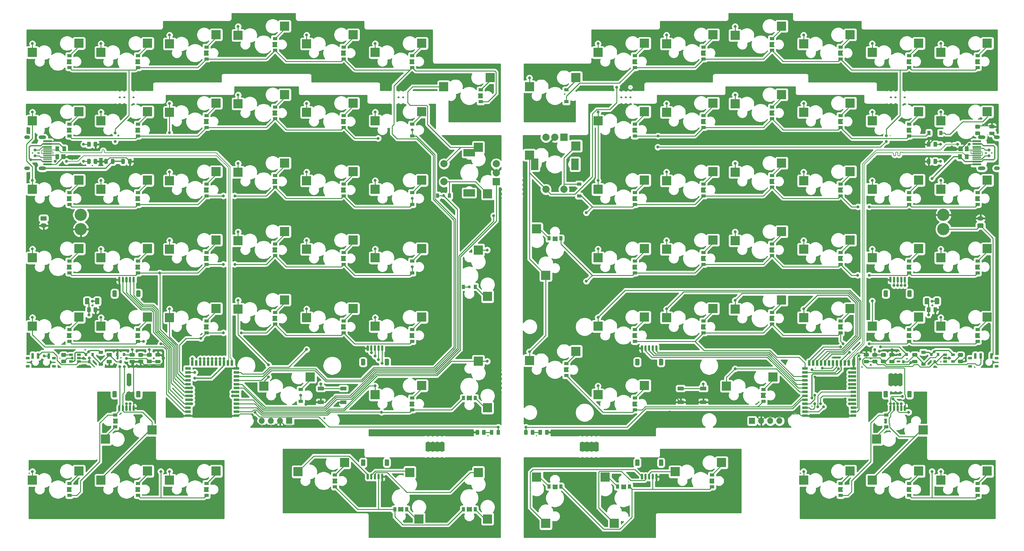
<source format=gbl>
G04 #@! TF.GenerationSoftware,KiCad,Pcbnew,(5.1.10-1-10_14)*
G04 #@! TF.CreationDate,2021-09-12T14:18:21+10:00*
G04 #@! TF.ProjectId,pcb,7063622e-6b69-4636-9164-5f7063625858,rev?*
G04 #@! TF.SameCoordinates,Original*
G04 #@! TF.FileFunction,Copper,L2,Bot*
G04 #@! TF.FilePolarity,Positive*
%FSLAX46Y46*%
G04 Gerber Fmt 4.6, Leading zero omitted, Abs format (unit mm)*
G04 Created by KiCad (PCBNEW (5.1.10-1-10_14)) date 2021-09-12 14:18:21*
%MOMM*%
%LPD*%
G01*
G04 APERTURE LIST*
G04 #@! TA.AperFunction,ComponentPad*
%ADD10O,3.400000X3.400000*%
G04 #@! TD*
G04 #@! TA.AperFunction,SMDPad,CuDef*
%ADD11R,2.500000X2.550000*%
G04 #@! TD*
G04 #@! TA.AperFunction,SMDPad,CuDef*
%ADD12R,1.700000X1.000000*%
G04 #@! TD*
G04 #@! TA.AperFunction,SMDPad,CuDef*
%ADD13R,2.550000X2.500000*%
G04 #@! TD*
G04 #@! TA.AperFunction,SMDPad,CuDef*
%ADD14R,1.524000X0.700000*%
G04 #@! TD*
G04 #@! TA.AperFunction,SMDPad,CuDef*
%ADD15R,0.700000X1.524000*%
G04 #@! TD*
G04 #@! TA.AperFunction,ComponentPad*
%ADD16O,1.750000X1.200000*%
G04 #@! TD*
G04 #@! TA.AperFunction,ComponentPad*
%ADD17O,1.700000X1.700000*%
G04 #@! TD*
G04 #@! TA.AperFunction,ComponentPad*
%ADD18R,1.700000X1.700000*%
G04 #@! TD*
G04 #@! TA.AperFunction,SMDPad,CuDef*
%ADD19R,1.200000X0.900000*%
G04 #@! TD*
G04 #@! TA.AperFunction,ComponentPad*
%ADD20C,2.000000*%
G04 #@! TD*
G04 #@! TA.AperFunction,ComponentPad*
%ADD21R,2.000000X3.200000*%
G04 #@! TD*
G04 #@! TA.AperFunction,ComponentPad*
%ADD22R,2.000000X2.000000*%
G04 #@! TD*
G04 #@! TA.AperFunction,ComponentPad*
%ADD23R,3.200000X2.000000*%
G04 #@! TD*
G04 #@! TA.AperFunction,SMDPad,CuDef*
%ADD24R,2.450000X0.600000*%
G04 #@! TD*
G04 #@! TA.AperFunction,SMDPad,CuDef*
%ADD25R,2.450000X0.300000*%
G04 #@! TD*
G04 #@! TA.AperFunction,ComponentPad*
%ADD26O,2.100000X1.000000*%
G04 #@! TD*
G04 #@! TA.AperFunction,ComponentPad*
%ADD27O,1.600000X1.000000*%
G04 #@! TD*
G04 #@! TA.AperFunction,SMDPad,CuDef*
%ADD28R,0.800000X0.900000*%
G04 #@! TD*
G04 #@! TA.AperFunction,SMDPad,CuDef*
%ADD29R,1.060000X0.650000*%
G04 #@! TD*
G04 #@! TA.AperFunction,SMDPad,CuDef*
%ADD30R,1.000000X0.800000*%
G04 #@! TD*
G04 #@! TA.AperFunction,SMDPad,CuDef*
%ADD31R,0.700000X1.500000*%
G04 #@! TD*
G04 #@! TA.AperFunction,SMDPad,CuDef*
%ADD32R,0.900000X1.200000*%
G04 #@! TD*
G04 #@! TA.AperFunction,SMDPad,CuDef*
%ADD33R,1.000000X1.400000*%
G04 #@! TD*
G04 #@! TA.AperFunction,SMDPad,CuDef*
%ADD34R,1.200000X1.400000*%
G04 #@! TD*
G04 #@! TA.AperFunction,ViaPad*
%ADD35C,0.800000*%
G04 #@! TD*
G04 #@! TA.AperFunction,Conductor*
%ADD36C,0.250000*%
G04 #@! TD*
G04 #@! TA.AperFunction,Conductor*
%ADD37C,0.350000*%
G04 #@! TD*
G04 #@! TA.AperFunction,Conductor*
%ADD38C,0.200000*%
G04 #@! TD*
G04 #@! TA.AperFunction,Conductor*
%ADD39C,0.254000*%
G04 #@! TD*
G04 #@! TA.AperFunction,NonConductor*
%ADD40C,0.254000*%
G04 #@! TD*
G04 #@! TA.AperFunction,NonConductor*
%ADD41C,0.200000*%
G04 #@! TD*
G04 APERTURE END LIST*
D10*
X246062500Y-46656250D03*
X246062500Y-42656250D03*
X6350000Y-42656250D03*
X6350000Y-46656250D03*
D11*
X116840000Y-83402500D03*
X119380000Y-96329500D03*
D12*
X79350000Y-90968750D03*
X73050000Y-90968750D03*
X79350000Y-94768750D03*
X73050000Y-94768750D03*
D13*
X5842000Y-113982500D03*
X-7085000Y-116522500D03*
X163004500Y-52070000D03*
X150077500Y-54610000D03*
X131027500Y-83185000D03*
X143954500Y-80645000D03*
D14*
X221062500Y-98568750D03*
X221062500Y-97468750D03*
X221062500Y-96368750D03*
X221062500Y-95268750D03*
X221062500Y-94168750D03*
X221062500Y-93068750D03*
X221062500Y-91968750D03*
X221062500Y-90868750D03*
X221062500Y-89768750D03*
X221062500Y-88668750D03*
X221062500Y-87568750D03*
X221062500Y-86468750D03*
X221062500Y-85368750D03*
D15*
X219812500Y-83868750D03*
X218712500Y-83868750D03*
X217612500Y-83868750D03*
X216512500Y-83868750D03*
X215412500Y-83868750D03*
X214312500Y-83868750D03*
X213212500Y-83868750D03*
X212112500Y-83868750D03*
X211012500Y-83868750D03*
X209912500Y-83868750D03*
X208812500Y-83868750D03*
D14*
X207562500Y-85368750D03*
X207562500Y-86468750D03*
X207562500Y-87568750D03*
X207562500Y-88668750D03*
X207562500Y-89768750D03*
X207562500Y-90868750D03*
X207562500Y-91968750D03*
X207562500Y-93068750D03*
X207562500Y-94168750D03*
X207562500Y-95268750D03*
X207562500Y-96368750D03*
X207562500Y-97468750D03*
X207562500Y-98568750D03*
D13*
X43942000Y-68738750D03*
X31015000Y-71278750D03*
D16*
X256381250Y-43656250D03*
G04 #@! TA.AperFunction,ComponentPad*
G36*
G01*
X257006251Y-46256250D02*
X255756249Y-46256250D01*
G75*
G02*
X255506250Y-46006251I0J249999D01*
G01*
X255506250Y-45306249D01*
G75*
G02*
X255756249Y-45056250I249999J0D01*
G01*
X257006251Y-45056250D01*
G75*
G02*
X257256250Y-45306249I0J-249999D01*
G01*
X257256250Y-46006251D01*
G75*
G02*
X257006251Y-46256250I-249999J0D01*
G01*
G37*
G04 #@! TD.AperFunction*
X-3968750Y-45656250D03*
G04 #@! TA.AperFunction,ComponentPad*
G36*
G01*
X-4593751Y-43056250D02*
X-3343749Y-43056250D01*
G75*
G02*
X-3093750Y-43306249I0J-249999D01*
G01*
X-3093750Y-44006251D01*
G75*
G02*
X-3343749Y-44256250I-249999J0D01*
G01*
X-4593751Y-44256250D01*
G75*
G02*
X-4843750Y-44006251I0J249999D01*
G01*
X-4843750Y-43306249D01*
G75*
G02*
X-4593751Y-43056250I249999J0D01*
G01*
G37*
G04 #@! TD.AperFunction*
D17*
X200501250Y-100012500D03*
X197961250Y-100012500D03*
X195421250Y-100012500D03*
D18*
X192881250Y-100012500D03*
D13*
X5842000Y5080000D03*
X-7085000Y2540000D03*
X24892000Y-13970000D03*
X11965000Y-16510000D03*
X182054500Y7461250D03*
X169127500Y4921250D03*
X220154500Y-68738750D03*
X207227500Y-71278750D03*
X258254500Y-71120000D03*
X245327500Y-73660000D03*
D19*
X11906250Y-80900000D03*
X11906250Y-84200000D03*
D14*
X49612500Y-98568750D03*
X49612500Y-97468750D03*
X49612500Y-96368750D03*
X49612500Y-95268750D03*
X49612500Y-94168750D03*
X49612500Y-93068750D03*
X49612500Y-91968750D03*
X49612500Y-90868750D03*
X49612500Y-89768750D03*
X49612500Y-88668750D03*
X49612500Y-87568750D03*
X49612500Y-86468750D03*
X49612500Y-85368750D03*
D15*
X48362500Y-83868750D03*
X47262500Y-83868750D03*
X46162500Y-83868750D03*
X45062500Y-83868750D03*
X43962500Y-83868750D03*
X42862500Y-83868750D03*
X41762500Y-83868750D03*
X40662500Y-83868750D03*
X39562500Y-83868750D03*
X38462500Y-83868750D03*
X37362500Y-83868750D03*
D14*
X36112500Y-85368750D03*
X36112500Y-86468750D03*
X36112500Y-87568750D03*
X36112500Y-88668750D03*
X36112500Y-89768750D03*
X36112500Y-90868750D03*
X36112500Y-91968750D03*
X36112500Y-93068750D03*
X36112500Y-94168750D03*
X36112500Y-95268750D03*
X36112500Y-96368750D03*
X36112500Y-97468750D03*
X36112500Y-98568750D03*
D13*
X227520500Y-105092500D03*
X240447500Y-102552500D03*
X220154500Y-113982500D03*
X207227500Y-116522500D03*
X258254500Y-113982500D03*
X245327500Y-116522500D03*
G04 #@! TA.AperFunction,SMDPad,CuDef*
G36*
G01*
X229843751Y-82150000D02*
X228943749Y-82150000D01*
G75*
G02*
X228693750Y-81900001I0J249999D01*
G01*
X228693750Y-81374999D01*
G75*
G02*
X228943749Y-81125000I249999J0D01*
G01*
X229843751Y-81125000D01*
G75*
G02*
X230093750Y-81374999I0J-249999D01*
G01*
X230093750Y-81900001D01*
G75*
G02*
X229843751Y-82150000I-249999J0D01*
G01*
G37*
G04 #@! TD.AperFunction*
G04 #@! TA.AperFunction,SMDPad,CuDef*
G36*
G01*
X229843751Y-83975000D02*
X228943749Y-83975000D01*
G75*
G02*
X228693750Y-83725001I0J249999D01*
G01*
X228693750Y-83199999D01*
G75*
G02*
X228943749Y-82950000I249999J0D01*
G01*
X229843751Y-82950000D01*
G75*
G02*
X230093750Y-83199999I0J-249999D01*
G01*
X230093750Y-83725001D01*
G75*
G02*
X229843751Y-83975000I-249999J0D01*
G01*
G37*
G04 #@! TD.AperFunction*
G04 #@! TA.AperFunction,SMDPad,CuDef*
G36*
G01*
X251275001Y-82150000D02*
X250374999Y-82150000D01*
G75*
G02*
X250125000Y-81900001I0J249999D01*
G01*
X250125000Y-81374999D01*
G75*
G02*
X250374999Y-81125000I249999J0D01*
G01*
X251275001Y-81125000D01*
G75*
G02*
X251525000Y-81374999I0J-249999D01*
G01*
X251525000Y-81900001D01*
G75*
G02*
X251275001Y-82150000I-249999J0D01*
G01*
G37*
G04 #@! TD.AperFunction*
G04 #@! TA.AperFunction,SMDPad,CuDef*
G36*
G01*
X251275001Y-83975000D02*
X250374999Y-83975000D01*
G75*
G02*
X250125000Y-83725001I0J249999D01*
G01*
X250125000Y-83199999D01*
G75*
G02*
X250374999Y-82950000I249999J0D01*
G01*
X251275001Y-82950000D01*
G75*
G02*
X251525000Y-83199999I0J-249999D01*
G01*
X251525000Y-83725001D01*
G75*
G02*
X251275001Y-83975000I-249999J0D01*
G01*
G37*
G04 #@! TD.AperFunction*
D20*
X135612500Y-35575000D03*
X140612500Y-35575000D03*
D21*
X132512500Y-28575000D03*
X143712500Y-28575000D03*
D20*
X135612500Y-21075000D03*
X138112500Y-21075000D03*
D22*
X140612500Y-21075000D03*
D20*
X107300000Y-28456250D03*
X107300000Y-33456250D03*
D23*
X114300000Y-25356250D03*
X114300000Y-36556250D03*
D20*
X121800000Y-28456250D03*
X121800000Y-30956250D03*
D22*
X121800000Y-33456250D03*
G04 #@! TA.AperFunction,SMDPad,CuDef*
G36*
G01*
X161606250Y-82981249D02*
X161606250Y-84281251D01*
G75*
G02*
X161356251Y-84531250I-249999J0D01*
G01*
X160656249Y-84531250D01*
G75*
G02*
X160406250Y-84281251I0J249999D01*
G01*
X160406250Y-82981249D01*
G75*
G02*
X160656249Y-82731250I249999J0D01*
G01*
X161356251Y-82731250D01*
G75*
G02*
X161606250Y-82981249I0J-249999D01*
G01*
G37*
G04 #@! TD.AperFunction*
G04 #@! TA.AperFunction,SMDPad,CuDef*
G36*
G01*
X168206250Y-82981249D02*
X168206250Y-84281251D01*
G75*
G02*
X167956251Y-84531250I-249999J0D01*
G01*
X167256249Y-84531250D01*
G75*
G02*
X167006250Y-84281251I0J249999D01*
G01*
X167006250Y-82981249D01*
G75*
G02*
X167256249Y-82731250I249999J0D01*
G01*
X167956251Y-82731250D01*
G75*
G02*
X168206250Y-82981249I0J-249999D01*
G01*
G37*
G04 #@! TD.AperFunction*
G04 #@! TA.AperFunction,SMDPad,CuDef*
G36*
G01*
X162606250Y-79131250D02*
X162606250Y-80381250D01*
G75*
G02*
X162456250Y-80531250I-150000J0D01*
G01*
X162156250Y-80531250D01*
G75*
G02*
X162006250Y-80381250I0J150000D01*
G01*
X162006250Y-79131250D01*
G75*
G02*
X162156250Y-78981250I150000J0D01*
G01*
X162456250Y-78981250D01*
G75*
G02*
X162606250Y-79131250I0J-150000D01*
G01*
G37*
G04 #@! TD.AperFunction*
G04 #@! TA.AperFunction,SMDPad,CuDef*
G36*
G01*
X163606250Y-79131250D02*
X163606250Y-80381250D01*
G75*
G02*
X163456250Y-80531250I-150000J0D01*
G01*
X163156250Y-80531250D01*
G75*
G02*
X163006250Y-80381250I0J150000D01*
G01*
X163006250Y-79131250D01*
G75*
G02*
X163156250Y-78981250I150000J0D01*
G01*
X163456250Y-78981250D01*
G75*
G02*
X163606250Y-79131250I0J-150000D01*
G01*
G37*
G04 #@! TD.AperFunction*
G04 #@! TA.AperFunction,SMDPad,CuDef*
G36*
G01*
X164606250Y-79131250D02*
X164606250Y-80381250D01*
G75*
G02*
X164456250Y-80531250I-150000J0D01*
G01*
X164156250Y-80531250D01*
G75*
G02*
X164006250Y-80381250I0J150000D01*
G01*
X164006250Y-79131250D01*
G75*
G02*
X164156250Y-78981250I150000J0D01*
G01*
X164456250Y-78981250D01*
G75*
G02*
X164606250Y-79131250I0J-150000D01*
G01*
G37*
G04 #@! TD.AperFunction*
G04 #@! TA.AperFunction,SMDPad,CuDef*
G36*
G01*
X165606250Y-79131250D02*
X165606250Y-80381250D01*
G75*
G02*
X165456250Y-80531250I-150000J0D01*
G01*
X165156250Y-80531250D01*
G75*
G02*
X165006250Y-80381250I0J150000D01*
G01*
X165006250Y-79131250D01*
G75*
G02*
X165156250Y-78981250I150000J0D01*
G01*
X165456250Y-78981250D01*
G75*
G02*
X165606250Y-79131250I0J-150000D01*
G01*
G37*
G04 #@! TD.AperFunction*
G04 #@! TA.AperFunction,SMDPad,CuDef*
G36*
G01*
X166606250Y-79131250D02*
X166606250Y-80381250D01*
G75*
G02*
X166456250Y-80531250I-150000J0D01*
G01*
X166156250Y-80531250D01*
G75*
G02*
X166006250Y-80381250I0J150000D01*
G01*
X166006250Y-79131250D01*
G75*
G02*
X166156250Y-78981250I150000J0D01*
G01*
X166456250Y-78981250D01*
G75*
G02*
X166606250Y-79131250I0J-150000D01*
G01*
G37*
G04 #@! TD.AperFunction*
G04 #@! TA.AperFunction,SMDPad,CuDef*
G36*
G01*
X167006250Y-112281251D02*
X167006250Y-110981249D01*
G75*
G02*
X167256249Y-110731250I249999J0D01*
G01*
X167956251Y-110731250D01*
G75*
G02*
X168206250Y-110981249I0J-249999D01*
G01*
X168206250Y-112281251D01*
G75*
G02*
X167956251Y-112531250I-249999J0D01*
G01*
X167256249Y-112531250D01*
G75*
G02*
X167006250Y-112281251I0J249999D01*
G01*
G37*
G04 #@! TD.AperFunction*
G04 #@! TA.AperFunction,SMDPad,CuDef*
G36*
G01*
X160406250Y-112281251D02*
X160406250Y-110981249D01*
G75*
G02*
X160656249Y-110731250I249999J0D01*
G01*
X161356251Y-110731250D01*
G75*
G02*
X161606250Y-110981249I0J-249999D01*
G01*
X161606250Y-112281251D01*
G75*
G02*
X161356251Y-112531250I-249999J0D01*
G01*
X160656249Y-112531250D01*
G75*
G02*
X160406250Y-112281251I0J249999D01*
G01*
G37*
G04 #@! TD.AperFunction*
G04 #@! TA.AperFunction,SMDPad,CuDef*
G36*
G01*
X166006250Y-116131250D02*
X166006250Y-114881250D01*
G75*
G02*
X166156250Y-114731250I150000J0D01*
G01*
X166456250Y-114731250D01*
G75*
G02*
X166606250Y-114881250I0J-150000D01*
G01*
X166606250Y-116131250D01*
G75*
G02*
X166456250Y-116281250I-150000J0D01*
G01*
X166156250Y-116281250D01*
G75*
G02*
X166006250Y-116131250I0J150000D01*
G01*
G37*
G04 #@! TD.AperFunction*
G04 #@! TA.AperFunction,SMDPad,CuDef*
G36*
G01*
X165006250Y-116131250D02*
X165006250Y-114881250D01*
G75*
G02*
X165156250Y-114731250I150000J0D01*
G01*
X165456250Y-114731250D01*
G75*
G02*
X165606250Y-114881250I0J-150000D01*
G01*
X165606250Y-116131250D01*
G75*
G02*
X165456250Y-116281250I-150000J0D01*
G01*
X165156250Y-116281250D01*
G75*
G02*
X165006250Y-116131250I0J150000D01*
G01*
G37*
G04 #@! TD.AperFunction*
G04 #@! TA.AperFunction,SMDPad,CuDef*
G36*
G01*
X164006250Y-116131250D02*
X164006250Y-114881250D01*
G75*
G02*
X164156250Y-114731250I150000J0D01*
G01*
X164456250Y-114731250D01*
G75*
G02*
X164606250Y-114881250I0J-150000D01*
G01*
X164606250Y-116131250D01*
G75*
G02*
X164456250Y-116281250I-150000J0D01*
G01*
X164156250Y-116281250D01*
G75*
G02*
X164006250Y-116131250I0J150000D01*
G01*
G37*
G04 #@! TD.AperFunction*
G04 #@! TA.AperFunction,SMDPad,CuDef*
G36*
G01*
X163006250Y-116131250D02*
X163006250Y-114881250D01*
G75*
G02*
X163156250Y-114731250I150000J0D01*
G01*
X163456250Y-114731250D01*
G75*
G02*
X163606250Y-114881250I0J-150000D01*
G01*
X163606250Y-116131250D01*
G75*
G02*
X163456250Y-116281250I-150000J0D01*
G01*
X163156250Y-116281250D01*
G75*
G02*
X163006250Y-116131250I0J150000D01*
G01*
G37*
G04 #@! TD.AperFunction*
G04 #@! TA.AperFunction,SMDPad,CuDef*
G36*
G01*
X162006250Y-116131250D02*
X162006250Y-114881250D01*
G75*
G02*
X162156250Y-114731250I150000J0D01*
G01*
X162456250Y-114731250D01*
G75*
G02*
X162606250Y-114881250I0J-150000D01*
G01*
X162606250Y-116131250D01*
G75*
G02*
X162456250Y-116281250I-150000J0D01*
G01*
X162156250Y-116281250D01*
G75*
G02*
X162006250Y-116131250I0J150000D01*
G01*
G37*
G04 #@! TD.AperFunction*
G04 #@! TA.AperFunction,SMDPad,CuDef*
G36*
G01*
X236062500Y-93231251D02*
X236062500Y-91931249D01*
G75*
G02*
X236312499Y-91681250I249999J0D01*
G01*
X237012501Y-91681250D01*
G75*
G02*
X237262500Y-91931249I0J-249999D01*
G01*
X237262500Y-93231251D01*
G75*
G02*
X237012501Y-93481250I-249999J0D01*
G01*
X236312499Y-93481250D01*
G75*
G02*
X236062500Y-93231251I0J249999D01*
G01*
G37*
G04 #@! TD.AperFunction*
G04 #@! TA.AperFunction,SMDPad,CuDef*
G36*
G01*
X229462500Y-93231251D02*
X229462500Y-91931249D01*
G75*
G02*
X229712499Y-91681250I249999J0D01*
G01*
X230412501Y-91681250D01*
G75*
G02*
X230662500Y-91931249I0J-249999D01*
G01*
X230662500Y-93231251D01*
G75*
G02*
X230412501Y-93481250I-249999J0D01*
G01*
X229712499Y-93481250D01*
G75*
G02*
X229462500Y-93231251I0J249999D01*
G01*
G37*
G04 #@! TD.AperFunction*
G04 #@! TA.AperFunction,SMDPad,CuDef*
G36*
G01*
X235062500Y-97081250D02*
X235062500Y-95831250D01*
G75*
G02*
X235212500Y-95681250I150000J0D01*
G01*
X235512500Y-95681250D01*
G75*
G02*
X235662500Y-95831250I0J-150000D01*
G01*
X235662500Y-97081250D01*
G75*
G02*
X235512500Y-97231250I-150000J0D01*
G01*
X235212500Y-97231250D01*
G75*
G02*
X235062500Y-97081250I0J150000D01*
G01*
G37*
G04 #@! TD.AperFunction*
G04 #@! TA.AperFunction,SMDPad,CuDef*
G36*
G01*
X234062500Y-97081250D02*
X234062500Y-95831250D01*
G75*
G02*
X234212500Y-95681250I150000J0D01*
G01*
X234512500Y-95681250D01*
G75*
G02*
X234662500Y-95831250I0J-150000D01*
G01*
X234662500Y-97081250D01*
G75*
G02*
X234512500Y-97231250I-150000J0D01*
G01*
X234212500Y-97231250D01*
G75*
G02*
X234062500Y-97081250I0J150000D01*
G01*
G37*
G04 #@! TD.AperFunction*
G04 #@! TA.AperFunction,SMDPad,CuDef*
G36*
G01*
X233062500Y-97081250D02*
X233062500Y-95831250D01*
G75*
G02*
X233212500Y-95681250I150000J0D01*
G01*
X233512500Y-95681250D01*
G75*
G02*
X233662500Y-95831250I0J-150000D01*
G01*
X233662500Y-97081250D01*
G75*
G02*
X233512500Y-97231250I-150000J0D01*
G01*
X233212500Y-97231250D01*
G75*
G02*
X233062500Y-97081250I0J150000D01*
G01*
G37*
G04 #@! TD.AperFunction*
G04 #@! TA.AperFunction,SMDPad,CuDef*
G36*
G01*
X232062500Y-97081250D02*
X232062500Y-95831250D01*
G75*
G02*
X232212500Y-95681250I150000J0D01*
G01*
X232512500Y-95681250D01*
G75*
G02*
X232662500Y-95831250I0J-150000D01*
G01*
X232662500Y-97081250D01*
G75*
G02*
X232512500Y-97231250I-150000J0D01*
G01*
X232212500Y-97231250D01*
G75*
G02*
X232062500Y-97081250I0J150000D01*
G01*
G37*
G04 #@! TD.AperFunction*
G04 #@! TA.AperFunction,SMDPad,CuDef*
G36*
G01*
X231062500Y-97081250D02*
X231062500Y-95831250D01*
G75*
G02*
X231212500Y-95681250I150000J0D01*
G01*
X231512500Y-95681250D01*
G75*
G02*
X231662500Y-95831250I0J-150000D01*
G01*
X231662500Y-97081250D01*
G75*
G02*
X231512500Y-97231250I-150000J0D01*
G01*
X231212500Y-97231250D01*
G75*
G02*
X231062500Y-97081250I0J150000D01*
G01*
G37*
G04 #@! TD.AperFunction*
G04 #@! TA.AperFunction,SMDPad,CuDef*
G36*
G01*
X230662500Y-63931249D02*
X230662500Y-65231251D01*
G75*
G02*
X230412501Y-65481250I-249999J0D01*
G01*
X229712499Y-65481250D01*
G75*
G02*
X229462500Y-65231251I0J249999D01*
G01*
X229462500Y-63931249D01*
G75*
G02*
X229712499Y-63681250I249999J0D01*
G01*
X230412501Y-63681250D01*
G75*
G02*
X230662500Y-63931249I0J-249999D01*
G01*
G37*
G04 #@! TD.AperFunction*
G04 #@! TA.AperFunction,SMDPad,CuDef*
G36*
G01*
X237262500Y-63931249D02*
X237262500Y-65231251D01*
G75*
G02*
X237012501Y-65481250I-249999J0D01*
G01*
X236312499Y-65481250D01*
G75*
G02*
X236062500Y-65231251I0J249999D01*
G01*
X236062500Y-63931249D01*
G75*
G02*
X236312499Y-63681250I249999J0D01*
G01*
X237012501Y-63681250D01*
G75*
G02*
X237262500Y-63931249I0J-249999D01*
G01*
G37*
G04 #@! TD.AperFunction*
G04 #@! TA.AperFunction,SMDPad,CuDef*
G36*
G01*
X231662500Y-60081250D02*
X231662500Y-61331250D01*
G75*
G02*
X231512500Y-61481250I-150000J0D01*
G01*
X231212500Y-61481250D01*
G75*
G02*
X231062500Y-61331250I0J150000D01*
G01*
X231062500Y-60081250D01*
G75*
G02*
X231212500Y-59931250I150000J0D01*
G01*
X231512500Y-59931250D01*
G75*
G02*
X231662500Y-60081250I0J-150000D01*
G01*
G37*
G04 #@! TD.AperFunction*
G04 #@! TA.AperFunction,SMDPad,CuDef*
G36*
G01*
X232662500Y-60081250D02*
X232662500Y-61331250D01*
G75*
G02*
X232512500Y-61481250I-150000J0D01*
G01*
X232212500Y-61481250D01*
G75*
G02*
X232062500Y-61331250I0J150000D01*
G01*
X232062500Y-60081250D01*
G75*
G02*
X232212500Y-59931250I150000J0D01*
G01*
X232512500Y-59931250D01*
G75*
G02*
X232662500Y-60081250I0J-150000D01*
G01*
G37*
G04 #@! TD.AperFunction*
G04 #@! TA.AperFunction,SMDPad,CuDef*
G36*
G01*
X233662500Y-60081250D02*
X233662500Y-61331250D01*
G75*
G02*
X233512500Y-61481250I-150000J0D01*
G01*
X233212500Y-61481250D01*
G75*
G02*
X233062500Y-61331250I0J150000D01*
G01*
X233062500Y-60081250D01*
G75*
G02*
X233212500Y-59931250I150000J0D01*
G01*
X233512500Y-59931250D01*
G75*
G02*
X233662500Y-60081250I0J-150000D01*
G01*
G37*
G04 #@! TD.AperFunction*
G04 #@! TA.AperFunction,SMDPad,CuDef*
G36*
G01*
X234662500Y-60081250D02*
X234662500Y-61331250D01*
G75*
G02*
X234512500Y-61481250I-150000J0D01*
G01*
X234212500Y-61481250D01*
G75*
G02*
X234062500Y-61331250I0J150000D01*
G01*
X234062500Y-60081250D01*
G75*
G02*
X234212500Y-59931250I150000J0D01*
G01*
X234512500Y-59931250D01*
G75*
G02*
X234662500Y-60081250I0J-150000D01*
G01*
G37*
G04 #@! TD.AperFunction*
G04 #@! TA.AperFunction,SMDPad,CuDef*
G36*
G01*
X235662500Y-60081250D02*
X235662500Y-61331250D01*
G75*
G02*
X235512500Y-61481250I-150000J0D01*
G01*
X235212500Y-61481250D01*
G75*
G02*
X235062500Y-61331250I0J150000D01*
G01*
X235062500Y-60081250D01*
G75*
G02*
X235212500Y-59931250I150000J0D01*
G01*
X235512500Y-59931250D01*
G75*
G02*
X235662500Y-60081250I0J-150000D01*
G01*
G37*
G04 #@! TD.AperFunction*
G04 #@! TA.AperFunction,SMDPad,CuDef*
G36*
G01*
X90806250Y-112281251D02*
X90806250Y-110981249D01*
G75*
G02*
X91056249Y-110731250I249999J0D01*
G01*
X91756251Y-110731250D01*
G75*
G02*
X92006250Y-110981249I0J-249999D01*
G01*
X92006250Y-112281251D01*
G75*
G02*
X91756251Y-112531250I-249999J0D01*
G01*
X91056249Y-112531250D01*
G75*
G02*
X90806250Y-112281251I0J249999D01*
G01*
G37*
G04 #@! TD.AperFunction*
G04 #@! TA.AperFunction,SMDPad,CuDef*
G36*
G01*
X84206250Y-112281251D02*
X84206250Y-110981249D01*
G75*
G02*
X84456249Y-110731250I249999J0D01*
G01*
X85156251Y-110731250D01*
G75*
G02*
X85406250Y-110981249I0J-249999D01*
G01*
X85406250Y-112281251D01*
G75*
G02*
X85156251Y-112531250I-249999J0D01*
G01*
X84456249Y-112531250D01*
G75*
G02*
X84206250Y-112281251I0J249999D01*
G01*
G37*
G04 #@! TD.AperFunction*
G04 #@! TA.AperFunction,SMDPad,CuDef*
G36*
G01*
X89806250Y-116131250D02*
X89806250Y-114881250D01*
G75*
G02*
X89956250Y-114731250I150000J0D01*
G01*
X90256250Y-114731250D01*
G75*
G02*
X90406250Y-114881250I0J-150000D01*
G01*
X90406250Y-116131250D01*
G75*
G02*
X90256250Y-116281250I-150000J0D01*
G01*
X89956250Y-116281250D01*
G75*
G02*
X89806250Y-116131250I0J150000D01*
G01*
G37*
G04 #@! TD.AperFunction*
G04 #@! TA.AperFunction,SMDPad,CuDef*
G36*
G01*
X88806250Y-116131250D02*
X88806250Y-114881250D01*
G75*
G02*
X88956250Y-114731250I150000J0D01*
G01*
X89256250Y-114731250D01*
G75*
G02*
X89406250Y-114881250I0J-150000D01*
G01*
X89406250Y-116131250D01*
G75*
G02*
X89256250Y-116281250I-150000J0D01*
G01*
X88956250Y-116281250D01*
G75*
G02*
X88806250Y-116131250I0J150000D01*
G01*
G37*
G04 #@! TD.AperFunction*
G04 #@! TA.AperFunction,SMDPad,CuDef*
G36*
G01*
X87806250Y-116131250D02*
X87806250Y-114881250D01*
G75*
G02*
X87956250Y-114731250I150000J0D01*
G01*
X88256250Y-114731250D01*
G75*
G02*
X88406250Y-114881250I0J-150000D01*
G01*
X88406250Y-116131250D01*
G75*
G02*
X88256250Y-116281250I-150000J0D01*
G01*
X87956250Y-116281250D01*
G75*
G02*
X87806250Y-116131250I0J150000D01*
G01*
G37*
G04 #@! TD.AperFunction*
G04 #@! TA.AperFunction,SMDPad,CuDef*
G36*
G01*
X86806250Y-116131250D02*
X86806250Y-114881250D01*
G75*
G02*
X86956250Y-114731250I150000J0D01*
G01*
X87256250Y-114731250D01*
G75*
G02*
X87406250Y-114881250I0J-150000D01*
G01*
X87406250Y-116131250D01*
G75*
G02*
X87256250Y-116281250I-150000J0D01*
G01*
X86956250Y-116281250D01*
G75*
G02*
X86806250Y-116131250I0J150000D01*
G01*
G37*
G04 #@! TD.AperFunction*
G04 #@! TA.AperFunction,SMDPad,CuDef*
G36*
G01*
X85806250Y-116131250D02*
X85806250Y-114881250D01*
G75*
G02*
X85956250Y-114731250I150000J0D01*
G01*
X86256250Y-114731250D01*
G75*
G02*
X86406250Y-114881250I0J-150000D01*
G01*
X86406250Y-116131250D01*
G75*
G02*
X86256250Y-116281250I-150000J0D01*
G01*
X85956250Y-116281250D01*
G75*
G02*
X85806250Y-116131250I0J150000D01*
G01*
G37*
G04 #@! TD.AperFunction*
G04 #@! TA.AperFunction,SMDPad,CuDef*
G36*
G01*
X85406250Y-82981249D02*
X85406250Y-84281251D01*
G75*
G02*
X85156251Y-84531250I-249999J0D01*
G01*
X84456249Y-84531250D01*
G75*
G02*
X84206250Y-84281251I0J249999D01*
G01*
X84206250Y-82981249D01*
G75*
G02*
X84456249Y-82731250I249999J0D01*
G01*
X85156251Y-82731250D01*
G75*
G02*
X85406250Y-82981249I0J-249999D01*
G01*
G37*
G04 #@! TD.AperFunction*
G04 #@! TA.AperFunction,SMDPad,CuDef*
G36*
G01*
X92006250Y-82981249D02*
X92006250Y-84281251D01*
G75*
G02*
X91756251Y-84531250I-249999J0D01*
G01*
X91056249Y-84531250D01*
G75*
G02*
X90806250Y-84281251I0J249999D01*
G01*
X90806250Y-82981249D01*
G75*
G02*
X91056249Y-82731250I249999J0D01*
G01*
X91756251Y-82731250D01*
G75*
G02*
X92006250Y-82981249I0J-249999D01*
G01*
G37*
G04 #@! TD.AperFunction*
G04 #@! TA.AperFunction,SMDPad,CuDef*
G36*
G01*
X86406250Y-79131250D02*
X86406250Y-80381250D01*
G75*
G02*
X86256250Y-80531250I-150000J0D01*
G01*
X85956250Y-80531250D01*
G75*
G02*
X85806250Y-80381250I0J150000D01*
G01*
X85806250Y-79131250D01*
G75*
G02*
X85956250Y-78981250I150000J0D01*
G01*
X86256250Y-78981250D01*
G75*
G02*
X86406250Y-79131250I0J-150000D01*
G01*
G37*
G04 #@! TD.AperFunction*
G04 #@! TA.AperFunction,SMDPad,CuDef*
G36*
G01*
X87406250Y-79131250D02*
X87406250Y-80381250D01*
G75*
G02*
X87256250Y-80531250I-150000J0D01*
G01*
X86956250Y-80531250D01*
G75*
G02*
X86806250Y-80381250I0J150000D01*
G01*
X86806250Y-79131250D01*
G75*
G02*
X86956250Y-78981250I150000J0D01*
G01*
X87256250Y-78981250D01*
G75*
G02*
X87406250Y-79131250I0J-150000D01*
G01*
G37*
G04 #@! TD.AperFunction*
G04 #@! TA.AperFunction,SMDPad,CuDef*
G36*
G01*
X88406250Y-79131250D02*
X88406250Y-80381250D01*
G75*
G02*
X88256250Y-80531250I-150000J0D01*
G01*
X87956250Y-80531250D01*
G75*
G02*
X87806250Y-80381250I0J150000D01*
G01*
X87806250Y-79131250D01*
G75*
G02*
X87956250Y-78981250I150000J0D01*
G01*
X88256250Y-78981250D01*
G75*
G02*
X88406250Y-79131250I0J-150000D01*
G01*
G37*
G04 #@! TD.AperFunction*
G04 #@! TA.AperFunction,SMDPad,CuDef*
G36*
G01*
X89406250Y-79131250D02*
X89406250Y-80381250D01*
G75*
G02*
X89256250Y-80531250I-150000J0D01*
G01*
X88956250Y-80531250D01*
G75*
G02*
X88806250Y-80381250I0J150000D01*
G01*
X88806250Y-79131250D01*
G75*
G02*
X88956250Y-78981250I150000J0D01*
G01*
X89256250Y-78981250D01*
G75*
G02*
X89406250Y-79131250I0J-150000D01*
G01*
G37*
G04 #@! TD.AperFunction*
G04 #@! TA.AperFunction,SMDPad,CuDef*
G36*
G01*
X90406250Y-79131250D02*
X90406250Y-80381250D01*
G75*
G02*
X90256250Y-80531250I-150000J0D01*
G01*
X89956250Y-80531250D01*
G75*
G02*
X89806250Y-80381250I0J150000D01*
G01*
X89806250Y-79131250D01*
G75*
G02*
X89956250Y-78981250I150000J0D01*
G01*
X90256250Y-78981250D01*
G75*
G02*
X90406250Y-79131250I0J-150000D01*
G01*
G37*
G04 #@! TD.AperFunction*
G04 #@! TA.AperFunction,SMDPad,CuDef*
G36*
G01*
X16350000Y-63931249D02*
X16350000Y-65231251D01*
G75*
G02*
X16100001Y-65481250I-249999J0D01*
G01*
X15399999Y-65481250D01*
G75*
G02*
X15150000Y-65231251I0J249999D01*
G01*
X15150000Y-63931249D01*
G75*
G02*
X15399999Y-63681250I249999J0D01*
G01*
X16100001Y-63681250D01*
G75*
G02*
X16350000Y-63931249I0J-249999D01*
G01*
G37*
G04 #@! TD.AperFunction*
G04 #@! TA.AperFunction,SMDPad,CuDef*
G36*
G01*
X22950000Y-63931249D02*
X22950000Y-65231251D01*
G75*
G02*
X22700001Y-65481250I-249999J0D01*
G01*
X21999999Y-65481250D01*
G75*
G02*
X21750000Y-65231251I0J249999D01*
G01*
X21750000Y-63931249D01*
G75*
G02*
X21999999Y-63681250I249999J0D01*
G01*
X22700001Y-63681250D01*
G75*
G02*
X22950000Y-63931249I0J-249999D01*
G01*
G37*
G04 #@! TD.AperFunction*
G04 #@! TA.AperFunction,SMDPad,CuDef*
G36*
G01*
X17350000Y-60081250D02*
X17350000Y-61331250D01*
G75*
G02*
X17200000Y-61481250I-150000J0D01*
G01*
X16900000Y-61481250D01*
G75*
G02*
X16750000Y-61331250I0J150000D01*
G01*
X16750000Y-60081250D01*
G75*
G02*
X16900000Y-59931250I150000J0D01*
G01*
X17200000Y-59931250D01*
G75*
G02*
X17350000Y-60081250I0J-150000D01*
G01*
G37*
G04 #@! TD.AperFunction*
G04 #@! TA.AperFunction,SMDPad,CuDef*
G36*
G01*
X18350000Y-60081250D02*
X18350000Y-61331250D01*
G75*
G02*
X18200000Y-61481250I-150000J0D01*
G01*
X17900000Y-61481250D01*
G75*
G02*
X17750000Y-61331250I0J150000D01*
G01*
X17750000Y-60081250D01*
G75*
G02*
X17900000Y-59931250I150000J0D01*
G01*
X18200000Y-59931250D01*
G75*
G02*
X18350000Y-60081250I0J-150000D01*
G01*
G37*
G04 #@! TD.AperFunction*
G04 #@! TA.AperFunction,SMDPad,CuDef*
G36*
G01*
X19350000Y-60081250D02*
X19350000Y-61331250D01*
G75*
G02*
X19200000Y-61481250I-150000J0D01*
G01*
X18900000Y-61481250D01*
G75*
G02*
X18750000Y-61331250I0J150000D01*
G01*
X18750000Y-60081250D01*
G75*
G02*
X18900000Y-59931250I150000J0D01*
G01*
X19200000Y-59931250D01*
G75*
G02*
X19350000Y-60081250I0J-150000D01*
G01*
G37*
G04 #@! TD.AperFunction*
G04 #@! TA.AperFunction,SMDPad,CuDef*
G36*
G01*
X20350000Y-60081250D02*
X20350000Y-61331250D01*
G75*
G02*
X20200000Y-61481250I-150000J0D01*
G01*
X19900000Y-61481250D01*
G75*
G02*
X19750000Y-61331250I0J150000D01*
G01*
X19750000Y-60081250D01*
G75*
G02*
X19900000Y-59931250I150000J0D01*
G01*
X20200000Y-59931250D01*
G75*
G02*
X20350000Y-60081250I0J-150000D01*
G01*
G37*
G04 #@! TD.AperFunction*
G04 #@! TA.AperFunction,SMDPad,CuDef*
G36*
G01*
X21350000Y-60081250D02*
X21350000Y-61331250D01*
G75*
G02*
X21200000Y-61481250I-150000J0D01*
G01*
X20900000Y-61481250D01*
G75*
G02*
X20750000Y-61331250I0J150000D01*
G01*
X20750000Y-60081250D01*
G75*
G02*
X20900000Y-59931250I150000J0D01*
G01*
X21200000Y-59931250D01*
G75*
G02*
X21350000Y-60081250I0J-150000D01*
G01*
G37*
G04 #@! TD.AperFunction*
G04 #@! TA.AperFunction,SMDPad,CuDef*
G36*
G01*
X21750000Y-93231251D02*
X21750000Y-91931249D01*
G75*
G02*
X21999999Y-91681250I249999J0D01*
G01*
X22700001Y-91681250D01*
G75*
G02*
X22950000Y-91931249I0J-249999D01*
G01*
X22950000Y-93231251D01*
G75*
G02*
X22700001Y-93481250I-249999J0D01*
G01*
X21999999Y-93481250D01*
G75*
G02*
X21750000Y-93231251I0J249999D01*
G01*
G37*
G04 #@! TD.AperFunction*
G04 #@! TA.AperFunction,SMDPad,CuDef*
G36*
G01*
X15150000Y-93231251D02*
X15150000Y-91931249D01*
G75*
G02*
X15399999Y-91681250I249999J0D01*
G01*
X16100001Y-91681250D01*
G75*
G02*
X16350000Y-91931249I0J-249999D01*
G01*
X16350000Y-93231251D01*
G75*
G02*
X16100001Y-93481250I-249999J0D01*
G01*
X15399999Y-93481250D01*
G75*
G02*
X15150000Y-93231251I0J249999D01*
G01*
G37*
G04 #@! TD.AperFunction*
G04 #@! TA.AperFunction,SMDPad,CuDef*
G36*
G01*
X20750000Y-97081250D02*
X20750000Y-95831250D01*
G75*
G02*
X20900000Y-95681250I150000J0D01*
G01*
X21200000Y-95681250D01*
G75*
G02*
X21350000Y-95831250I0J-150000D01*
G01*
X21350000Y-97081250D01*
G75*
G02*
X21200000Y-97231250I-150000J0D01*
G01*
X20900000Y-97231250D01*
G75*
G02*
X20750000Y-97081250I0J150000D01*
G01*
G37*
G04 #@! TD.AperFunction*
G04 #@! TA.AperFunction,SMDPad,CuDef*
G36*
G01*
X19750000Y-97081250D02*
X19750000Y-95831250D01*
G75*
G02*
X19900000Y-95681250I150000J0D01*
G01*
X20200000Y-95681250D01*
G75*
G02*
X20350000Y-95831250I0J-150000D01*
G01*
X20350000Y-97081250D01*
G75*
G02*
X20200000Y-97231250I-150000J0D01*
G01*
X19900000Y-97231250D01*
G75*
G02*
X19750000Y-97081250I0J150000D01*
G01*
G37*
G04 #@! TD.AperFunction*
G04 #@! TA.AperFunction,SMDPad,CuDef*
G36*
G01*
X18750000Y-97081250D02*
X18750000Y-95831250D01*
G75*
G02*
X18900000Y-95681250I150000J0D01*
G01*
X19200000Y-95681250D01*
G75*
G02*
X19350000Y-95831250I0J-150000D01*
G01*
X19350000Y-97081250D01*
G75*
G02*
X19200000Y-97231250I-150000J0D01*
G01*
X18900000Y-97231250D01*
G75*
G02*
X18750000Y-97081250I0J150000D01*
G01*
G37*
G04 #@! TD.AperFunction*
G04 #@! TA.AperFunction,SMDPad,CuDef*
G36*
G01*
X17750000Y-97081250D02*
X17750000Y-95831250D01*
G75*
G02*
X17900000Y-95681250I150000J0D01*
G01*
X18200000Y-95681250D01*
G75*
G02*
X18350000Y-95831250I0J-150000D01*
G01*
X18350000Y-97081250D01*
G75*
G02*
X18200000Y-97231250I-150000J0D01*
G01*
X17900000Y-97231250D01*
G75*
G02*
X17750000Y-97081250I0J150000D01*
G01*
G37*
G04 #@! TD.AperFunction*
G04 #@! TA.AperFunction,SMDPad,CuDef*
G36*
G01*
X16750000Y-97081250D02*
X16750000Y-95831250D01*
G75*
G02*
X16900000Y-95681250I150000J0D01*
G01*
X17200000Y-95681250D01*
G75*
G02*
X17350000Y-95831250I0J-150000D01*
G01*
X17350000Y-97081250D01*
G75*
G02*
X17200000Y-97231250I-150000J0D01*
G01*
X16900000Y-97231250D01*
G75*
G02*
X16750000Y-97081250I0J150000D01*
G01*
G37*
G04 #@! TD.AperFunction*
D13*
X184435750Y-111601250D03*
X171508750Y-114141250D03*
D11*
X152082500Y-115601750D03*
X154622500Y-128528750D03*
X133032500Y-115601750D03*
X135572500Y-128528750D03*
D12*
X179362500Y-90968750D03*
X173062500Y-90968750D03*
X179362500Y-94768750D03*
X173062500Y-94768750D03*
D11*
X119380000Y-127285750D03*
X116840000Y-114358750D03*
X100330000Y-127285750D03*
X97790000Y-114358750D03*
D13*
X79660750Y-111601250D03*
X66733750Y-114141250D03*
X120142000Y-4445000D03*
X107215000Y-6985000D03*
D19*
X160337500Y-36450000D03*
X160337500Y-39750000D03*
D13*
X198723250Y-87788750D03*
X185796250Y-90328750D03*
X201104500Y-66357500D03*
X188177500Y-68897500D03*
D11*
X135572500Y-59472500D03*
X133032500Y-46545500D03*
X119380000Y-65373250D03*
X116840000Y-52446250D03*
X119380000Y-36798250D03*
X116840000Y-23871250D03*
D13*
X70135750Y-87788750D03*
X57208750Y-90328750D03*
D24*
X255330000Y-28625000D03*
X255330000Y-22175000D03*
X255330000Y-27850000D03*
X255330000Y-22950000D03*
D25*
X255330000Y-23650000D03*
X255330000Y-27150000D03*
X255330000Y-24150000D03*
X255330000Y-26650000D03*
X255330000Y-24650000D03*
X255330000Y-26150000D03*
X255330000Y-25650000D03*
X255330000Y-25150000D03*
D26*
X256745000Y-21080000D03*
X256745000Y-29720000D03*
D27*
X260925000Y-21080000D03*
X260925000Y-29720000D03*
D24*
X-2917500Y-22175000D03*
X-2917500Y-28625000D03*
X-2917500Y-22950000D03*
X-2917500Y-27850000D03*
D25*
X-2917500Y-27150000D03*
X-2917500Y-23650000D03*
X-2917500Y-26650000D03*
X-2917500Y-24150000D03*
X-2917500Y-26150000D03*
X-2917500Y-24650000D03*
X-2917500Y-25150000D03*
X-2917500Y-25650000D03*
D26*
X-4332500Y-29720000D03*
X-4332500Y-21080000D03*
D27*
X-8512500Y-29720000D03*
X-8512500Y-21080000D03*
D28*
X234950000Y-83550000D03*
X235900000Y-81550000D03*
X234000000Y-81550000D03*
D29*
X248750000Y-83500000D03*
X248750000Y-81600000D03*
X246550000Y-81600000D03*
X246550000Y-82550000D03*
X246550000Y-83500000D03*
X3662500Y-81600000D03*
X3662500Y-83500000D03*
X5862500Y-83500000D03*
X5862500Y-82550000D03*
X5862500Y-81600000D03*
D28*
X17462500Y-83550000D03*
X18412500Y-81550000D03*
X16512500Y-81550000D03*
D13*
X258254500Y-52070000D03*
X245327500Y-54610000D03*
X258254500Y-33020000D03*
X245327500Y-35560000D03*
X258254500Y-13970000D03*
X245327500Y-16510000D03*
X258254500Y5080000D03*
X245327500Y2540000D03*
X239204500Y-71120000D03*
X226277500Y-73660000D03*
X239204500Y-52070000D03*
X226277500Y-54610000D03*
X239204500Y-33020000D03*
X226277500Y-35560000D03*
X239204500Y-13970000D03*
X226277500Y-16510000D03*
X239204500Y5080000D03*
X226277500Y2540000D03*
X220154500Y-49688750D03*
X207227500Y-52228750D03*
X220154500Y-30638750D03*
X207227500Y-33178750D03*
X220154500Y-11588750D03*
X207227500Y-14128750D03*
X220154500Y7461250D03*
X207227500Y4921250D03*
X201104500Y-47307500D03*
X188177500Y-49847500D03*
X201104500Y-28257500D03*
X188177500Y-30797500D03*
X201104500Y-9207500D03*
X188177500Y-11747500D03*
X201104500Y9842500D03*
X188177500Y7302500D03*
X182054500Y-68738750D03*
X169127500Y-71278750D03*
X182054500Y-49688750D03*
X169127500Y-52228750D03*
X182054500Y-30638750D03*
X169127500Y-33178750D03*
X182054500Y-11588750D03*
X169127500Y-14128750D03*
X239204500Y-113982500D03*
X226277500Y-116522500D03*
X163004500Y-90170000D03*
X150077500Y-92710000D03*
X163004500Y-71120000D03*
X150077500Y-73660000D03*
X163004500Y-33020000D03*
X150077500Y-35560000D03*
X163004500Y-13970000D03*
X150077500Y-16510000D03*
X163004500Y5080000D03*
X150077500Y2540000D03*
X143954500Y-23495000D03*
X131027500Y-26035000D03*
X143954500Y-4445000D03*
X131027500Y-6985000D03*
D30*
X260825000Y-82563750D03*
X253525000Y-82563750D03*
X253525000Y-84773750D03*
X260825000Y-84773750D03*
D31*
X254925000Y-81913750D03*
X256425000Y-81913750D03*
X259425000Y-81913750D03*
D13*
X101092000Y-90170000D03*
X88165000Y-92710000D03*
D30*
X-1112500Y-82563750D03*
X-8412500Y-82563750D03*
X-8412500Y-84773750D03*
X-1112500Y-84773750D03*
D31*
X-7012500Y-81913750D03*
X-5512500Y-81913750D03*
X-2512500Y-81913750D03*
D13*
X101092000Y-71120000D03*
X88165000Y-73660000D03*
X101092000Y-52070000D03*
X88165000Y-54610000D03*
X101092000Y-33020000D03*
X88165000Y-35560000D03*
X101092000Y-13970000D03*
X88165000Y-16510000D03*
X101092000Y5080000D03*
X88165000Y2540000D03*
X82042000Y-68738750D03*
X69115000Y-71278750D03*
X82042000Y-49688750D03*
X69115000Y-52228750D03*
X82042000Y-30638750D03*
X69115000Y-33178750D03*
X82042000Y-11588750D03*
X69115000Y-14128750D03*
X82042000Y7461250D03*
X69115000Y4921250D03*
X62992000Y-66357500D03*
X50065000Y-68897500D03*
X62992000Y-47307500D03*
X50065000Y-49847500D03*
X62992000Y-28257500D03*
X50065000Y-30797500D03*
X62992000Y-9207500D03*
X50065000Y-11747500D03*
X62992000Y9842500D03*
X50065000Y7302500D03*
X43942000Y-49688750D03*
X31015000Y-52228750D03*
X43942000Y-30638750D03*
X31015000Y-33178750D03*
X43942000Y-11588750D03*
X31015000Y-14128750D03*
X43942000Y7461250D03*
X31015000Y4921250D03*
X43942000Y-113982500D03*
X31015000Y-116522500D03*
X24892000Y-71120000D03*
X11965000Y-73660000D03*
X24892000Y-52070000D03*
X11965000Y-54610000D03*
X24892000Y-33020000D03*
X11965000Y-35560000D03*
X24892000Y5080000D03*
X11965000Y2540000D03*
X24892000Y-113982500D03*
X11965000Y-116522500D03*
X13208000Y-105092500D03*
X26135000Y-102552500D03*
X5842000Y-71120000D03*
X-7085000Y-73660000D03*
X5842000Y-52070000D03*
X-7085000Y-54610000D03*
X5842000Y-33020000D03*
X-7085000Y-35560000D03*
X5842000Y-13970000D03*
X-7085000Y-16510000D03*
G04 #@! TA.AperFunction,SMDPad,CuDef*
G36*
G01*
X243287500Y-69506251D02*
X243287500Y-68606249D01*
G75*
G02*
X243537499Y-68356250I249999J0D01*
G01*
X244062501Y-68356250D01*
G75*
G02*
X244312500Y-68606249I0J-249999D01*
G01*
X244312500Y-69506251D01*
G75*
G02*
X244062501Y-69756250I-249999J0D01*
G01*
X243537499Y-69756250D01*
G75*
G02*
X243287500Y-69506251I0J249999D01*
G01*
G37*
G04 #@! TD.AperFunction*
G04 #@! TA.AperFunction,SMDPad,CuDef*
G36*
G01*
X241462500Y-69506251D02*
X241462500Y-68606249D01*
G75*
G02*
X241712499Y-68356250I249999J0D01*
G01*
X242237501Y-68356250D01*
G75*
G02*
X242487500Y-68606249I0J-249999D01*
G01*
X242487500Y-69506251D01*
G75*
G02*
X242237501Y-69756250I-249999J0D01*
G01*
X241712499Y-69756250D01*
G75*
G02*
X241462500Y-69506251I0J249999D01*
G01*
G37*
G04 #@! TD.AperFunction*
G04 #@! TA.AperFunction,SMDPad,CuDef*
G36*
G01*
X135337500Y-103637501D02*
X135337500Y-102737499D01*
G75*
G02*
X135587499Y-102487500I249999J0D01*
G01*
X136112501Y-102487500D01*
G75*
G02*
X136362500Y-102737499I0J-249999D01*
G01*
X136362500Y-103637501D01*
G75*
G02*
X136112501Y-103887500I-249999J0D01*
G01*
X135587499Y-103887500D01*
G75*
G02*
X135337500Y-103637501I0J249999D01*
G01*
G37*
G04 #@! TD.AperFunction*
G04 #@! TA.AperFunction,SMDPad,CuDef*
G36*
G01*
X133512500Y-103637501D02*
X133512500Y-102737499D01*
G75*
G02*
X133762499Y-102487500I249999J0D01*
G01*
X134287501Y-102487500D01*
G75*
G02*
X134537500Y-102737499I0J-249999D01*
G01*
X134537500Y-103637501D01*
G75*
G02*
X134287501Y-103887500I-249999J0D01*
G01*
X133762499Y-103887500D01*
G75*
G02*
X133512500Y-103637501I0J249999D01*
G01*
G37*
G04 #@! TD.AperFunction*
G04 #@! TA.AperFunction,SMDPad,CuDef*
G36*
G01*
X226562499Y-82950000D02*
X227462501Y-82950000D01*
G75*
G02*
X227712500Y-83199999I0J-249999D01*
G01*
X227712500Y-83725001D01*
G75*
G02*
X227462501Y-83975000I-249999J0D01*
G01*
X226562499Y-83975000D01*
G75*
G02*
X226312500Y-83725001I0J249999D01*
G01*
X226312500Y-83199999D01*
G75*
G02*
X226562499Y-82950000I249999J0D01*
G01*
G37*
G04 #@! TD.AperFunction*
G04 #@! TA.AperFunction,SMDPad,CuDef*
G36*
G01*
X226562499Y-81125000D02*
X227462501Y-81125000D01*
G75*
G02*
X227712500Y-81374999I0J-249999D01*
G01*
X227712500Y-81900001D01*
G75*
G02*
X227462501Y-82150000I-249999J0D01*
G01*
X226562499Y-82150000D01*
G75*
G02*
X226312500Y-81900001I0J249999D01*
G01*
X226312500Y-81374999D01*
G75*
G02*
X226562499Y-81125000I249999J0D01*
G01*
G37*
G04 #@! TD.AperFunction*
G04 #@! TA.AperFunction,SMDPad,CuDef*
G36*
G01*
X243287500Y-28231251D02*
X243287500Y-27331249D01*
G75*
G02*
X243537499Y-27081250I249999J0D01*
G01*
X244062501Y-27081250D01*
G75*
G02*
X244312500Y-27331249I0J-249999D01*
G01*
X244312500Y-28231251D01*
G75*
G02*
X244062501Y-28481250I-249999J0D01*
G01*
X243537499Y-28481250D01*
G75*
G02*
X243287500Y-28231251I0J249999D01*
G01*
G37*
G04 #@! TD.AperFunction*
G04 #@! TA.AperFunction,SMDPad,CuDef*
G36*
G01*
X241462500Y-28231251D02*
X241462500Y-27331249D01*
G75*
G02*
X241712499Y-27081250I249999J0D01*
G01*
X242237501Y-27081250D01*
G75*
G02*
X242487500Y-27331249I0J-249999D01*
G01*
X242487500Y-28231251D01*
G75*
G02*
X242237501Y-28481250I-249999J0D01*
G01*
X241712499Y-28481250D01*
G75*
G02*
X241462500Y-28231251I0J249999D01*
G01*
G37*
G04 #@! TD.AperFunction*
G04 #@! TA.AperFunction,SMDPad,CuDef*
G36*
G01*
X243287500Y-23468751D02*
X243287500Y-22568749D01*
G75*
G02*
X243537499Y-22318750I249999J0D01*
G01*
X244062501Y-22318750D01*
G75*
G02*
X244312500Y-22568749I0J-249999D01*
G01*
X244312500Y-23468751D01*
G75*
G02*
X244062501Y-23718750I-249999J0D01*
G01*
X243537499Y-23718750D01*
G75*
G02*
X243287500Y-23468751I0J249999D01*
G01*
G37*
G04 #@! TD.AperFunction*
G04 #@! TA.AperFunction,SMDPad,CuDef*
G36*
G01*
X241462500Y-23468751D02*
X241462500Y-22568749D01*
G75*
G02*
X241712499Y-22318750I249999J0D01*
G01*
X242237501Y-22318750D01*
G75*
G02*
X242487500Y-22568749I0J-249999D01*
G01*
X242487500Y-23468751D01*
G75*
G02*
X242237501Y-23718750I-249999J0D01*
G01*
X241712499Y-23718750D01*
G75*
G02*
X241462500Y-23468751I0J249999D01*
G01*
G37*
G04 #@! TD.AperFunction*
G04 #@! TA.AperFunction,SMDPad,CuDef*
G36*
G01*
X117075000Y-102737499D02*
X117075000Y-103637501D01*
G75*
G02*
X116825001Y-103887500I-249999J0D01*
G01*
X116299999Y-103887500D01*
G75*
G02*
X116050000Y-103637501I0J249999D01*
G01*
X116050000Y-102737499D01*
G75*
G02*
X116299999Y-102487500I249999J0D01*
G01*
X116825001Y-102487500D01*
G75*
G02*
X117075000Y-102737499I0J-249999D01*
G01*
G37*
G04 #@! TD.AperFunction*
G04 #@! TA.AperFunction,SMDPad,CuDef*
G36*
G01*
X118900000Y-102737499D02*
X118900000Y-103637501D01*
G75*
G02*
X118650001Y-103887500I-249999J0D01*
G01*
X118124999Y-103887500D01*
G75*
G02*
X117875000Y-103637501I0J249999D01*
G01*
X117875000Y-102737499D01*
G75*
G02*
X118124999Y-102487500I249999J0D01*
G01*
X118650001Y-102487500D01*
G75*
G02*
X118900000Y-102737499I0J-249999D01*
G01*
G37*
G04 #@! TD.AperFunction*
G04 #@! TA.AperFunction,SMDPad,CuDef*
G36*
G01*
X23468751Y-82150000D02*
X22568749Y-82150000D01*
G75*
G02*
X22318750Y-81900001I0J249999D01*
G01*
X22318750Y-81374999D01*
G75*
G02*
X22568749Y-81125000I249999J0D01*
G01*
X23468751Y-81125000D01*
G75*
G02*
X23718750Y-81374999I0J-249999D01*
G01*
X23718750Y-81900001D01*
G75*
G02*
X23468751Y-82150000I-249999J0D01*
G01*
G37*
G04 #@! TD.AperFunction*
G04 #@! TA.AperFunction,SMDPad,CuDef*
G36*
G01*
X23468751Y-83975000D02*
X22568749Y-83975000D01*
G75*
G02*
X22318750Y-83725001I0J249999D01*
G01*
X22318750Y-83199999D01*
G75*
G02*
X22568749Y-82950000I249999J0D01*
G01*
X23468751Y-82950000D01*
G75*
G02*
X23718750Y-83199999I0J-249999D01*
G01*
X23718750Y-83725001D01*
G75*
G02*
X23468751Y-83975000I-249999J0D01*
G01*
G37*
G04 #@! TD.AperFunction*
G04 #@! TA.AperFunction,SMDPad,CuDef*
G36*
G01*
X24949999Y-82950000D02*
X25850001Y-82950000D01*
G75*
G02*
X26100000Y-83199999I0J-249999D01*
G01*
X26100000Y-83725001D01*
G75*
G02*
X25850001Y-83975000I-249999J0D01*
G01*
X24949999Y-83975000D01*
G75*
G02*
X24700000Y-83725001I0J249999D01*
G01*
X24700000Y-83199999D01*
G75*
G02*
X24949999Y-82950000I249999J0D01*
G01*
G37*
G04 #@! TD.AperFunction*
G04 #@! TA.AperFunction,SMDPad,CuDef*
G36*
G01*
X24949999Y-81125000D02*
X25850001Y-81125000D01*
G75*
G02*
X26100000Y-81374999I0J-249999D01*
G01*
X26100000Y-81900001D01*
G75*
G02*
X25850001Y-82150000I-249999J0D01*
G01*
X24949999Y-82150000D01*
G75*
G02*
X24700000Y-81900001I0J249999D01*
G01*
X24700000Y-81374999D01*
G75*
G02*
X24949999Y-81125000I249999J0D01*
G01*
G37*
G04 #@! TD.AperFunction*
G04 #@! TA.AperFunction,SMDPad,CuDef*
G36*
G01*
X14687500Y-28231251D02*
X14687500Y-27331249D01*
G75*
G02*
X14937499Y-27081250I249999J0D01*
G01*
X15462501Y-27081250D01*
G75*
G02*
X15712500Y-27331249I0J-249999D01*
G01*
X15712500Y-28231251D01*
G75*
G02*
X15462501Y-28481250I-249999J0D01*
G01*
X14937499Y-28481250D01*
G75*
G02*
X14687500Y-28231251I0J249999D01*
G01*
G37*
G04 #@! TD.AperFunction*
G04 #@! TA.AperFunction,SMDPad,CuDef*
G36*
G01*
X12862500Y-28231251D02*
X12862500Y-27331249D01*
G75*
G02*
X13112499Y-27081250I249999J0D01*
G01*
X13637501Y-27081250D01*
G75*
G02*
X13887500Y-27331249I0J-249999D01*
G01*
X13887500Y-28231251D01*
G75*
G02*
X13637501Y-28481250I-249999J0D01*
G01*
X13112499Y-28481250D01*
G75*
G02*
X12862500Y-28231251I0J249999D01*
G01*
G37*
G04 #@! TD.AperFunction*
G04 #@! TA.AperFunction,SMDPad,CuDef*
G36*
G01*
X9125000Y-22568749D02*
X9125000Y-23468751D01*
G75*
G02*
X8875001Y-23718750I-249999J0D01*
G01*
X8349999Y-23718750D01*
G75*
G02*
X8100000Y-23468751I0J249999D01*
G01*
X8100000Y-22568749D01*
G75*
G02*
X8349999Y-22318750I249999J0D01*
G01*
X8875001Y-22318750D01*
G75*
G02*
X9125000Y-22568749I0J-249999D01*
G01*
G37*
G04 #@! TD.AperFunction*
G04 #@! TA.AperFunction,SMDPad,CuDef*
G36*
G01*
X10950000Y-22568749D02*
X10950000Y-23468751D01*
G75*
G02*
X10700001Y-23718750I-249999J0D01*
G01*
X10174999Y-23718750D01*
G75*
G02*
X9925000Y-23468751I0J249999D01*
G01*
X9925000Y-22568749D01*
G75*
G02*
X10174999Y-22318750I249999J0D01*
G01*
X10700001Y-22318750D01*
G75*
G02*
X10950000Y-22568749I0J-249999D01*
G01*
G37*
G04 #@! TD.AperFunction*
G04 #@! TA.AperFunction,SMDPad,CuDef*
G36*
G01*
X255137499Y-19450000D02*
X256037501Y-19450000D01*
G75*
G02*
X256287500Y-19699999I0J-249999D01*
G01*
X256287500Y-20225001D01*
G75*
G02*
X256037501Y-20475000I-249999J0D01*
G01*
X255137499Y-20475000D01*
G75*
G02*
X254887500Y-20225001I0J249999D01*
G01*
X254887500Y-19699999D01*
G75*
G02*
X255137499Y-19450000I249999J0D01*
G01*
G37*
G04 #@! TD.AperFunction*
G04 #@! TA.AperFunction,SMDPad,CuDef*
G36*
G01*
X255137499Y-17625000D02*
X256037501Y-17625000D01*
G75*
G02*
X256287500Y-17874999I0J-249999D01*
G01*
X256287500Y-18400001D01*
G75*
G02*
X256037501Y-18650000I-249999J0D01*
G01*
X255137499Y-18650000D01*
G75*
G02*
X254887500Y-18400001I0J249999D01*
G01*
X254887500Y-17874999D01*
G75*
G02*
X255137499Y-17625000I249999J0D01*
G01*
G37*
G04 #@! TD.AperFunction*
G04 #@! TA.AperFunction,SMDPad,CuDef*
G36*
G01*
X2037501Y-82150000D02*
X1137499Y-82150000D01*
G75*
G02*
X887500Y-81900001I0J249999D01*
G01*
X887500Y-81374999D01*
G75*
G02*
X1137499Y-81125000I249999J0D01*
G01*
X2037501Y-81125000D01*
G75*
G02*
X2287500Y-81374999I0J-249999D01*
G01*
X2287500Y-81900001D01*
G75*
G02*
X2037501Y-82150000I-249999J0D01*
G01*
G37*
G04 #@! TD.AperFunction*
G04 #@! TA.AperFunction,SMDPad,CuDef*
G36*
G01*
X2037501Y-83975000D02*
X1137499Y-83975000D01*
G75*
G02*
X887500Y-83725001I0J249999D01*
G01*
X887500Y-83199999D01*
G75*
G02*
X1137499Y-82950000I249999J0D01*
G01*
X2037501Y-82950000D01*
G75*
G02*
X2287500Y-83199999I0J-249999D01*
G01*
X2287500Y-83725001D01*
G75*
G02*
X2037501Y-83975000I-249999J0D01*
G01*
G37*
G04 #@! TD.AperFunction*
G04 #@! TA.AperFunction,SMDPad,CuDef*
G36*
G01*
X9925000Y-69506251D02*
X9925000Y-68606249D01*
G75*
G02*
X10174999Y-68356250I249999J0D01*
G01*
X10700001Y-68356250D01*
G75*
G02*
X10950000Y-68606249I0J-249999D01*
G01*
X10950000Y-69506251D01*
G75*
G02*
X10700001Y-69756250I-249999J0D01*
G01*
X10174999Y-69756250D01*
G75*
G02*
X9925000Y-69506251I0J249999D01*
G01*
G37*
G04 #@! TD.AperFunction*
G04 #@! TA.AperFunction,SMDPad,CuDef*
G36*
G01*
X8100000Y-69506251D02*
X8100000Y-68606249D01*
G75*
G02*
X8349999Y-68356250I249999J0D01*
G01*
X8875001Y-68356250D01*
G75*
G02*
X9125000Y-68606249I0J-249999D01*
G01*
X9125000Y-69506251D01*
G75*
G02*
X8875001Y-69756250I-249999J0D01*
G01*
X8349999Y-69756250D01*
G75*
G02*
X8100000Y-69506251I0J249999D01*
G01*
G37*
G04 #@! TD.AperFunction*
G04 #@! TA.AperFunction,SMDPad,CuDef*
G36*
G01*
X9125000Y-27331249D02*
X9125000Y-28231251D01*
G75*
G02*
X8875001Y-28481250I-249999J0D01*
G01*
X8349999Y-28481250D01*
G75*
G02*
X8100000Y-28231251I0J249999D01*
G01*
X8100000Y-27331249D01*
G75*
G02*
X8349999Y-27081250I249999J0D01*
G01*
X8875001Y-27081250D01*
G75*
G02*
X9125000Y-27331249I0J-249999D01*
G01*
G37*
G04 #@! TD.AperFunction*
G04 #@! TA.AperFunction,SMDPad,CuDef*
G36*
G01*
X10950000Y-27331249D02*
X10950000Y-28231251D01*
G75*
G02*
X10700001Y-28481250I-249999J0D01*
G01*
X10174999Y-28481250D01*
G75*
G02*
X9925000Y-28231251I0J249999D01*
G01*
X9925000Y-27331249D01*
G75*
G02*
X10174999Y-27081250I249999J0D01*
G01*
X10700001Y-27081250D01*
G75*
G02*
X10950000Y-27331249I0J-249999D01*
G01*
G37*
G04 #@! TD.AperFunction*
D28*
X243681250Y-83550000D03*
X244631250Y-81550000D03*
X242731250Y-81550000D03*
X8731250Y-83550000D03*
X9681250Y-81550000D03*
X7781250Y-81550000D03*
D17*
X56673750Y-100012500D03*
X59213750Y-100012500D03*
X61753750Y-100012500D03*
D18*
X64293750Y-100012500D03*
G04 #@! TA.AperFunction,SMDPad,CuDef*
G36*
G01*
X243662500Y-67300000D02*
X243662500Y-66050000D01*
G75*
G02*
X243912500Y-65800000I250000J0D01*
G01*
X244662500Y-65800000D01*
G75*
G02*
X244912500Y-66050000I0J-250000D01*
G01*
X244912500Y-67300000D01*
G75*
G02*
X244662500Y-67550000I-250000J0D01*
G01*
X243912500Y-67550000D01*
G75*
G02*
X243662500Y-67300000I0J250000D01*
G01*
G37*
G04 #@! TD.AperFunction*
G04 #@! TA.AperFunction,SMDPad,CuDef*
G36*
G01*
X240862500Y-67300000D02*
X240862500Y-66050000D01*
G75*
G02*
X241112500Y-65800000I250000J0D01*
G01*
X241862500Y-65800000D01*
G75*
G02*
X242112500Y-66050000I0J-250000D01*
G01*
X242112500Y-67300000D01*
G75*
G02*
X241862500Y-67550000I-250000J0D01*
G01*
X241112500Y-67550000D01*
G75*
G02*
X240862500Y-67300000I0J250000D01*
G01*
G37*
G04 #@! TD.AperFunction*
G04 #@! TA.AperFunction,SMDPad,CuDef*
G36*
G01*
X10300000Y-67300000D02*
X10300000Y-66050000D01*
G75*
G02*
X10550000Y-65800000I250000J0D01*
G01*
X11300000Y-65800000D01*
G75*
G02*
X11550000Y-66050000I0J-250000D01*
G01*
X11550000Y-67300000D01*
G75*
G02*
X11300000Y-67550000I-250000J0D01*
G01*
X10550000Y-67550000D01*
G75*
G02*
X10300000Y-67300000I0J250000D01*
G01*
G37*
G04 #@! TD.AperFunction*
G04 #@! TA.AperFunction,SMDPad,CuDef*
G36*
G01*
X7500000Y-67300000D02*
X7500000Y-66050000D01*
G75*
G02*
X7750000Y-65800000I250000J0D01*
G01*
X8500000Y-65800000D01*
G75*
G02*
X8750000Y-66050000I0J-250000D01*
G01*
X8750000Y-67300000D01*
G75*
G02*
X8500000Y-67550000I-250000J0D01*
G01*
X7750000Y-67550000D01*
G75*
G02*
X7500000Y-67300000I0J250000D01*
G01*
G37*
G04 #@! TD.AperFunction*
D19*
X181768750Y-115031250D03*
X181768750Y-118331250D03*
D32*
X155512500Y-118268750D03*
X158812500Y-118268750D03*
D19*
X255587500Y-74550000D03*
X255587500Y-77850000D03*
X255587500Y-55500000D03*
X255587500Y-58800000D03*
X255587500Y-36450000D03*
X255587500Y-39750000D03*
D32*
X245331250Y-19843750D03*
X242031250Y-19843750D03*
D19*
X255587500Y1650000D03*
X255587500Y-1650000D03*
D32*
X136462500Y-118268750D03*
X139762500Y-118268750D03*
D19*
X236537500Y-74550000D03*
X236537500Y-77850000D03*
X236537500Y-55500000D03*
X236537500Y-58800000D03*
X236537500Y-36450000D03*
X236537500Y-39750000D03*
X236537500Y-17400000D03*
X236537500Y-20700000D03*
X236537500Y1650000D03*
X236537500Y-1650000D03*
X217487500Y-72168750D03*
X217487500Y-75468750D03*
X217487500Y-53118750D03*
X217487500Y-56418750D03*
X217487500Y-34068750D03*
X217487500Y-37368750D03*
X217487500Y-15018750D03*
X217487500Y-18318750D03*
X217487500Y4031250D03*
X217487500Y731250D03*
X196056250Y-91218750D03*
X196056250Y-94518750D03*
X198437500Y-69787500D03*
X198437500Y-73087500D03*
X198437500Y-50737500D03*
X198437500Y-54037500D03*
X198437500Y-31687500D03*
X198437500Y-34987500D03*
X198437500Y-12637500D03*
X198437500Y-15937500D03*
X198437500Y6412500D03*
X198437500Y3112500D03*
X255587500Y-117412500D03*
X255587500Y-120712500D03*
X179387500Y-72168750D03*
X179387500Y-75468750D03*
X179387500Y-53118750D03*
X179387500Y-56418750D03*
X179387500Y-34068750D03*
X179387500Y-37368750D03*
X179387500Y-15018750D03*
X179387500Y-18318750D03*
X179387500Y4031250D03*
X179387500Y731250D03*
X236537500Y-117412500D03*
X236537500Y-120712500D03*
X230187500Y-101662500D03*
X230187500Y-98362500D03*
X240506250Y-80900000D03*
X240506250Y-84200000D03*
X160337500Y-93600000D03*
X160337500Y-96900000D03*
X160337500Y-74550000D03*
X160337500Y-77850000D03*
X160337500Y-55500000D03*
X160337500Y-58800000D03*
X160337500Y-17400000D03*
X160337500Y-20700000D03*
X160337500Y1650000D03*
X160337500Y-1650000D03*
X217487500Y-117412500D03*
X217487500Y-120712500D03*
X141287500Y-84075000D03*
X141287500Y-87375000D03*
D32*
X136462500Y-49212500D03*
X139762500Y-49212500D03*
D19*
X144822500Y-34080000D03*
X144822500Y-37380000D03*
X141287500Y-7875000D03*
X141287500Y-11175000D03*
G04 #@! TA.AperFunction,SMDPad,CuDef*
G36*
G01*
X130518750Y-102731250D02*
X130518750Y-103643750D01*
G75*
G02*
X130275000Y-103887500I-243750J0D01*
G01*
X129787500Y-103887500D01*
G75*
G02*
X129543750Y-103643750I0J243750D01*
G01*
X129543750Y-102731250D01*
G75*
G02*
X129787500Y-102487500I243750J0D01*
G01*
X130275000Y-102487500D01*
G75*
G02*
X130518750Y-102731250I0J-243750D01*
G01*
G37*
G04 #@! TD.AperFunction*
G04 #@! TA.AperFunction,SMDPad,CuDef*
G36*
G01*
X132393750Y-102731250D02*
X132393750Y-103643750D01*
G75*
G02*
X132150000Y-103887500I-243750J0D01*
G01*
X131662500Y-103887500D01*
G75*
G02*
X131418750Y-103643750I0J243750D01*
G01*
X131418750Y-102731250D01*
G75*
G02*
X131662500Y-102487500I243750J0D01*
G01*
X132150000Y-102487500D01*
G75*
G02*
X132393750Y-102731250I0J-243750D01*
G01*
G37*
G04 #@! TD.AperFunction*
D33*
X250668750Y-26500000D03*
X252568750Y-26500000D03*
X252568750Y-24300000D03*
D34*
X250848750Y-24300000D03*
D32*
X115950000Y-124618750D03*
X112650000Y-124618750D03*
X115950000Y-93662500D03*
X112650000Y-93662500D03*
X115950000Y-62706250D03*
X112650000Y-62706250D03*
X108806250Y-37306250D03*
X105506250Y-37306250D03*
D19*
X117475000Y-7875000D03*
X117475000Y-11175000D03*
D32*
X96900000Y-124618750D03*
X93600000Y-124618750D03*
D33*
X1743750Y-24300000D03*
X-156250Y-24300000D03*
X-156250Y-26500000D03*
D34*
X1563750Y-26500000D03*
G04 #@! TA.AperFunction,SMDPad,CuDef*
G36*
G01*
X121893750Y-103643750D02*
X121893750Y-102731250D01*
G75*
G02*
X122137500Y-102487500I243750J0D01*
G01*
X122625000Y-102487500D01*
G75*
G02*
X122868750Y-102731250I0J-243750D01*
G01*
X122868750Y-103643750D01*
G75*
G02*
X122625000Y-103887500I-243750J0D01*
G01*
X122137500Y-103887500D01*
G75*
G02*
X121893750Y-103643750I0J243750D01*
G01*
G37*
G04 #@! TD.AperFunction*
G04 #@! TA.AperFunction,SMDPad,CuDef*
G36*
G01*
X120018750Y-103643750D02*
X120018750Y-102731250D01*
G75*
G02*
X120262500Y-102487500I243750J0D01*
G01*
X120750000Y-102487500D01*
G75*
G02*
X120993750Y-102731250I0J-243750D01*
G01*
X120993750Y-103643750D01*
G75*
G02*
X120750000Y-103887500I-243750J0D01*
G01*
X120262500Y-103887500D01*
G75*
G02*
X120018750Y-103643750I0J243750D01*
G01*
G37*
G04 #@! TD.AperFunction*
D19*
X98425000Y-93600000D03*
X98425000Y-96900000D03*
X98425000Y-74550000D03*
X98425000Y-77850000D03*
X98425000Y-55500000D03*
X98425000Y-58800000D03*
X98425000Y-36450000D03*
X98425000Y-39750000D03*
X98425000Y-17400000D03*
X98425000Y-20700000D03*
X98425000Y1650000D03*
X98425000Y-1650000D03*
X76993750Y-115031250D03*
X76993750Y-118331250D03*
X79375000Y-72168750D03*
X79375000Y-75468750D03*
X79375000Y-53118750D03*
X79375000Y-56418750D03*
X79375000Y-34068750D03*
X79375000Y-37368750D03*
X79375000Y-15018750D03*
X79375000Y-18318750D03*
X79375000Y4031250D03*
X79375000Y731250D03*
X67468750Y-91218750D03*
X67468750Y-94518750D03*
X60325000Y-69787500D03*
X60325000Y-73087500D03*
X60325000Y-50737500D03*
X60325000Y-54037500D03*
X60325000Y-31687500D03*
X60325000Y-34987500D03*
X60325000Y-12637500D03*
X60325000Y-15937500D03*
X60325000Y6412500D03*
X60325000Y3112500D03*
X41275000Y-72168750D03*
X41275000Y-75468750D03*
X41275000Y-53118750D03*
X41275000Y-56418750D03*
X41275000Y-34068750D03*
X41275000Y-37368750D03*
X41275000Y-15018750D03*
X41275000Y-18318750D03*
X41275000Y4031250D03*
X41275000Y731250D03*
X41275000Y-117412500D03*
X41275000Y-120712500D03*
X22225000Y-74550000D03*
X22225000Y-77850000D03*
X22225000Y-55500000D03*
X22225000Y-58800000D03*
X22225000Y-36450000D03*
X22225000Y-39750000D03*
X22225000Y-17400000D03*
X22225000Y-20700000D03*
X22225000Y1650000D03*
X22225000Y-1650000D03*
X22225000Y-117412500D03*
X22225000Y-120712500D03*
X15875000Y-101662500D03*
X15875000Y-98362500D03*
X3175000Y-74550000D03*
X3175000Y-77850000D03*
X3175000Y-55500000D03*
X3175000Y-58800000D03*
X3175000Y-36450000D03*
X3175000Y-39750000D03*
X3175000Y-17400000D03*
X3175000Y-20700000D03*
X3175000Y1650000D03*
X3175000Y-1650000D03*
X3175000Y-117412500D03*
X3175000Y-120712500D03*
G04 #@! TA.AperFunction,SMDPad,CuDef*
G36*
G01*
X232250000Y-82100000D02*
X231300000Y-82100000D01*
G75*
G02*
X231050000Y-81850000I0J250000D01*
G01*
X231050000Y-81350000D01*
G75*
G02*
X231300000Y-81100000I250000J0D01*
G01*
X232250000Y-81100000D01*
G75*
G02*
X232500000Y-81350000I0J-250000D01*
G01*
X232500000Y-81850000D01*
G75*
G02*
X232250000Y-82100000I-250000J0D01*
G01*
G37*
G04 #@! TD.AperFunction*
G04 #@! TA.AperFunction,SMDPad,CuDef*
G36*
G01*
X232250000Y-84000000D02*
X231300000Y-84000000D01*
G75*
G02*
X231050000Y-83750000I0J250000D01*
G01*
X231050000Y-83250000D01*
G75*
G02*
X231300000Y-83000000I250000J0D01*
G01*
X232250000Y-83000000D01*
G75*
G02*
X232500000Y-83250000I0J-250000D01*
G01*
X232500000Y-83750000D01*
G75*
G02*
X232250000Y-84000000I-250000J0D01*
G01*
G37*
G04 #@! TD.AperFunction*
G04 #@! TA.AperFunction,SMDPad,CuDef*
G36*
G01*
X237650000Y-83000000D02*
X238600000Y-83000000D01*
G75*
G02*
X238850000Y-83250000I0J-250000D01*
G01*
X238850000Y-83750000D01*
G75*
G02*
X238600000Y-84000000I-250000J0D01*
G01*
X237650000Y-84000000D01*
G75*
G02*
X237400000Y-83750000I0J250000D01*
G01*
X237400000Y-83250000D01*
G75*
G02*
X237650000Y-83000000I250000J0D01*
G01*
G37*
G04 #@! TD.AperFunction*
G04 #@! TA.AperFunction,SMDPad,CuDef*
G36*
G01*
X237650000Y-81100000D02*
X238600000Y-81100000D01*
G75*
G02*
X238850000Y-81350000I0J-250000D01*
G01*
X238850000Y-81850000D01*
G75*
G02*
X238600000Y-82100000I-250000J0D01*
G01*
X237650000Y-82100000D01*
G75*
G02*
X237400000Y-81850000I0J250000D01*
G01*
X237400000Y-81350000D01*
G75*
G02*
X237650000Y-81100000I250000J0D01*
G01*
G37*
G04 #@! TD.AperFunction*
G04 #@! TA.AperFunction,SMDPad,CuDef*
G36*
G01*
X225106250Y-82100000D02*
X224156250Y-82100000D01*
G75*
G02*
X223906250Y-81850000I0J250000D01*
G01*
X223906250Y-81350000D01*
G75*
G02*
X224156250Y-81100000I250000J0D01*
G01*
X225106250Y-81100000D01*
G75*
G02*
X225356250Y-81350000I0J-250000D01*
G01*
X225356250Y-81850000D01*
G75*
G02*
X225106250Y-82100000I-250000J0D01*
G01*
G37*
G04 #@! TD.AperFunction*
G04 #@! TA.AperFunction,SMDPad,CuDef*
G36*
G01*
X225106250Y-84000000D02*
X224156250Y-84000000D01*
G75*
G02*
X223906250Y-83750000I0J250000D01*
G01*
X223906250Y-83250000D01*
G75*
G02*
X224156250Y-83000000I250000J0D01*
G01*
X225106250Y-83000000D01*
G75*
G02*
X225356250Y-83250000I0J-250000D01*
G01*
X225356250Y-83750000D01*
G75*
G02*
X225106250Y-84000000I-250000J0D01*
G01*
G37*
G04 #@! TD.AperFunction*
G04 #@! TA.AperFunction,SMDPad,CuDef*
G36*
G01*
X259081250Y-19500000D02*
X260031250Y-19500000D01*
G75*
G02*
X260281250Y-19750000I0J-250000D01*
G01*
X260281250Y-20250000D01*
G75*
G02*
X260031250Y-20500000I-250000J0D01*
G01*
X259081250Y-20500000D01*
G75*
G02*
X258831250Y-20250000I0J250000D01*
G01*
X258831250Y-19750000D01*
G75*
G02*
X259081250Y-19500000I250000J0D01*
G01*
G37*
G04 #@! TD.AperFunction*
G04 #@! TA.AperFunction,SMDPad,CuDef*
G36*
G01*
X259081250Y-17600000D02*
X260031250Y-17600000D01*
G75*
G02*
X260281250Y-17850000I0J-250000D01*
G01*
X260281250Y-18350000D01*
G75*
G02*
X260031250Y-18600000I-250000J0D01*
G01*
X259081250Y-18600000D01*
G75*
G02*
X258831250Y-18350000I0J250000D01*
G01*
X258831250Y-17850000D01*
G75*
G02*
X259081250Y-17600000I250000J0D01*
G01*
G37*
G04 #@! TD.AperFunction*
G04 #@! TA.AperFunction,SMDPad,CuDef*
G36*
G01*
X13812500Y-83000000D02*
X14762500Y-83000000D01*
G75*
G02*
X15012500Y-83250000I0J-250000D01*
G01*
X15012500Y-83750000D01*
G75*
G02*
X14762500Y-84000000I-250000J0D01*
G01*
X13812500Y-84000000D01*
G75*
G02*
X13562500Y-83750000I0J250000D01*
G01*
X13562500Y-83250000D01*
G75*
G02*
X13812500Y-83000000I250000J0D01*
G01*
G37*
G04 #@! TD.AperFunction*
G04 #@! TA.AperFunction,SMDPad,CuDef*
G36*
G01*
X13812500Y-81100000D02*
X14762500Y-81100000D01*
G75*
G02*
X15012500Y-81350000I0J-250000D01*
G01*
X15012500Y-81850000D01*
G75*
G02*
X14762500Y-82100000I-250000J0D01*
G01*
X13812500Y-82100000D01*
G75*
G02*
X13562500Y-81850000I0J250000D01*
G01*
X13562500Y-81350000D01*
G75*
G02*
X13812500Y-81100000I250000J0D01*
G01*
G37*
G04 #@! TD.AperFunction*
G04 #@! TA.AperFunction,SMDPad,CuDef*
G36*
G01*
X20162500Y-83000000D02*
X21112500Y-83000000D01*
G75*
G02*
X21362500Y-83250000I0J-250000D01*
G01*
X21362500Y-83750000D01*
G75*
G02*
X21112500Y-84000000I-250000J0D01*
G01*
X20162500Y-84000000D01*
G75*
G02*
X19912500Y-83750000I0J250000D01*
G01*
X19912500Y-83250000D01*
G75*
G02*
X20162500Y-83000000I250000J0D01*
G01*
G37*
G04 #@! TD.AperFunction*
G04 #@! TA.AperFunction,SMDPad,CuDef*
G36*
G01*
X20162500Y-81100000D02*
X21112500Y-81100000D01*
G75*
G02*
X21362500Y-81350000I0J-250000D01*
G01*
X21362500Y-81850000D01*
G75*
G02*
X21112500Y-82100000I-250000J0D01*
G01*
X20162500Y-82100000D01*
G75*
G02*
X19912500Y-81850000I0J250000D01*
G01*
X19912500Y-81350000D01*
G75*
G02*
X20162500Y-81100000I250000J0D01*
G01*
G37*
G04 #@! TD.AperFunction*
G04 #@! TA.AperFunction,SMDPad,CuDef*
G36*
G01*
X18600000Y-27306250D02*
X18600000Y-28256250D01*
G75*
G02*
X18350000Y-28506250I-250000J0D01*
G01*
X17850000Y-28506250D01*
G75*
G02*
X17600000Y-28256250I0J250000D01*
G01*
X17600000Y-27306250D01*
G75*
G02*
X17850000Y-27056250I250000J0D01*
G01*
X18350000Y-27056250D01*
G75*
G02*
X18600000Y-27306250I0J-250000D01*
G01*
G37*
G04 #@! TD.AperFunction*
G04 #@! TA.AperFunction,SMDPad,CuDef*
G36*
G01*
X20500000Y-27306250D02*
X20500000Y-28256250D01*
G75*
G02*
X20250000Y-28506250I-250000J0D01*
G01*
X19750000Y-28506250D01*
G75*
G02*
X19500000Y-28256250I0J250000D01*
G01*
X19500000Y-27306250D01*
G75*
G02*
X19750000Y-27056250I250000J0D01*
G01*
X20250000Y-27056250D01*
G75*
G02*
X20500000Y-27306250I0J-250000D01*
G01*
G37*
G04 #@! TD.AperFunction*
G04 #@! TA.AperFunction,SMDPad,CuDef*
G36*
G01*
X28256250Y-82100000D02*
X27306250Y-82100000D01*
G75*
G02*
X27056250Y-81850000I0J250000D01*
G01*
X27056250Y-81350000D01*
G75*
G02*
X27306250Y-81100000I250000J0D01*
G01*
X28256250Y-81100000D01*
G75*
G02*
X28506250Y-81350000I0J-250000D01*
G01*
X28506250Y-81850000D01*
G75*
G02*
X28256250Y-82100000I-250000J0D01*
G01*
G37*
G04 #@! TD.AperFunction*
G04 #@! TA.AperFunction,SMDPad,CuDef*
G36*
G01*
X28256250Y-84000000D02*
X27306250Y-84000000D01*
G75*
G02*
X27056250Y-83750000I0J250000D01*
G01*
X27056250Y-83250000D01*
G75*
G02*
X27306250Y-83000000I250000J0D01*
G01*
X28256250Y-83000000D01*
G75*
G02*
X28506250Y-83250000I0J-250000D01*
G01*
X28506250Y-83750000D01*
G75*
G02*
X28256250Y-84000000I-250000J0D01*
G01*
G37*
G04 #@! TD.AperFunction*
D35*
X231362500Y-95237500D03*
X232362500Y-95237500D03*
X37200000Y-95268750D03*
X37200000Y-90868750D03*
X37200000Y-93068750D03*
X37200000Y-91968750D03*
X37200000Y-94168750D03*
X242887500Y-114082500D03*
X233362500Y-95237500D03*
X207227500Y-114082500D03*
X245327500Y-114082500D03*
X234362500Y-95237500D03*
X28575000Y-114082500D03*
X19050000Y-95237500D03*
X20050000Y-95237500D03*
X53975000Y-54768750D03*
X53975000Y-35718750D03*
X3968750Y-23812500D03*
X3968750Y-26987500D03*
X13493750Y-23018750D03*
X22225000Y-27781250D03*
X47625000Y-14287500D03*
X3968750Y-82550000D03*
X16512500Y-80325000D03*
X13493750Y-69056250D03*
X115093750Y-103187500D03*
X9525000Y-19050000D03*
X7143388Y-82550840D03*
X76200000Y-92868750D03*
X77787500Y-95250000D03*
X38100000Y-64293750D03*
X84518750Y-79756250D03*
X117475000Y-59531250D03*
X104775000Y-90487500D03*
X119062500Y-23812500D03*
X69056250Y-100012500D03*
X68940472Y-95365778D03*
X85725000Y-26987500D03*
X90487500Y-26987500D03*
X48950000Y-71150000D03*
X14287500Y-84931250D03*
X29368750Y-82550000D03*
X8731250Y-82550000D03*
X19075010Y-82624990D03*
X37362500Y-82675000D03*
X20637500Y-80168750D03*
X159543750Y-80168750D03*
X248443750Y-23812500D03*
X248443750Y-22225000D03*
X252412500Y-29368750D03*
X247650000Y-82550000D03*
X176212500Y-92868750D03*
X137318750Y-103187500D03*
X252412500Y-80168750D03*
X231775000Y-80168750D03*
X210400000Y-87800000D03*
X219725000Y-98568750D03*
X233362500Y-34925000D03*
X133350000Y-66675000D03*
X170000000Y-97500000D03*
X243100000Y-71100000D03*
X131762500Y-22225000D03*
X221062500Y-83564498D03*
X237000000Y-83800000D03*
X218800000Y-93900000D03*
X216100000Y-91100000D03*
X258762500Y-73025000D03*
X258762500Y-69056250D03*
X228600000Y-79375000D03*
X217487500Y-79375000D03*
X8556251Y-80774999D03*
X8612500Y-70525000D03*
X46162500Y-82675000D03*
X38050000Y-88106250D03*
X15875000Y-19843750D03*
X15875000Y-22225000D03*
X88962349Y-21368901D03*
X98425000Y-19050000D03*
X45975000Y-37368750D03*
X49150000Y-37368750D03*
X107156250Y-37306250D03*
X98425000Y-38100000D03*
X45975000Y-56418750D03*
X49150000Y-56418750D03*
X28300000Y-58800000D03*
X114300000Y-62706250D03*
X98425000Y-57150000D03*
X45975000Y-75468750D03*
X51000000Y-75468750D03*
X23750000Y-77850000D03*
X39718750Y-77025000D03*
X89913899Y-97568901D03*
X67468750Y-92868750D03*
X39562500Y-82675000D03*
X87106250Y-80975000D03*
X122381250Y-101743750D03*
X54768750Y-97631250D03*
X-7569998Y-27355002D03*
X9525000Y-66675000D03*
X-793750Y-27781250D03*
X2381250Y-27781250D03*
X242887500Y-66675000D03*
X242887500Y-32543750D03*
X130031250Y-101743750D03*
X230187500Y-20637500D03*
X219975000Y-94168750D03*
X230187500Y-22225000D03*
X166687500Y-23812500D03*
X146843750Y-42068750D03*
X222312349Y-40418901D03*
X225487349Y-40418901D03*
X219975000Y-90868750D03*
X222250000Y-59468901D03*
X225487349Y-59468901D03*
X146843750Y-61118750D03*
X212400000Y-85293740D03*
X219975000Y-95268750D03*
X166750000Y-20700000D03*
X225487349Y-78518901D03*
X218218901Y-78518901D03*
X241975000Y-70525000D03*
X243506251Y-80774999D03*
X209550000Y-93662500D03*
X220000000Y-80893750D03*
X48525000Y-93068750D03*
X48525000Y-91968750D03*
X211931250Y-95250000D03*
X211137500Y-96043750D03*
X-6350000Y-26193750D03*
X7143750Y-27781250D03*
X7143750Y-23018750D03*
X-6350000Y-24606250D03*
X38050000Y-86468750D03*
X25400000Y-80168750D03*
X258762500Y-24606250D03*
X245268750Y-23018750D03*
X245268750Y-27781250D03*
X258762500Y-26193750D03*
X-7085000Y-14070000D03*
X-7085000Y-52170000D03*
X-7085000Y-71220000D03*
X-7085000Y-33120000D03*
X-7085000Y4980000D03*
X11965000Y-33120000D03*
X11965000Y-14070000D03*
X11965000Y-52170000D03*
X11965000Y-71220000D03*
X11965000Y4980000D03*
X28575000Y-78581250D03*
X31015000Y-11688750D03*
X31015000Y-30738750D03*
X31015000Y-49788750D03*
X31015000Y-68838750D03*
X31015000Y7361250D03*
X31015000Y-19785000D03*
X43962500Y-82675000D03*
X50065000Y-28357500D03*
X50065000Y-9307500D03*
X50065000Y-47407500D03*
X50065000Y-66457500D03*
X50065000Y9742500D03*
X58500000Y-87778749D03*
X58500000Y-84400000D03*
X69115000Y-30738750D03*
X69115000Y-11688750D03*
X69115000Y-49788750D03*
X69115000Y-68838750D03*
X69115000Y7361250D03*
X69115000Y-80110000D03*
X42862500Y-82675000D03*
X90106250Y-83975000D03*
X88165000Y-90270000D03*
X88165000Y-14070000D03*
X88165000Y-33120000D03*
X88165000Y-52170000D03*
X88165000Y4980000D03*
X88165000Y-71220000D03*
X-3811250Y-81913750D03*
X41762500Y-82675000D03*
X89106250Y-82975000D03*
X119280000Y-83402500D03*
X119280000Y-52446250D03*
X40662500Y-82675000D03*
X88106250Y-81975000D03*
X179362500Y-89693750D03*
X209550000Y-85725000D03*
X227012500Y-80168750D03*
X216887499Y-85531251D03*
X45062500Y-82675000D03*
X73050000Y-89693750D03*
X121075000Y-42900000D03*
X131027500Y-80745000D03*
X210343750Y-92868750D03*
X155257500Y-7143750D03*
X131027500Y-4545000D03*
X150077500Y-90270000D03*
X150077500Y-33120000D03*
X150077500Y-14070000D03*
X150077500Y-52170000D03*
X150077500Y-71220000D03*
X150077500Y4980000D03*
X169127500Y7361250D03*
X169127500Y-11688750D03*
X169127500Y-30738750D03*
X169127500Y-49788750D03*
X169127500Y-68838750D03*
X188177500Y-28357500D03*
X188177500Y-9307500D03*
X188177500Y-47407500D03*
X188177500Y-66457500D03*
X188177500Y9742500D03*
X188177500Y-85507500D03*
X207227500Y-30738750D03*
X207227500Y-11688750D03*
X207227500Y-49788750D03*
X207227500Y-68838750D03*
X207227500Y7361250D03*
X226277500Y-33120000D03*
X226277500Y-14070000D03*
X226277500Y-52170000D03*
X226277500Y4980000D03*
X226277500Y-66616250D03*
X222547280Y-81825000D03*
X245327500Y-33120000D03*
X245327500Y-14070000D03*
X245327500Y-52170000D03*
X245327500Y-71220000D03*
X245327500Y4980000D03*
X222874501Y-82817148D03*
X212725000Y-96043750D03*
X210343750Y-95250000D03*
X-7085000Y-114082500D03*
X31015000Y-114082500D03*
X17145000Y-84931250D03*
X18415000Y-84931250D03*
X232362500Y-62325000D03*
X219975000Y-89768750D03*
X219975000Y-88668750D03*
X233362500Y-62325000D03*
X232100000Y-93900000D03*
X236400000Y-97600000D03*
X219975000Y-87568750D03*
X234362500Y-62325000D03*
X219975000Y-86468750D03*
X235362500Y-62325000D03*
X234722500Y-93174042D03*
X250031250Y-23018750D03*
X253206250Y-23018750D03*
D36*
X159067500Y-7143750D02*
X159067500Y-7143750D01*
X231362500Y-96456250D02*
X231362500Y-95237500D01*
X232362500Y-96456250D02*
X232362500Y-95237500D01*
X36112500Y-95268750D02*
X37200000Y-95268750D01*
X36112500Y-90868750D02*
X37200000Y-90868750D01*
X36112500Y-93068750D02*
X37200000Y-93068750D01*
X36112500Y-91968750D02*
X37200000Y-91968750D01*
X18415000Y-84931250D02*
X18415000Y-84931250D01*
X220154500Y-114745500D02*
X217487500Y-117412500D01*
X220154500Y-113982500D02*
X220154500Y-114745500D01*
X227520500Y-105092500D02*
X227520500Y-104329500D01*
X227520500Y-104329500D02*
X230187500Y-101662500D01*
X239204500Y-113982500D02*
X239204500Y-114745500D01*
X239204500Y-114745500D02*
X236537500Y-117412500D01*
X258254500Y-113982500D02*
X258254500Y-114745500D01*
X258254500Y-114745500D02*
X255587500Y-117412500D01*
X233362500Y-96456250D02*
X233362500Y-95237500D01*
X242825151Y-121381401D02*
X254918599Y-121381401D01*
X242887500Y-121319052D02*
X242825151Y-121381401D01*
X242887500Y-114082500D02*
X242887500Y-121319052D01*
X236537500Y-120712500D02*
X237206401Y-121381401D01*
X237206401Y-121381401D02*
X242825151Y-121381401D01*
X254918599Y-121381401D02*
X255587500Y-120712500D01*
X231362500Y-97187500D02*
X230187500Y-98362500D01*
X231362500Y-96456250D02*
X231362500Y-97187500D01*
X245327500Y-116522500D02*
X245327500Y-114082500D01*
X234362500Y-96456250D02*
X234362500Y-95237500D01*
X207227500Y-116522500D02*
X207227500Y-114082500D01*
X239873502Y-102552500D02*
X240447500Y-102552500D01*
X226277500Y-116522500D02*
X226277500Y-116148502D01*
X19050000Y-96456250D02*
X19050000Y-95237500D01*
X20050000Y-96456250D02*
X20050000Y-95237500D01*
X-561250Y-28625000D02*
X1563750Y-26500000D01*
X-2917500Y-28625000D02*
X-561250Y-28625000D01*
X3481250Y-26500000D02*
X3968750Y-26987500D01*
X1563750Y-26500000D02*
X3481250Y-26500000D01*
X3175000Y-23018750D02*
X2331250Y-22175000D01*
X-2917500Y-22175000D02*
X2331250Y-22175000D01*
X3968750Y-23812500D02*
X3175000Y-23018750D01*
X3175000Y-23018750D02*
X2431250Y-22275000D01*
X18949990Y-26731240D02*
X20000000Y-27781250D01*
X14425010Y-26731240D02*
X18949990Y-26731240D01*
X13375000Y-27781250D02*
X14425010Y-26731240D01*
X20000000Y-27781250D02*
X22225000Y-27781250D01*
X2500000Y-82550000D02*
X3968750Y-82550000D01*
X1587500Y-83462500D02*
X2500000Y-82550000D01*
X5862500Y-82550000D02*
X7143750Y-82550000D01*
X16512500Y-81550000D02*
X16512500Y-80325000D01*
X16512500Y-80325000D02*
X16512500Y-80325000D01*
X10437500Y-69056250D02*
X13493750Y-69056250D01*
X116562500Y-103187500D02*
X115093750Y-103187500D01*
X7142548Y-82550000D02*
X7143388Y-82550840D01*
X5862500Y-82550000D02*
X7142548Y-82550000D01*
X50699501Y-98004749D02*
X50135500Y-98568750D01*
X54069247Y-98004749D02*
X50699501Y-98004749D01*
X54204751Y-98140253D02*
X54069247Y-98004749D01*
X54204751Y-99282503D02*
X54204751Y-98140253D01*
X56109749Y-101187501D02*
X54204751Y-99282503D01*
X50135500Y-98568750D02*
X49612500Y-98568750D01*
X60578749Y-101187501D02*
X56109749Y-101187501D01*
X61753750Y-100012500D02*
X60578749Y-101187501D01*
X74300000Y-94768750D02*
X76200000Y-92868750D01*
X73050000Y-94768750D02*
X74300000Y-94768750D01*
X78268750Y-94768750D02*
X77787500Y-95250000D01*
X79350000Y-94768750D02*
X78268750Y-94768750D01*
X86106250Y-79756250D02*
X84518750Y-79756250D01*
X84518750Y-79756250D02*
X84518750Y-79756250D01*
X119062500Y-28218750D02*
X119062500Y-23812500D01*
X121800000Y-30956250D02*
X119062500Y-28218750D01*
X67881249Y-101187501D02*
X69056250Y-100012500D01*
X62928751Y-101187501D02*
X67881249Y-101187501D01*
X61753750Y-100012500D02*
X62928751Y-101187501D01*
X20955000Y-91757500D02*
X20955000Y-92075000D01*
X20955000Y-96361250D02*
X21050000Y-96456250D01*
X20955000Y-91757500D02*
X20955000Y-96361250D01*
X20955000Y-83817500D02*
X20637500Y-83500000D01*
X20955000Y-91757500D02*
X20955000Y-83817500D01*
X22981250Y-83500000D02*
X23018750Y-83462500D01*
X20637500Y-83500000D02*
X22981250Y-83500000D01*
X23881260Y-84325010D02*
X28494430Y-84325010D01*
X28494430Y-84325010D02*
X28831260Y-83988180D01*
X23018750Y-83462500D02*
X23881260Y-84325010D01*
X27781250Y-81600000D02*
X27759492Y-81600000D01*
X28418750Y-81600000D02*
X29368750Y-82550000D01*
X27781250Y-81600000D02*
X28418750Y-81600000D01*
X29368750Y-83450690D02*
X28494430Y-84325010D01*
X29368750Y-82550000D02*
X29368750Y-83450690D01*
X5912500Y-83550000D02*
X5862500Y-83500000D01*
X8731250Y-83550000D02*
X5912500Y-83550000D01*
X27743750Y-83462500D02*
X27781250Y-83500000D01*
X25400000Y-83462500D02*
X27743750Y-83462500D01*
X-4437499Y-80838749D02*
X-5512500Y-81913750D01*
X-1352499Y-80838749D02*
X-4437499Y-80838749D01*
X-287499Y-81903749D02*
X-1352499Y-80838749D01*
X-287499Y-83113191D02*
X-287499Y-81903749D01*
X899320Y-84300010D02*
X-287499Y-83113191D01*
X5062490Y-84300010D02*
X899320Y-84300010D01*
X5862500Y-83500000D02*
X5062490Y-84300010D01*
X10156251Y-84975001D02*
X8731250Y-83550000D01*
X24562490Y-82624990D02*
X19075010Y-82624990D01*
X25400000Y-83462500D02*
X24562490Y-82624990D01*
X8731250Y-83550000D02*
X8731250Y-82550000D01*
X19075010Y-82624990D02*
X19075010Y-82624990D01*
D37*
X15200000Y-27781250D02*
X18100000Y-27781250D01*
X13261250Y-29720000D02*
X-4332500Y-29720000D01*
X15200000Y-27781250D02*
X13261250Y-29720000D01*
D36*
X37362500Y-83868750D02*
X37362500Y-82731250D01*
X37362500Y-82731250D02*
X37362500Y-82731250D01*
X18462500Y-81600000D02*
X18412500Y-81550000D01*
X20637500Y-81600000D02*
X18462500Y-81600000D01*
X20637500Y-81600000D02*
X20637500Y-80168750D01*
X16443750Y-83550000D02*
X17462500Y-83550000D01*
X14237500Y-81550000D02*
X14287500Y-81600000D01*
X16237500Y-83550000D02*
X17462500Y-83550000D01*
X14287500Y-81600000D02*
X16237500Y-83550000D01*
X9681250Y-81975000D02*
X11906250Y-84200000D01*
X9681250Y-81550000D02*
X9681250Y-81975000D01*
X11906250Y-83981250D02*
X14287500Y-81600000D01*
X11906250Y-84200000D02*
X11906250Y-83981250D01*
D37*
X255627500Y-19962500D02*
X256745000Y-21080000D01*
X255587500Y-19962500D02*
X255627500Y-19962500D01*
X260636250Y-21080000D02*
X259556250Y-20000000D01*
X260925000Y-21080000D02*
X260636250Y-21080000D01*
D36*
X159956250Y-79756250D02*
X159543750Y-80168750D01*
X162306250Y-79756250D02*
X159956250Y-79756250D01*
X255330000Y-22175000D02*
X252973750Y-22175000D01*
X252973750Y-22175000D02*
X250848750Y-24300000D01*
X253156250Y-28625000D02*
X252412500Y-29368750D01*
X255330000Y-28625000D02*
X253156250Y-28625000D01*
X243168749Y-21825001D02*
X241975000Y-23018750D01*
X248043751Y-21825001D02*
X243168749Y-21825001D01*
X248443750Y-22225000D02*
X248043751Y-21825001D01*
X248931250Y-24300000D02*
X248443750Y-23812500D01*
X250848750Y-24300000D02*
X248931250Y-24300000D01*
X259306249Y-17849999D02*
X259556250Y-18100000D01*
X255875001Y-17849999D02*
X259306249Y-17849999D01*
X255587500Y-18137500D02*
X255875001Y-17849999D01*
X246550000Y-82550000D02*
X247650000Y-82550000D01*
X229912500Y-83462500D02*
X229393750Y-83462500D01*
X231775000Y-81600000D02*
X229912500Y-83462500D01*
X228406260Y-82475010D02*
X229393750Y-83462500D01*
X206550500Y-98568750D02*
X205986499Y-98004749D01*
X207562500Y-98568750D02*
X206550500Y-98568750D01*
X135850000Y-103187500D02*
X137318750Y-103187500D01*
X252412500Y-81875000D02*
X252412500Y-80168750D01*
X250825000Y-83462500D02*
X252412500Y-81875000D01*
X195421250Y-100012500D02*
X196596251Y-98837499D01*
X203931729Y-98004749D02*
X204695251Y-98004749D01*
X203098979Y-98837499D02*
X203931729Y-98004749D01*
X205986499Y-98004749D02*
X204695251Y-98004749D01*
X196596251Y-98837499D02*
X202062501Y-98837499D01*
X202062501Y-98837499D02*
X203098979Y-98837499D01*
X202062501Y-98837499D02*
X202437499Y-98837499D01*
X231825000Y-81550000D02*
X231775000Y-81600000D01*
X234000000Y-81550000D02*
X231825000Y-81550000D01*
X231775000Y-81600000D02*
X231775000Y-80168750D01*
X219725000Y-98568750D02*
X221062500Y-98568750D01*
X234343742Y-84325010D02*
X234343751Y-84325001D01*
X229393750Y-83462500D02*
X230256260Y-84325010D01*
X234343751Y-84325001D02*
X233550001Y-84325001D01*
X230256260Y-84325010D02*
X234343742Y-84325010D01*
X207562500Y-98568750D02*
X219725000Y-98568750D01*
X162306250Y-84012500D02*
X173062500Y-94768750D01*
X162306250Y-79756250D02*
X162306250Y-84012500D01*
X192908750Y-97500000D02*
X170000000Y-97500000D01*
X195421250Y-100012500D02*
X192908750Y-97500000D01*
X243800000Y-70400000D02*
X243100000Y-71100000D01*
X243800000Y-69056250D02*
X243800000Y-70400000D01*
X221062500Y-83564498D02*
X221062500Y-83564498D01*
X221062500Y-85368750D02*
X221062500Y-84462500D01*
X221062500Y-84462500D02*
X221062500Y-83564498D01*
X221062500Y-82275504D02*
X221062500Y-84462500D01*
X222238004Y-81100000D02*
X221062500Y-82275504D01*
X224131250Y-81100000D02*
X222238004Y-81100000D01*
X224631250Y-81600000D02*
X224131250Y-81100000D01*
X223581240Y-83011820D02*
X223581240Y-83318760D01*
X224118050Y-82475010D02*
X223581240Y-83011820D01*
X225506260Y-82475010D02*
X225724990Y-82475010D01*
X225724990Y-82475010D02*
X228406260Y-82475010D01*
X224631250Y-82468750D02*
X224624990Y-82475010D01*
X224631250Y-81600000D02*
X224631250Y-82468750D01*
X224624990Y-82475010D02*
X224118050Y-82475010D01*
X225724990Y-82475010D02*
X224624990Y-82475010D01*
X237300000Y-83500000D02*
X237000000Y-83800000D01*
X238125000Y-83500000D02*
X237300000Y-83500000D01*
X236474999Y-84325001D02*
X235425001Y-84325001D01*
X235425001Y-84325001D02*
X234343751Y-84325001D01*
X237000000Y-83800000D02*
X236474999Y-84325001D01*
X235447501Y-96371249D02*
X235362500Y-96456250D01*
X235267500Y-92646040D02*
X235447501Y-92826041D01*
X235060021Y-85225021D02*
X235267500Y-85432500D01*
X235267500Y-85432500D02*
X235267500Y-92646040D01*
X224818081Y-85225021D02*
X235060021Y-85225021D01*
X235447501Y-92826041D02*
X235447501Y-96371249D01*
X223581240Y-83988180D02*
X224818081Y-85225021D01*
X223581240Y-83200000D02*
X223581240Y-83988180D01*
X226975000Y-83500000D02*
X227012500Y-83462500D01*
X224631250Y-83500000D02*
X226975000Y-83500000D01*
X256450001Y-81938751D02*
X256425000Y-81913750D01*
X256047001Y-84448751D02*
X256450001Y-84045751D01*
X255302999Y-84448751D02*
X256047001Y-84448751D01*
X252767997Y-84045751D02*
X254899999Y-84045751D01*
X254899999Y-84045751D02*
X255302999Y-84448751D01*
X252513738Y-84300010D02*
X252767997Y-84045751D01*
X244431260Y-84300010D02*
X252513738Y-84300010D01*
X256450001Y-84045751D02*
X256450001Y-81938751D01*
X243681250Y-83550000D02*
X244431260Y-84300010D01*
X244109998Y-83550000D02*
X243681250Y-83550000D01*
X246059998Y-81600000D02*
X244109998Y-83550000D01*
X246550000Y-81600000D02*
X246059998Y-81600000D01*
X230069851Y-84775011D02*
X229594850Y-84300010D01*
X237936400Y-84325010D02*
X237486399Y-84775011D01*
X238996258Y-84325010D02*
X237936400Y-84325010D01*
X227850010Y-84300010D02*
X227012500Y-83462500D01*
X229594850Y-84300010D02*
X227850010Y-84300010D01*
X239646249Y-84975001D02*
X238996258Y-84325010D01*
X242256249Y-84975001D02*
X239646249Y-84975001D01*
X237486399Y-84775011D02*
X230069851Y-84775011D01*
X243681250Y-83550000D02*
X242256249Y-84975001D01*
X242381249Y-82325001D02*
X240506250Y-84200000D01*
X243856249Y-82325001D02*
X242381249Y-82325001D01*
X244631250Y-81550000D02*
X243856249Y-82325001D01*
X236175000Y-83550000D02*
X238125000Y-81600000D01*
X234950000Y-83550000D02*
X236175000Y-83550000D01*
X240506250Y-83981250D02*
X240506250Y-84200000D01*
X238125000Y-81600000D02*
X240506250Y-83981250D01*
X235900000Y-81550000D02*
X233725000Y-79375000D01*
X212709248Y-79375000D02*
X217487500Y-79375000D01*
X208812500Y-83271748D02*
X208812500Y-83868750D01*
X212709248Y-79375000D02*
X208812500Y-83271748D01*
X231775000Y-83500000D02*
X232725000Y-82550000D01*
X235435002Y-81550000D02*
X235900000Y-81550000D01*
X234435002Y-82550000D02*
X235435002Y-81550000D01*
X232725000Y-82550000D02*
X234435002Y-82550000D01*
X228600000Y-79375000D02*
X233725000Y-79375000D01*
D37*
X7181249Y-80949999D02*
X7781250Y-81550000D01*
X11781249Y-80774999D02*
X11906250Y-80900000D01*
X8556251Y-80774999D02*
X8556251Y-80774999D01*
X7781250Y-81550000D02*
X8556251Y-80774999D01*
X8612500Y-69056250D02*
X8612500Y-70525000D01*
X8612500Y-70525000D02*
X8612500Y-70525000D01*
X8612500Y-67162500D02*
X8125000Y-66675000D01*
X8612500Y-69056250D02*
X8612500Y-67162500D01*
X7131249Y-80899999D02*
X7781250Y-81550000D01*
X5072499Y-80899999D02*
X7131249Y-80899999D01*
X4762500Y-81209998D02*
X5072499Y-80899999D01*
X3662500Y-83500000D02*
X4442500Y-83500000D01*
X4442500Y-83500000D02*
X4762500Y-83180000D01*
X4762500Y-83180000D02*
X4762500Y-81209998D01*
X8956250Y-80375000D02*
X11381250Y-80375000D01*
X11381250Y-80375000D02*
X11906250Y-80900000D01*
X8556251Y-80774999D02*
X8956250Y-80375000D01*
X46162500Y-83868750D02*
X46162500Y-82675000D01*
X46162500Y-82675000D02*
X46162500Y-82675000D01*
X46162500Y-84555752D02*
X46162500Y-82675000D01*
X42612002Y-88106250D02*
X44324751Y-86393501D01*
X38050000Y-88106250D02*
X42612002Y-88106250D01*
X44324751Y-86393501D02*
X46162500Y-84555752D01*
X43405752Y-87312500D02*
X44324751Y-86393501D01*
D36*
X5842000Y-114745500D02*
X3175000Y-117412500D01*
X5842000Y-113982500D02*
X5842000Y-114745500D01*
X5842000Y4317000D02*
X3175000Y1650000D01*
X5842000Y5080000D02*
X5842000Y4317000D01*
X57943750Y731250D02*
X60325000Y3112500D01*
X41275000Y731250D02*
X57943750Y731250D01*
X60325000Y3112500D02*
X63375151Y62349D01*
X78706099Y62349D02*
X79375000Y731250D01*
X63375151Y62349D02*
X78706099Y62349D01*
X97756099Y-2318901D02*
X98425000Y-1650000D01*
X82425151Y-2318901D02*
X97756099Y-2318901D01*
X79375000Y731250D02*
X82425151Y-2318901D01*
X38893750Y-1650000D02*
X41275000Y731250D01*
X22225000Y-1650000D02*
X38037500Y-1650000D01*
X38037500Y-1650000D02*
X38893750Y-1650000D01*
X99394999Y-2619999D02*
X98425000Y-1650000D01*
X121742001Y-2934999D02*
X121427001Y-2619999D01*
X121742001Y-8939001D02*
X121742001Y-2934999D01*
X119506002Y-11175000D02*
X121742001Y-8939001D01*
X121427001Y-2619999D02*
X99394999Y-2619999D01*
X117475000Y-11175000D02*
X119506002Y-11175000D01*
X21556099Y-2318901D02*
X22225000Y-1650000D01*
X3175000Y-1650000D02*
X3843901Y-2318901D01*
X19781401Y-2318901D02*
X21556099Y-2318901D01*
X3843901Y-2318901D02*
X19781401Y-2318901D01*
X15875000Y-18793026D02*
X15875000Y-19843750D01*
X19685000Y-14983026D02*
X15875000Y-18793026D01*
X19685000Y-2415302D02*
X19685000Y-14983026D01*
X93345000Y-6730000D02*
X98425000Y-1650000D01*
X93345000Y-11430000D02*
X93345000Y-6730000D01*
X92868750Y-17999276D02*
X92868750Y-20100724D01*
X93345000Y-17523026D02*
X92868750Y-17999276D01*
X93345000Y-11430000D02*
X93345000Y-17523026D01*
X49612500Y-87568750D02*
X50237742Y-87568750D01*
X94268026Y-21500000D02*
X92868750Y-20100724D01*
X99726088Y-21500000D02*
X94268026Y-21500000D01*
X110074959Y-44146371D02*
X104281239Y-38352651D01*
X87794394Y-85112734D02*
X104423424Y-85112734D01*
X71607152Y-85513740D02*
X74686400Y-88592988D01*
X84314140Y-88592988D02*
X87794394Y-85112734D01*
X110074959Y-79461199D02*
X110074959Y-44146371D01*
X104423424Y-85112734D02*
X110074959Y-79461199D01*
X104281239Y-38352651D02*
X104281239Y-26055151D01*
X57000587Y-87568750D02*
X59055598Y-85513739D01*
X104281239Y-26055151D02*
X99726088Y-21500000D01*
X74686400Y-88592988D02*
X84314140Y-88592988D01*
X59055598Y-85513739D02*
X71607152Y-85513740D01*
X49612500Y-87568750D02*
X57000587Y-87568750D01*
X5842000Y-14733000D02*
X3175000Y-17400000D01*
X5842000Y-13970000D02*
X5842000Y-14733000D01*
X57943750Y-18318750D02*
X60325000Y-15937500D01*
X41275000Y-18318750D02*
X57943750Y-18318750D01*
X60325000Y-15937500D02*
X63375151Y-18987651D01*
X78706099Y-18987651D02*
X79375000Y-18318750D01*
X63375151Y-18987651D02*
X78706099Y-18987651D01*
X22225000Y-20700000D02*
X21556099Y-21368901D01*
X21556099Y-21368901D02*
X3843901Y-21368901D01*
X3843901Y-21368901D02*
X3175000Y-20700000D01*
X79375000Y-18318750D02*
X82425151Y-21368901D01*
X38893750Y-20700000D02*
X41275000Y-18318750D01*
X22225000Y-20700000D02*
X38037500Y-20700000D01*
X38037500Y-20700000D02*
X38893750Y-20700000D01*
X82425151Y-21368901D02*
X88962349Y-21368901D01*
X84500540Y-89042998D02*
X86521769Y-87021769D01*
X71420751Y-85963749D02*
X74500000Y-89042998D01*
X74500000Y-89042998D02*
X84500540Y-89042998D01*
X59241998Y-85963749D02*
X71420751Y-85963749D01*
X56536997Y-88668750D02*
X59241998Y-85963749D01*
X49612500Y-88668750D02*
X56536997Y-88668750D01*
X86521769Y-87021769D02*
X86621769Y-86921769D01*
X86621769Y-86921769D02*
X87980794Y-85562744D01*
X86621769Y-86921769D02*
X86721769Y-86821769D01*
X87980794Y-85562744D02*
X104609824Y-85562744D01*
X104609824Y-85562744D02*
X110524969Y-79647599D01*
X110524969Y-43959971D02*
X107101249Y-40536251D01*
X110524969Y-44256281D02*
X110524969Y-43959971D01*
X107101249Y-40536251D02*
X104731249Y-38166251D01*
X110524969Y-79647599D02*
X110524969Y-44256281D01*
X107876377Y-41311379D02*
X107101249Y-40536251D01*
X104731249Y-38166251D02*
X104731249Y-25868751D01*
X99562498Y-20700000D02*
X104731249Y-25868751D01*
X98425000Y-20700000D02*
X99562498Y-20700000D01*
X98425000Y-20700000D02*
X98425000Y-19050000D01*
X5842000Y-33783000D02*
X3175000Y-36450000D01*
X5842000Y-33020000D02*
X5842000Y-33783000D01*
X3843901Y-40418901D02*
X3175000Y-39750000D01*
X21556099Y-40418901D02*
X3843901Y-40418901D01*
X22225000Y-39750000D02*
X21556099Y-40418901D01*
X57943750Y-37368750D02*
X60325000Y-34987500D01*
X41275000Y-37368750D02*
X45975000Y-37368750D01*
X78706099Y-38037651D02*
X79375000Y-37368750D01*
X63375151Y-38037651D02*
X78706099Y-38037651D01*
X60325000Y-34987500D02*
X63375151Y-38037651D01*
X97756099Y-40418901D02*
X98425000Y-39750000D01*
X82425151Y-40418901D02*
X97756099Y-40418901D01*
X79375000Y-37368750D02*
X82425151Y-40418901D01*
X38893750Y-39750000D02*
X41275000Y-37368750D01*
X38037500Y-39750000D02*
X38893750Y-39750000D01*
X22225000Y-39750000D02*
X38037500Y-39750000D01*
X49150000Y-37368750D02*
X57943750Y-37368750D01*
X105506250Y-37306250D02*
X107156250Y-37306250D01*
X98425000Y-39750000D02*
X98425000Y-38100000D01*
X74029489Y-96137439D02*
X77123199Y-93043729D01*
X51164922Y-89768750D02*
X57050028Y-95653856D01*
X77123199Y-93043729D02*
X81136219Y-93043729D01*
X57050028Y-95653856D02*
X57050028Y-95657476D01*
X49612500Y-89768750D02*
X51164922Y-89768750D01*
X57529991Y-96137439D02*
X58937439Y-96137439D01*
X57533611Y-96137439D02*
X57050028Y-95653856D01*
X58937439Y-96137439D02*
X57533611Y-96137439D01*
X58937439Y-96137439D02*
X74029489Y-96137439D01*
X86939974Y-87239974D02*
X88167194Y-86012754D01*
X88167194Y-86012754D02*
X104796224Y-86012754D01*
X81136219Y-93043729D02*
X86939974Y-87239974D01*
X86939974Y-87239974D02*
X87139974Y-87039974D01*
X104796224Y-86012754D02*
X110974979Y-79833999D01*
X110974979Y-79833999D02*
X110974979Y-41725021D01*
X110974979Y-41124979D02*
X107156250Y-37306250D01*
X110974979Y-41725021D02*
X110974979Y-41124979D01*
X110974979Y-41725021D02*
X110974979Y-41374979D01*
X5842000Y-52833000D02*
X3175000Y-55500000D01*
X5842000Y-52070000D02*
X5842000Y-52833000D01*
X57943750Y-56418750D02*
X60325000Y-54037500D01*
X41275000Y-56418750D02*
X45975000Y-56418750D01*
X60325000Y-54037500D02*
X63375151Y-57087651D01*
X78706099Y-57087651D02*
X79375000Y-56418750D01*
X63375151Y-57087651D02*
X78706099Y-57087651D01*
X22225000Y-58800000D02*
X21556099Y-59468901D01*
X21556099Y-59468901D02*
X3843901Y-59468901D01*
X3843901Y-59468901D02*
X3175000Y-58800000D01*
X82425151Y-59468901D02*
X97756099Y-59468901D01*
X79375000Y-56418750D02*
X82425151Y-59468901D01*
X38893750Y-58800000D02*
X41275000Y-56418750D01*
X38037500Y-58800000D02*
X38893750Y-58800000D01*
X97756099Y-59468901D02*
X98425000Y-58800000D01*
X49150000Y-56418750D02*
X57943750Y-56418750D01*
X28337530Y-58837530D02*
X28300000Y-58800000D01*
X28300000Y-58800000D02*
X38037500Y-58800000D01*
X28337530Y-74525320D02*
X28337530Y-58837530D01*
X22225000Y-58800000D02*
X28300000Y-58800000D01*
X32862557Y-79050347D02*
X32862557Y-87530807D01*
X32862557Y-87530807D02*
X35100500Y-89768750D01*
X32656105Y-78843895D02*
X32862557Y-79050347D01*
X35100500Y-89768750D02*
X36112500Y-89768750D01*
X32862559Y-79050349D02*
X32656105Y-78843895D01*
X32656105Y-78843895D02*
X28337530Y-74525320D01*
X112650000Y-62706250D02*
X114300000Y-62706250D01*
X98425000Y-57150000D02*
X98425000Y-58800000D01*
X5842000Y-71883000D02*
X3175000Y-74550000D01*
X5842000Y-71120000D02*
X5842000Y-71883000D01*
X41275000Y-75468750D02*
X45975000Y-75468750D01*
X60325000Y-73087500D02*
X63375151Y-76137651D01*
X78706099Y-76137651D02*
X79375000Y-75468750D01*
X63375151Y-76137651D02*
X78706099Y-76137651D01*
X22225000Y-77850000D02*
X21556099Y-78518901D01*
X21556099Y-78518901D02*
X3843901Y-78518901D01*
X3843901Y-78518901D02*
X3175000Y-77850000D01*
X97756099Y-78518901D02*
X98425000Y-77850000D01*
X82425151Y-78518901D02*
X97756099Y-78518901D01*
X79375000Y-75468750D02*
X82425151Y-78518901D01*
X22225000Y-77850000D02*
X23750000Y-77850000D01*
X39718750Y-77025000D02*
X41275000Y-75468750D01*
X35100500Y-87568750D02*
X36112500Y-87568750D01*
X33762578Y-86230828D02*
X35100500Y-87568750D01*
X57943750Y-75468750D02*
X60325000Y-73087500D01*
X51000000Y-75468750D02*
X57943750Y-75468750D01*
X39718750Y-77025000D02*
X35687500Y-77025000D01*
X33762578Y-78863950D02*
X33762578Y-86230828D01*
X35601528Y-77025000D02*
X33762578Y-78863950D01*
X39718750Y-77025000D02*
X35601528Y-77025000D01*
X13208000Y-104329500D02*
X15875000Y-101662500D01*
X13208000Y-105092500D02*
X13208000Y-104329500D01*
X24892000Y-114745500D02*
X22225000Y-117412500D01*
X24892000Y-113982500D02*
X24892000Y-114745500D01*
X24892000Y4317000D02*
X22225000Y1650000D01*
X24892000Y5080000D02*
X24892000Y4317000D01*
X24892000Y-14733000D02*
X22225000Y-17400000D01*
X24892000Y-13970000D02*
X24892000Y-14733000D01*
X24892000Y-33783000D02*
X22225000Y-36450000D01*
X24892000Y-33020000D02*
X24892000Y-33783000D01*
X24892000Y-52833000D02*
X22225000Y-55500000D01*
X24892000Y-52070000D02*
X24892000Y-52833000D01*
X24892000Y-71883000D02*
X22225000Y-74550000D01*
X24892000Y-71120000D02*
X24892000Y-71883000D01*
X43942000Y-114745500D02*
X41275000Y-117412500D01*
X43942000Y-113982500D02*
X43942000Y-114745500D01*
X43942000Y6698250D02*
X41275000Y4031250D01*
X43942000Y7461250D02*
X43942000Y6698250D01*
X43942000Y-12351750D02*
X41275000Y-15018750D01*
X43942000Y-11588750D02*
X43942000Y-12351750D01*
X43942000Y-31401750D02*
X41275000Y-34068750D01*
X43942000Y-30638750D02*
X43942000Y-31401750D01*
X43942000Y-50451750D02*
X41275000Y-53118750D01*
X43942000Y-49688750D02*
X43942000Y-50451750D01*
X43942000Y-69501750D02*
X41275000Y-72168750D01*
X43942000Y-68738750D02*
X43942000Y-69501750D01*
X62992000Y9079500D02*
X60325000Y6412500D01*
X62992000Y9842500D02*
X62992000Y9079500D01*
X62992000Y-9970500D02*
X60325000Y-12637500D01*
X62992000Y-9207500D02*
X62992000Y-9970500D01*
X62992000Y-29020500D02*
X60325000Y-31687500D01*
X62992000Y-28257500D02*
X62992000Y-29020500D01*
X62992000Y-48070500D02*
X60325000Y-50737500D01*
X62992000Y-47307500D02*
X62992000Y-48070500D01*
X62992000Y-67120500D02*
X60325000Y-69787500D01*
X62992000Y-66357500D02*
X62992000Y-67120500D01*
X70135750Y-88551750D02*
X67468750Y-91218750D01*
X70135750Y-87788750D02*
X70135750Y-88551750D01*
X97756099Y-97568901D02*
X98425000Y-96900000D01*
X89913899Y-97568901D02*
X97756099Y-97568901D01*
X109412500Y-96900000D02*
X112650000Y-93662500D01*
X98425000Y-96900000D02*
X109412500Y-96900000D01*
X67468750Y-94518750D02*
X67468750Y-92868750D01*
X54420749Y-96906249D02*
X55116751Y-96906249D01*
X53858248Y-97468750D02*
X54420749Y-96906249D01*
X49612500Y-97468750D02*
X53858248Y-97468750D01*
X55116751Y-96906249D02*
X56597991Y-98387489D01*
X74961489Y-98387489D02*
X75794239Y-97554739D01*
X56597991Y-98387489D02*
X74961489Y-98387489D01*
X89899737Y-97554739D02*
X89913899Y-97568901D01*
X79254739Y-97554739D02*
X89899737Y-97554739D01*
X75794239Y-97554739D02*
X79254739Y-97554739D01*
X79254739Y-97554739D02*
X79807259Y-97554739D01*
X82042000Y6698250D02*
X79375000Y4031250D01*
X82042000Y7461250D02*
X82042000Y6698250D01*
X82042000Y-12351750D02*
X79375000Y-15018750D01*
X82042000Y-11588750D02*
X82042000Y-12351750D01*
X82042000Y-31401750D02*
X79375000Y-34068750D01*
X82042000Y-30638750D02*
X82042000Y-31401750D01*
X82042000Y-50451750D02*
X79375000Y-53118750D01*
X82042000Y-49688750D02*
X82042000Y-50451750D01*
X82042000Y-69501750D02*
X79375000Y-72168750D01*
X82042000Y-68738750D02*
X82042000Y-69501750D01*
X79660750Y-112364250D02*
X76993750Y-115031250D01*
X79660750Y-111601250D02*
X79660750Y-112364250D01*
X39562500Y-83868750D02*
X39562500Y-82731250D01*
X39562500Y-82731250D02*
X39562500Y-82731250D01*
X83281250Y-124618750D02*
X76993750Y-118331250D01*
X108382999Y-128885751D02*
X112650000Y-124618750D01*
X93600000Y-126649752D02*
X95835999Y-128885751D01*
X95835999Y-128885751D02*
X108382999Y-128885751D01*
X93600000Y-124618750D02*
X93600000Y-126649752D01*
X87106250Y-79756250D02*
X87106250Y-80975000D01*
X88900000Y-124618750D02*
X83281250Y-124618750D01*
X89088750Y-124618750D02*
X88900000Y-124618750D01*
X89106250Y-124266250D02*
X89106250Y-124601250D01*
X93600000Y-124618750D02*
X89088750Y-124618750D01*
X89106250Y-124601250D02*
X89088750Y-124618750D01*
X89106250Y-115506250D02*
X89106250Y-124266250D01*
X89106250Y-124266250D02*
X89106250Y-124412500D01*
X101092000Y4317000D02*
X98425000Y1650000D01*
X101092000Y5080000D02*
X101092000Y4317000D01*
X101092000Y-14733000D02*
X98425000Y-17400000D01*
X101092000Y-13970000D02*
X101092000Y-14733000D01*
X101092000Y-33783000D02*
X98425000Y-36450000D01*
X101092000Y-33020000D02*
X101092000Y-33783000D01*
X101092000Y-52833000D02*
X98425000Y-55500000D01*
X101092000Y-52070000D02*
X101092000Y-52833000D01*
X101092000Y-71883000D02*
X98425000Y-74550000D01*
X101092000Y-71120000D02*
X101092000Y-71883000D01*
X101092000Y-90933000D02*
X98425000Y-93600000D01*
X101092000Y-90170000D02*
X101092000Y-90933000D01*
X122381250Y-103187500D02*
X122381250Y-101743750D01*
X55142249Y-98004749D02*
X54768750Y-97631250D01*
X75344229Y-101702751D02*
X122340251Y-101702751D01*
X72478977Y-98837499D02*
X75344229Y-101702751D01*
X55974999Y-98837499D02*
X72478977Y-98837499D01*
X122340251Y-101702751D02*
X122381250Y-101743750D01*
X54768750Y-97631250D02*
X55974999Y-98837499D01*
X37200000Y-94168750D02*
X36112500Y-94168750D01*
X118387500Y-103187500D02*
X120506250Y-103187500D01*
D37*
X-4267502Y-22950000D02*
X-4762500Y-23444998D01*
X-4267502Y-22950000D02*
X-2917500Y-22950000D01*
X-7569998Y-23444998D02*
X-7937500Y-23812500D01*
X-4762500Y-23444998D02*
X-7569998Y-23444998D01*
X393750Y-22950000D02*
X-2917500Y-22950000D01*
X1743750Y-24300000D02*
X393750Y-22950000D01*
X-4267502Y-27850000D02*
X-2917500Y-27850000D01*
X-4267502Y-27850000D02*
X-4762500Y-27355002D01*
X-7569998Y-27355002D02*
X-7937500Y-26987500D01*
X-4762500Y-27355002D02*
X-7569998Y-27355002D01*
X-7937500Y-23812500D02*
X-7937500Y-26987500D01*
X10925000Y-66675000D02*
X9525000Y-66675000D01*
D38*
X-506250Y-24650000D02*
X-156250Y-24300000D01*
X-2917500Y-24650000D02*
X-506250Y-24650000D01*
X-4377502Y-24650000D02*
X-2917500Y-24650000D01*
X-4377502Y-25650000D02*
X-4467501Y-25560001D01*
X-4467501Y-24739999D02*
X-4377502Y-24650000D01*
X-4467501Y-25560001D02*
X-4467501Y-24739999D01*
X-2917500Y-25650000D02*
X-4377502Y-25650000D01*
X11990000Y-25400000D02*
X943750Y-25400000D01*
X12056756Y-25392478D02*
X11990000Y-25400000D01*
X943750Y-25400000D02*
X-156250Y-24300000D01*
X12120165Y-25370290D02*
X12056756Y-25392478D01*
X12177046Y-25334549D02*
X12120165Y-25370290D01*
X12224549Y-25287046D02*
X12177046Y-25334549D01*
X12260290Y-25230165D02*
X12224549Y-25287046D01*
X12282478Y-25166756D02*
X12260290Y-25230165D01*
X12290000Y-24769773D02*
X12290000Y-25100000D01*
X12297521Y-24703016D02*
X12290000Y-24769773D01*
X12355450Y-24582726D02*
X12319709Y-24639607D01*
X12402953Y-24535223D02*
X12355450Y-24582726D01*
X12319709Y-24639607D02*
X12297521Y-24703016D01*
X47850000Y-82344250D02*
X47850000Y-29275550D01*
X12590000Y-24469773D02*
X12523243Y-24477294D01*
X12656756Y-24477294D02*
X12590000Y-24469773D01*
X12720165Y-24499482D02*
X12656756Y-24477294D01*
X12882478Y-24703016D02*
X12860290Y-24639607D01*
X47850000Y-29275550D02*
X43974450Y-25400000D01*
X12890000Y-24769773D02*
X12882478Y-24703016D01*
X12890000Y-25100000D02*
X12890000Y-24769773D01*
X12897521Y-25166756D02*
X12890000Y-25100000D01*
X12290000Y-25100000D02*
X12282478Y-25166756D01*
X43974450Y-25400000D02*
X13190000Y-25400000D01*
X12523243Y-24477294D02*
X12459834Y-24499482D01*
X12824549Y-24582726D02*
X12777046Y-24535223D01*
X12919709Y-25230165D02*
X12897521Y-25166756D01*
X13123243Y-25392478D02*
X13059834Y-25370290D01*
X12777046Y-24535223D02*
X12720165Y-24499482D01*
X13002953Y-25334549D02*
X12955450Y-25287046D01*
X13190000Y-25400000D02*
X13123243Y-25392478D01*
X12459834Y-24499482D02*
X12402953Y-24535223D01*
X12860290Y-24639607D02*
X12824549Y-24582726D01*
X12955450Y-25287046D02*
X12919709Y-25230165D01*
X13059834Y-25370290D02*
X13002953Y-25334549D01*
X48362500Y-83868750D02*
X48362500Y-82856750D01*
X48362500Y-82856750D02*
X47850000Y-82344250D01*
X-1367499Y-25973749D02*
X-1543750Y-26150000D01*
X-1367499Y-25225001D02*
X-1367499Y-25973749D01*
X-1442500Y-25150000D02*
X-1367499Y-25225001D01*
X-2917500Y-25150000D02*
X-1442500Y-25150000D01*
X-506250Y-26150000D02*
X-156250Y-26500000D01*
X-2917500Y-26150000D02*
X-506250Y-26150000D01*
X-156250Y-27143750D02*
X-793750Y-27781250D01*
X-156250Y-26500000D02*
X-156250Y-27143750D01*
X2381250Y-27781250D02*
X5556250Y-27781250D01*
X5556250Y-27781250D02*
X7143750Y-26193750D01*
X44131800Y-26193750D02*
X47400000Y-29461950D01*
X7143750Y-26193750D02*
X44131800Y-26193750D01*
X47400000Y-29461950D02*
X47400000Y-36512500D01*
X47400000Y-36512500D02*
X47400000Y-82550000D01*
X47400000Y-83731250D02*
X47262500Y-83868750D01*
X47400000Y-82550000D02*
X47400000Y-83731250D01*
D36*
X99567000Y-127285750D02*
X96900000Y-124618750D01*
X100330000Y-127285750D02*
X99567000Y-127285750D01*
X120142000Y-5208000D02*
X117475000Y-7875000D01*
X120142000Y-4445000D02*
X120142000Y-5208000D01*
X116038000Y-33456250D02*
X119380000Y-36798250D01*
X108795000Y-33523750D02*
X108862500Y-33456250D01*
X108795000Y-37666250D02*
X108795000Y-33523750D01*
X108862500Y-33456250D02*
X116038000Y-33456250D01*
X107300000Y-33456250D02*
X108862500Y-33456250D01*
X118617000Y-65373250D02*
X115950000Y-62706250D01*
X119380000Y-65373250D02*
X118617000Y-65373250D01*
X118617000Y-96329500D02*
X115950000Y-93662500D01*
X119380000Y-96329500D02*
X118617000Y-96329500D01*
X118617000Y-127285750D02*
X115950000Y-124618750D01*
X119380000Y-127285750D02*
X118617000Y-127285750D01*
D37*
X252018750Y-27850000D02*
X255330000Y-27850000D01*
X250668750Y-26500000D02*
X252018750Y-27850000D01*
X256680002Y-22950000D02*
X257175000Y-23444998D01*
X260350000Y-26987500D02*
X260350000Y-23812500D01*
X256680002Y-22950000D02*
X255330000Y-22950000D01*
X259982498Y-27355002D02*
X260350000Y-26987500D01*
X256680002Y-27850000D02*
X257175000Y-27355002D01*
X257175000Y-27355002D02*
X259982498Y-27355002D01*
X256680002Y-27850000D02*
X255330000Y-27850000D01*
X259982498Y-23444998D02*
X260350000Y-23812500D01*
X257175000Y-23444998D02*
X259982498Y-23444998D01*
X250668750Y-26500000D02*
X248931250Y-26500000D01*
X244287500Y-66675000D02*
X242887500Y-66675000D01*
X242887500Y-32543750D02*
X248931250Y-26500000D01*
D36*
X130031250Y-103187500D02*
X130031250Y-101743750D01*
X130031250Y-101743750D02*
X130031250Y-101743750D01*
X206550500Y-94168750D02*
X207562500Y-94168750D01*
X163354902Y-96550010D02*
X204169240Y-96550010D01*
X158161162Y-101743750D02*
X163354902Y-96550010D01*
X204169240Y-96550010D02*
X206550500Y-94168750D01*
X130031250Y-101743750D02*
X158161162Y-101743750D01*
X131906250Y-103187500D02*
X134025000Y-103187500D01*
X143954500Y-5208000D02*
X141287500Y-7875000D01*
X143954500Y-4445000D02*
X143954500Y-5208000D01*
X221062500Y-94168750D02*
X219975000Y-94168750D01*
X176150000Y-1650000D02*
X177006250Y-1650000D01*
X177006250Y-1650000D02*
X179387500Y731250D01*
X237206401Y-2318901D02*
X236537500Y-1650000D01*
X160337500Y-1650000D02*
X176150000Y-1650000D01*
X201487651Y62349D02*
X216818599Y62349D01*
X254918599Y-2318901D02*
X237206401Y-2318901D01*
X216818599Y62349D02*
X217487500Y731250D01*
X179387500Y731250D02*
X196056250Y731250D01*
X196056250Y731250D02*
X198437500Y3112500D01*
X198437500Y3112500D02*
X201487651Y62349D01*
X255587500Y-1650000D02*
X254918599Y-2318901D01*
X155967499Y-6020001D02*
X160337500Y-1650000D01*
X141287500Y-9653998D02*
X144921497Y-6020001D01*
X144921497Y-6020001D02*
X155967499Y-6020001D01*
X141287500Y-11175000D02*
X141287500Y-9653998D01*
X233997500Y-11430000D02*
X233997500Y-2415302D01*
X235868599Y-2318901D02*
X236537500Y-1650000D01*
X220537651Y-2318901D02*
X235868599Y-2318901D01*
X217487500Y731250D02*
X220537651Y-2318901D01*
X233997500Y-14983026D02*
X230187500Y-18793026D01*
X233997500Y-11430000D02*
X233997500Y-14983026D01*
X230187500Y-18793026D02*
X230187500Y-20637500D01*
X230187500Y-20637500D02*
X230187500Y-20637500D01*
X219975000Y-94168750D02*
X219975000Y-94168750D01*
X228600000Y-23812500D02*
X230187500Y-22225000D01*
X166687500Y-23812500D02*
X228600000Y-23812500D01*
X221062500Y-90868750D02*
X219975000Y-90868750D01*
X196056250Y-37368750D02*
X198437500Y-34987500D01*
X179387500Y-37368750D02*
X196056250Y-37368750D01*
X198437500Y-34987500D02*
X201487651Y-38037651D01*
X216818599Y-38037651D02*
X217487500Y-37368750D01*
X201487651Y-38037651D02*
X216818599Y-38037651D01*
X255587500Y-39750000D02*
X254918599Y-40418901D01*
X237206401Y-40418901D02*
X236537500Y-39750000D01*
X235868599Y-40418901D02*
X236537500Y-39750000D01*
X220537651Y-40418901D02*
X222312349Y-40418901D01*
X217487500Y-37368750D02*
X220537651Y-40418901D01*
X177006250Y-39750000D02*
X179387500Y-37368750D01*
X160337500Y-39750000D02*
X176150000Y-39750000D01*
X176150000Y-39750000D02*
X177006250Y-39750000D01*
X254918599Y-40418901D02*
X237206401Y-40418901D01*
X160337500Y-39750000D02*
X159668599Y-40418901D01*
X225487349Y-40418901D02*
X235868599Y-40418901D01*
X146843750Y-42068750D02*
X148493599Y-40418901D01*
X159668599Y-40418901D02*
X148493599Y-40418901D01*
X145454698Y-37380000D02*
X148493599Y-40418901D01*
X144822500Y-37380000D02*
X145454698Y-37380000D01*
X219975000Y-90868750D02*
X219975000Y-90868750D01*
X133795500Y-46545500D02*
X136462500Y-49212500D01*
X133032500Y-46545500D02*
X133795500Y-46545500D01*
X176150000Y-58800000D02*
X177006250Y-58800000D01*
X177006250Y-58800000D02*
X179387500Y-56418750D01*
X237206401Y-59468901D02*
X236537500Y-58800000D01*
X235868599Y-59468901D02*
X236537500Y-58800000D01*
X160337500Y-58800000D02*
X176150000Y-58800000D01*
X217487500Y-56418750D02*
X220537651Y-59468901D01*
X201487651Y-57087651D02*
X216818599Y-57087651D01*
X254918599Y-59468901D02*
X237206401Y-59468901D01*
X216818599Y-57087651D02*
X217487500Y-56418750D01*
X179387500Y-56418750D02*
X196056250Y-56418750D01*
X196056250Y-56418750D02*
X198437500Y-54037500D01*
X198437500Y-54037500D02*
X201487651Y-57087651D01*
X255587500Y-58800000D02*
X254918599Y-59468901D01*
X160337500Y-58800000D02*
X159668599Y-59468901D01*
X225487349Y-59468901D02*
X235868599Y-59468901D01*
X220537651Y-59468901D02*
X222250000Y-59468901D01*
X214999510Y-85293740D02*
X214087471Y-85293740D01*
X215412500Y-84880750D02*
X214999510Y-85293740D01*
X215412500Y-83868750D02*
X215412500Y-84880750D01*
X146843750Y-61118750D02*
X148493599Y-59468901D01*
X153256099Y-59468901D02*
X150018901Y-59468901D01*
X159668599Y-59468901D02*
X153256099Y-59468901D01*
X149287349Y-59468901D02*
X149225000Y-59531250D01*
X148493599Y-59468901D02*
X149287349Y-59468901D01*
X149287349Y-59468901D02*
X153256099Y-59468901D01*
X139762500Y-50737802D02*
X148493599Y-59468901D01*
X139762500Y-49212500D02*
X139762500Y-50737802D01*
X214087471Y-85293740D02*
X212806260Y-85293740D01*
X212806260Y-85293740D02*
X212400000Y-85293740D01*
X212806260Y-85293740D02*
X212406260Y-85293740D01*
X143954500Y-81408000D02*
X141287500Y-84075000D01*
X143954500Y-80645000D02*
X143954500Y-81408000D01*
X151481401Y-97568901D02*
X141287500Y-87375000D01*
X159668599Y-97568901D02*
X151481401Y-97568901D01*
X160337500Y-96900000D02*
X159668599Y-97568901D01*
X207562500Y-93068750D02*
X207014090Y-93068750D01*
X160337500Y-96900000D02*
X162368502Y-96900000D01*
X162368502Y-96900000D02*
X163168502Y-96100000D01*
X194475000Y-96100000D02*
X196056250Y-94518750D01*
X194100000Y-96100000D02*
X203982840Y-96100000D01*
X203982840Y-96100000D02*
X204691420Y-95391420D01*
X207014090Y-93068750D02*
X204691420Y-95391420D01*
X163168502Y-96100000D02*
X194100000Y-96100000D01*
X194100000Y-96100000D02*
X194475000Y-96100000D01*
X163004500Y4317000D02*
X160337500Y1650000D01*
X163004500Y5080000D02*
X163004500Y4317000D01*
X163004500Y-13970000D02*
X163004500Y-14733000D01*
X163004500Y-14733000D02*
X160337500Y-17400000D01*
X163004500Y-13970000D02*
X163004500Y-14733000D01*
X221062500Y-95268750D02*
X219975000Y-95268750D01*
X177006250Y-20700000D02*
X179387500Y-18318750D01*
X220537651Y-21368901D02*
X235868599Y-21368901D01*
X235868599Y-21368901D02*
X236537500Y-20700000D01*
X217487500Y-18318750D02*
X220537651Y-21368901D01*
X201487651Y-18987651D02*
X216818599Y-18987651D01*
X216818599Y-18987651D02*
X217487500Y-18318750D01*
X179387500Y-18318750D02*
X196056250Y-18318750D01*
X196056250Y-18318750D02*
X198437500Y-15937500D01*
X198437500Y-15937500D02*
X201487651Y-18987651D01*
X176150000Y-20700000D02*
X177006250Y-20700000D01*
X241175000Y-20700000D02*
X236537500Y-20700000D01*
X242031250Y-19843750D02*
X241175000Y-20700000D01*
X219975000Y-95268750D02*
X219975000Y-95268750D01*
X166750000Y-20700000D02*
X176150000Y-20700000D01*
X160337500Y-20700000D02*
X166750000Y-20700000D01*
X163004500Y-33783000D02*
X160337500Y-36450000D01*
X163004500Y-33020000D02*
X163004500Y-33783000D01*
X163004500Y-52833000D02*
X160337500Y-55500000D01*
X163004500Y-52070000D02*
X163004500Y-52833000D01*
X163004500Y-71883000D02*
X160337500Y-74550000D01*
X163004500Y-71120000D02*
X163004500Y-71883000D01*
X176150000Y-77850000D02*
X177006250Y-77850000D01*
X177006250Y-77850000D02*
X179387500Y-75468750D01*
X237206401Y-78518901D02*
X236537500Y-77850000D01*
X235868599Y-78518901D02*
X236537500Y-77850000D01*
X160337500Y-77850000D02*
X176150000Y-77850000D01*
X201487651Y-76137651D02*
X216818599Y-76137651D01*
X254918599Y-78518901D02*
X237206401Y-78518901D01*
X216818599Y-76137651D02*
X217487500Y-75468750D01*
X179387500Y-75468750D02*
X196056250Y-75468750D01*
X196056250Y-75468750D02*
X198437500Y-73087500D01*
X198437500Y-73087500D02*
X201487651Y-76137651D01*
X255587500Y-77850000D02*
X254918599Y-78518901D01*
X225487349Y-78518901D02*
X235868599Y-78518901D01*
X179606240Y-80449990D02*
X177006250Y-77850000D01*
X179949990Y-80449990D02*
X179606240Y-80449990D01*
X196750010Y-80449990D02*
X197886401Y-80449991D01*
X196750010Y-80449990D02*
X179949990Y-80449990D01*
X199731259Y-82294849D02*
X202305151Y-82294849D01*
X197886401Y-80449991D02*
X199731259Y-82294849D01*
X202305151Y-82294849D02*
X201205151Y-82294849D01*
X205932323Y-82294849D02*
X202305151Y-82294849D01*
X207562500Y-83925026D02*
X205932323Y-82294849D01*
X207562500Y-85368750D02*
X207562500Y-83925026D01*
X217487500Y-77787500D02*
X218218901Y-78518901D01*
X217487500Y-75468750D02*
X217487500Y-77787500D01*
X163004500Y-90933000D02*
X160337500Y-93600000D01*
X163004500Y-90170000D02*
X163004500Y-90933000D01*
D37*
X241975000Y-69056250D02*
X241975000Y-67162500D01*
X241975000Y-67162500D02*
X241487500Y-66675000D01*
X241975000Y-70525000D02*
X241975000Y-70525000D01*
X241975000Y-69056250D02*
X241975000Y-70525000D01*
X242081250Y-80900000D02*
X242731250Y-81550000D01*
X240506250Y-80900000D02*
X242081250Y-80900000D01*
X247924999Y-80774999D02*
X248750000Y-81600000D01*
X242731250Y-81550000D02*
X243506251Y-80774999D01*
X247525000Y-80375000D02*
X247924999Y-80774999D01*
X243906250Y-80375000D02*
X247525000Y-80375000D01*
X243506251Y-80774999D02*
X243906250Y-80375000D01*
X217662500Y-85903252D02*
X216596992Y-86968760D01*
X217662500Y-85030750D02*
X217662500Y-85903252D01*
X217612500Y-84980750D02*
X217662500Y-85030750D01*
X217612500Y-83868750D02*
X217612500Y-84980750D01*
X216596992Y-86968760D02*
X209893740Y-86968760D01*
X209550000Y-87312500D02*
X209550000Y-92868750D01*
X209893740Y-86968760D02*
X209550000Y-87312500D01*
X209550000Y-92868750D02*
X209550000Y-93662500D01*
X217612500Y-83281250D02*
X220000000Y-80893750D01*
X217612500Y-83868750D02*
X217612500Y-83281250D01*
D36*
X182054500Y6698250D02*
X179387500Y4031250D01*
X182054500Y7461250D02*
X182054500Y6698250D01*
X182054500Y-12351750D02*
X179387500Y-15018750D01*
X182054500Y-11588750D02*
X182054500Y-12351750D01*
X182054500Y-31401750D02*
X179387500Y-34068750D01*
X182054500Y-30638750D02*
X182054500Y-31401750D01*
X182054500Y-50451750D02*
X179387500Y-53118750D01*
X182054500Y-49688750D02*
X182054500Y-50451750D01*
X182054500Y-69501750D02*
X179387500Y-72168750D01*
X182054500Y-68738750D02*
X182054500Y-69501750D01*
X201104500Y9079500D02*
X198437500Y6412500D01*
X201104500Y9842500D02*
X201104500Y9079500D01*
X201104500Y-9970500D02*
X198437500Y-12637500D01*
X201104500Y-9207500D02*
X201104500Y-9970500D01*
X201104500Y-29020500D02*
X198437500Y-31687500D01*
X201104500Y-28257500D02*
X201104500Y-29020500D01*
X201104500Y-48070500D02*
X198437500Y-50737500D01*
X201104500Y-47307500D02*
X201104500Y-48070500D01*
X201104500Y-67120500D02*
X198437500Y-69787500D01*
X201104500Y-66357500D02*
X201104500Y-67120500D01*
X198723250Y-88551750D02*
X196056250Y-91218750D01*
X198723250Y-87788750D02*
X198723250Y-88551750D01*
X220154500Y6698250D02*
X217487500Y4031250D01*
X220154500Y7461250D02*
X220154500Y6698250D01*
X220154500Y-12351750D02*
X217487500Y-15018750D01*
X220154500Y-11588750D02*
X220154500Y-12351750D01*
X220154500Y-31401750D02*
X217487500Y-34068750D01*
X220154500Y-30638750D02*
X220154500Y-31401750D01*
X220154500Y-50451750D02*
X217487500Y-53118750D01*
X220154500Y-49688750D02*
X220154500Y-50451750D01*
X220154500Y-69501750D02*
X217487500Y-72168750D01*
X220154500Y-68738750D02*
X220154500Y-69501750D01*
X239204500Y4317000D02*
X236537500Y1650000D01*
X239204500Y5080000D02*
X239204500Y4317000D01*
X239204500Y-13970000D02*
X239204500Y-14001750D01*
X239204500Y-14733000D02*
X236537500Y-17400000D01*
X239204500Y-13970000D02*
X239204500Y-14733000D01*
X239204500Y-33783000D02*
X236537500Y-36450000D01*
X239204500Y-33020000D02*
X239204500Y-33783000D01*
X239204500Y-52833000D02*
X236537500Y-55500000D01*
X239204500Y-52070000D02*
X239204500Y-52833000D01*
X239204500Y-71883000D02*
X236537500Y-74550000D01*
X239204500Y-71120000D02*
X239204500Y-71883000D01*
X133795500Y-115601750D02*
X136462500Y-118268750D01*
X133032500Y-115601750D02*
X133795500Y-115601750D01*
X258254500Y4317000D02*
X255587500Y1650000D01*
X258254500Y5080000D02*
X258254500Y4317000D01*
X256993401Y-16731099D02*
X251427403Y-16731099D01*
X258254500Y-15470000D02*
X256993401Y-16731099D01*
X258254500Y-13970000D02*
X258254500Y-15470000D01*
X246756499Y-20250001D02*
X247908501Y-20250001D01*
X246350248Y-19843750D02*
X246756499Y-20250001D01*
X245331250Y-19843750D02*
X246350248Y-19843750D01*
X247908501Y-20250001D02*
X248776126Y-19382376D01*
X251427403Y-16731099D02*
X248776126Y-19382376D01*
X258254500Y-33783000D02*
X255587500Y-36450000D01*
X258254500Y-33020000D02*
X258254500Y-33783000D01*
X258254500Y-52833000D02*
X255587500Y-55500000D01*
X258254500Y-52070000D02*
X258254500Y-52833000D01*
X258254500Y-71883000D02*
X255587500Y-74550000D01*
X258254500Y-71120000D02*
X258254500Y-71883000D01*
X152845500Y-115601750D02*
X155512500Y-118268750D01*
X152082500Y-115601750D02*
X152845500Y-115601750D01*
X184435750Y-112364250D02*
X181768750Y-115031250D01*
X184435750Y-111601250D02*
X184435750Y-112364250D01*
X49612500Y-93068750D02*
X48525000Y-93068750D01*
X48525000Y-93068750D02*
X48525000Y-93068750D01*
X49612500Y-91968750D02*
X48525000Y-91968750D01*
X48525000Y-91968750D02*
X48525000Y-91968750D01*
X211931250Y-93662500D02*
X211931250Y-95250000D01*
X212525000Y-93068750D02*
X211931250Y-93662500D01*
X221062500Y-93068750D02*
X212525000Y-93068750D01*
X211931250Y-95250000D02*
X211931250Y-95250000D01*
X211137500Y-93026090D02*
X212194840Y-91968750D01*
X211137500Y-94456250D02*
X211137500Y-93026090D01*
X211137500Y-94456250D02*
X211137500Y-94243750D01*
X221062500Y-91968750D02*
X213625000Y-91968750D01*
X212194840Y-91968750D02*
X213625000Y-91968750D01*
X211137500Y-94456250D02*
X211137500Y-96043750D01*
X-6350000Y-26193750D02*
X-5216632Y-26193750D01*
X-4760382Y-26650000D02*
X-5216632Y-26193750D01*
X-2917500Y-26650000D02*
X-4760382Y-26650000D01*
X7143750Y-27781250D02*
X8612500Y-27781250D01*
X3625000Y-81637500D02*
X3662500Y-81600000D01*
X1587500Y-81637500D02*
X3625000Y-81637500D01*
X-5216632Y-24606250D02*
X-6350000Y-24606250D01*
X-4260382Y-23650000D02*
X-5216632Y-24606250D01*
X-2917500Y-23650000D02*
X-4260382Y-23650000D01*
X8612500Y-23018750D02*
X7143750Y-23018750D01*
X23018750Y-81637500D02*
X25400000Y-81637500D01*
X36112500Y-86468750D02*
X38050000Y-86468750D01*
X38050000Y-86468750D02*
X38050000Y-86468750D01*
X25400000Y-81637500D02*
X25400000Y-80168750D01*
X257172882Y-24150000D02*
X257629132Y-24606250D01*
X255330000Y-24150000D02*
X257172882Y-24150000D01*
X258762500Y-24606250D02*
X257629132Y-24606250D01*
X245268750Y-23018750D02*
X243800000Y-23018750D01*
X255330000Y-27150000D02*
X256672882Y-27150000D01*
X257629132Y-26193750D02*
X258762500Y-26193750D01*
X256672882Y-27150000D02*
X257629132Y-26193750D01*
X243800000Y-27781250D02*
X245268750Y-27781250D01*
X248962500Y-83500000D02*
X250825000Y-81637500D01*
X248750000Y-83500000D02*
X248962500Y-83500000D01*
X-7085000Y-54610000D02*
X-7085000Y-52170000D01*
X-7085000Y-73660000D02*
X-7085000Y-71220000D01*
X-7085000Y-35560000D02*
X-7085000Y-33120000D01*
X-7085000Y-16510000D02*
X-7085000Y-14070000D01*
X-7085000Y2540000D02*
X-7085000Y4980000D01*
X-7085000Y-29310000D02*
X-7085000Y-33120000D01*
X-8731250Y-23018750D02*
X-8731250Y-27663750D01*
X-7085000Y-21372500D02*
X-8731250Y-23018750D01*
X-8731250Y-27663750D02*
X-7085000Y-29310000D01*
X-7085000Y-14070000D02*
X-7085000Y-21372500D01*
X30162500Y-80168750D02*
X29368750Y-79375000D01*
X-7085000Y-75971002D02*
X-7085000Y-73660000D01*
X-3681002Y-79375000D02*
X-7085000Y-75971002D01*
X29368750Y-79375000D02*
X-3681002Y-79375000D01*
X35100500Y-97468750D02*
X36112500Y-97468750D01*
X30162499Y-92530749D02*
X35100500Y-97468750D01*
X30162500Y-80168750D02*
X30162499Y-92530749D01*
X11965000Y-35560000D02*
X11965000Y-33120000D01*
X11965000Y-16510000D02*
X11965000Y-14070000D01*
X11965000Y-54610000D02*
X11965000Y-52170000D01*
X11965000Y-73660000D02*
X11965000Y-71220000D01*
X11965000Y2540000D02*
X11965000Y4980000D01*
X28575000Y-78581250D02*
X29211410Y-78581250D01*
X29211410Y-78581250D02*
X30083830Y-79453670D01*
X35100500Y-96368750D02*
X36112500Y-96368750D01*
X30612509Y-91880759D02*
X35100500Y-96368750D01*
X30612509Y-79982349D02*
X30612509Y-91880759D01*
X30515080Y-79884920D02*
X30612509Y-79982349D01*
X30083830Y-79453670D02*
X30515080Y-79884920D01*
X30515080Y-79884920D02*
X30612510Y-79982350D01*
X31015000Y-14128750D02*
X31015000Y-11688750D01*
X31015000Y-33178750D02*
X31015000Y-30738750D01*
X31015000Y-52228750D02*
X31015000Y-49788750D01*
X31015000Y-71278750D02*
X31015000Y-68838750D01*
X31015000Y4921250D02*
X31015000Y7361250D01*
X31015000Y-14128750D02*
X31015000Y-19785000D01*
X31015000Y-19785000D02*
X31015000Y-19785000D01*
X31015000Y-76566380D02*
X33312568Y-78863950D01*
X31015000Y-71278750D02*
X31015000Y-76566380D01*
X35100500Y-88668750D02*
X36112500Y-88668750D01*
X33312568Y-86880818D02*
X35100500Y-88668750D01*
X33312568Y-78863950D02*
X33312568Y-86880818D01*
X43962500Y-83868750D02*
X43962500Y-82731250D01*
X43962500Y-82731250D02*
X43962500Y-82731250D01*
X50065000Y-30797500D02*
X50065000Y-28357500D01*
X50065000Y-11747500D02*
X50065000Y-9307500D01*
X50065000Y-49847500D02*
X50065000Y-47407500D01*
X50065000Y-68897500D02*
X50065000Y-66457500D01*
X50065000Y7302500D02*
X50065000Y9742500D01*
X57208750Y-89069999D02*
X58500000Y-87778749D01*
X57208750Y-90328750D02*
X57208750Y-89069999D01*
X58500000Y-84400000D02*
X50065000Y-75965000D01*
X50065000Y-75965000D02*
X50065000Y-75165000D01*
X50065000Y-68897500D02*
X50065000Y-75165000D01*
X69115000Y-33178750D02*
X69115000Y-30738750D01*
X69115000Y-14128750D02*
X69115000Y-11688750D01*
X69115000Y-52228750D02*
X69115000Y-49788750D01*
X69115000Y-71278750D02*
X69115000Y-68838750D01*
X69115000Y4921250D02*
X69115000Y7361250D01*
X57000276Y-86932651D02*
X58869199Y-85063730D01*
X51242677Y-86932651D02*
X57000276Y-86932651D01*
X50778776Y-86468750D02*
X51242677Y-86932651D01*
X49612500Y-86468750D02*
X50778776Y-86468750D01*
X69115000Y-80110000D02*
X64161270Y-85063730D01*
X58869199Y-85063730D02*
X64161270Y-85063730D01*
X42862500Y-83868750D02*
X42862500Y-82731250D01*
X42862500Y-82731250D02*
X42862500Y-82731250D01*
X90106250Y-79756250D02*
X90106250Y-81325000D01*
X90106250Y-81325000D02*
X90106250Y-81664698D01*
X90106250Y-81325000D02*
X90106250Y-82825000D01*
X90106250Y-82825000D02*
X90106250Y-83975000D01*
X90106250Y-82825000D02*
X90106250Y-82975000D01*
X90106250Y-83975000D02*
X90106250Y-83975000D01*
X86106250Y-114936748D02*
X86106250Y-115506250D01*
X80945751Y-109776249D02*
X86106250Y-114936748D01*
X71098751Y-109776249D02*
X80945751Y-109776249D01*
X66733750Y-114141250D02*
X71098751Y-109776249D01*
X88165000Y-92710000D02*
X88165000Y-90270000D01*
X88165000Y-35560000D02*
X88165000Y-33120000D01*
X88165000Y-16510000D02*
X88165000Y-14070000D01*
X88165000Y2540000D02*
X88165000Y4980000D01*
X88165000Y-73660000D02*
X88165000Y-71220000D01*
X88165000Y-54610000D02*
X88165000Y-52170000D01*
X88165000Y-90270000D02*
X87091998Y-90270000D01*
X75607839Y-97104729D02*
X79620859Y-97104729D01*
X74775089Y-97937479D02*
X75607839Y-97104729D01*
X56784391Y-97937479D02*
X74775089Y-97937479D01*
X55215662Y-96368750D02*
X56784391Y-97937479D01*
X49612500Y-96368750D02*
X55215662Y-96368750D01*
X86455588Y-90270000D02*
X86412794Y-90312794D01*
X88165000Y-90270000D02*
X86455588Y-90270000D01*
X79620859Y-97104729D02*
X86412794Y-90312794D01*
X-2512500Y-81913750D02*
X-3811250Y-81913750D01*
X-3811250Y-81913750D02*
X-3811250Y-81913750D01*
X41762500Y-83868750D02*
X41762500Y-82731250D01*
X41762500Y-82731250D02*
X41762500Y-82731250D01*
X89106250Y-83175000D02*
X89106250Y-83175000D01*
X89106250Y-79756250D02*
X89106250Y-82975000D01*
X87106250Y-115059482D02*
X87106250Y-115506250D01*
X97387481Y-113956231D02*
X88209501Y-113956231D01*
X88209501Y-113956231D02*
X87106250Y-115059482D01*
X97790000Y-114358750D02*
X97387481Y-113956231D01*
X116840000Y-83402500D02*
X119280000Y-83402500D01*
X116840000Y-52446250D02*
X119280000Y-52446250D01*
X111885000Y-23871250D02*
X107300000Y-28456250D01*
X116840000Y-23871250D02*
X111885000Y-23871250D01*
X107300000Y-27796002D02*
X107300000Y-28456250D01*
X98583750Y-6985000D02*
X97155000Y-8413750D01*
X97155000Y-8413750D02*
X97155000Y-11430000D01*
X107215000Y-6985000D02*
X98583750Y-6985000D01*
X75421439Y-96654719D02*
X79434459Y-96654719D01*
X56970791Y-97487469D02*
X74588689Y-97487469D01*
X55700000Y-96216678D02*
X56970791Y-97487469D01*
X49612500Y-95268750D02*
X54755692Y-95268750D01*
X55700000Y-96213058D02*
X55700000Y-96216678D01*
X74588689Y-97487469D02*
X75421439Y-96654719D01*
X54755692Y-95268750D02*
X55700000Y-96213058D01*
X79434459Y-96654719D02*
X88394589Y-87694589D01*
X88394589Y-87694589D02*
X88726394Y-87362784D01*
X88394589Y-87694589D02*
X88494589Y-87594589D01*
X116840000Y-83402500D02*
X114528998Y-83402500D01*
X104724716Y-87362784D02*
X105355425Y-87362783D01*
X88726394Y-87362784D02*
X104724716Y-87362784D01*
X109315708Y-83402500D02*
X116840000Y-83402500D01*
X105355425Y-87362783D02*
X109315708Y-83402500D01*
X102692001Y-17497345D02*
X109065906Y-23871250D01*
X102692001Y-12459999D02*
X102692001Y-17497345D01*
X102377001Y-12144999D02*
X102692001Y-12459999D01*
X109065906Y-23871250D02*
X116840000Y-23871250D01*
X97869999Y-12144999D02*
X102377001Y-12144999D01*
X97155000Y-11430000D02*
X97869999Y-12144999D01*
X40662500Y-83868750D02*
X40662500Y-82731250D01*
X40662500Y-82731250D02*
X40662500Y-82731250D01*
X88106250Y-79756250D02*
X88106250Y-81975000D01*
X96966498Y-119856250D02*
X109031498Y-119856250D01*
X114528998Y-114358750D02*
X116840000Y-114358750D01*
X91516488Y-114406240D02*
X96966498Y-119856250D01*
X109031498Y-119856250D02*
X114528998Y-114358750D01*
X88431260Y-114406240D02*
X91516488Y-114406240D01*
X88106250Y-114731250D02*
X88431260Y-114406240D01*
X88106250Y-115506250D02*
X88106250Y-114731250D01*
X259854501Y-49129501D02*
X256381250Y-45656250D01*
X259854501Y-81484249D02*
X259854501Y-49129501D01*
X259425000Y-81913750D02*
X259854501Y-81484249D01*
X255381250Y-46656250D02*
X256381250Y-45656250D01*
X246062500Y-46656250D02*
X255381250Y-46656250D01*
X179362500Y-90968750D02*
X179362500Y-89718750D01*
X173062500Y-90968750D02*
X179362500Y-90968750D01*
X216512500Y-83868750D02*
X216512500Y-84880750D01*
X216512500Y-84880750D02*
X215374510Y-86018740D01*
X209843740Y-86018740D02*
X209550000Y-85725000D01*
X215374510Y-86018740D02*
X209843740Y-86018740D01*
X229393750Y-81637500D02*
X227012500Y-81637500D01*
X210293750Y-86468750D02*
X210293750Y-86468750D01*
X207562500Y-86468750D02*
X209600000Y-86468750D01*
X209600000Y-86468750D02*
X210293750Y-86468750D01*
X227012500Y-80168750D02*
X227012500Y-81637500D01*
X214362500Y-86468750D02*
X215950000Y-86468750D01*
X209600000Y-86468750D02*
X214362500Y-86468750D01*
X215950000Y-86468750D02*
X216887499Y-85531251D01*
X73050000Y-90968750D02*
X79350000Y-90968750D01*
X45062500Y-83868750D02*
X45062500Y-82731250D01*
X45062500Y-82731250D02*
X45062500Y-82731250D01*
X73050000Y-90968750D02*
X73050000Y-89718750D01*
X49612500Y-94168750D02*
X54292102Y-94168750D01*
X54292102Y-94168750D02*
X55911676Y-95788324D01*
X56150009Y-96026657D02*
X56150009Y-96030277D01*
X55911676Y-95788324D02*
X56150009Y-96026657D01*
X56150010Y-96026658D02*
X56150010Y-96030278D01*
X55911676Y-95788324D02*
X56011676Y-95888324D01*
X56011676Y-95888324D02*
X56150010Y-96026658D01*
X56150010Y-96030278D02*
X57157191Y-97037459D01*
X57157191Y-97037459D02*
X74402289Y-97037459D01*
X77495999Y-93943749D02*
X74402289Y-97037459D01*
X79556251Y-93943749D02*
X77495999Y-93943749D01*
X78239999Y-93943749D02*
X79556251Y-93943749D01*
X79556251Y-93943749D02*
X81509019Y-93943749D01*
X81509019Y-93943749D02*
X87826384Y-87626384D01*
X87826384Y-87626384D02*
X88026384Y-87426384D01*
X111874999Y-62750001D02*
X111874999Y-58781251D01*
X88539994Y-86912774D02*
X87826384Y-87626384D01*
X105169024Y-86912774D02*
X88539994Y-86912774D01*
X111874999Y-80206799D02*
X105169024Y-86912774D01*
X111874999Y-58781251D02*
X111874999Y-80206799D01*
X111874999Y-54301249D02*
X111874999Y-58781251D01*
X121800000Y-44376248D02*
X111874999Y-54301249D01*
X121800000Y-33456250D02*
X121800000Y-44376248D01*
X77309599Y-93493739D02*
X78206261Y-93493739D01*
X74215889Y-96587449D02*
X77309599Y-93493739D01*
X57343591Y-96587449D02*
X74215889Y-96587449D01*
X78053599Y-93493739D02*
X78206261Y-93493739D01*
X56600019Y-95840257D02*
X56600019Y-95843877D01*
X56600019Y-95843877D02*
X57343591Y-96587449D01*
X51628512Y-90868750D02*
X56600019Y-95840257D01*
X49612500Y-90868750D02*
X51628512Y-90868750D01*
X78206261Y-93493739D02*
X81322619Y-93493739D01*
X87011304Y-87805054D02*
X88353594Y-86462764D01*
X81322619Y-93493739D02*
X87011304Y-87805054D01*
X87011304Y-87805054D02*
X87558179Y-87258179D01*
X88353594Y-86462764D02*
X104162764Y-86462764D01*
X104162764Y-86462764D02*
X104830986Y-86462764D01*
X104982624Y-86462764D02*
X104162764Y-86462764D01*
X111424989Y-80020399D02*
X104982624Y-86462764D01*
X111424989Y-54114849D02*
X111424989Y-80020399D01*
X121075000Y-44464838D02*
X111424989Y-54114849D01*
X121075000Y-42900000D02*
X121075000Y-44464838D01*
X140612500Y-26837000D02*
X143954500Y-23495000D01*
X140680000Y-34080000D02*
X140612500Y-34012500D01*
X144822500Y-34080000D02*
X140680000Y-34080000D01*
X140612500Y-34012500D02*
X140612500Y-26837000D01*
X140612500Y-35575000D02*
X140612500Y-34012500D01*
X159543901Y-119000151D02*
X158812500Y-118268750D01*
X181768750Y-118331250D02*
X181099849Y-119000151D01*
X159481401Y-126779851D02*
X159481401Y-118937651D01*
X151622501Y-130128751D02*
X156132501Y-130128751D01*
X159481401Y-118937651D02*
X158812500Y-118268750D01*
X156132501Y-130128751D02*
X159481401Y-126779851D01*
X139762500Y-118268750D02*
X151622501Y-130128751D01*
X165025030Y-82250030D02*
X163306250Y-80531250D01*
X197114326Y-82250030D02*
X165025030Y-82250030D01*
X163306250Y-80531250D02*
X163306250Y-79756250D01*
X205733046Y-90868750D02*
X197114326Y-82250030D01*
X207562500Y-90868750D02*
X205733046Y-90868750D01*
X165162349Y-119000151D02*
X159543901Y-119000151D01*
X165306250Y-118994052D02*
X165300151Y-119000151D01*
X165306250Y-115506250D02*
X165306250Y-118994052D01*
X165300151Y-119000151D02*
X165162349Y-119000151D01*
X181099849Y-119000151D02*
X165300151Y-119000151D01*
X131027500Y-83185000D02*
X131027500Y-80745000D01*
X210343750Y-93941752D02*
X210343750Y-92868750D01*
X209016752Y-95268750D02*
X210343750Y-93941752D01*
X207562500Y-95268750D02*
X209016752Y-95268750D01*
X155257500Y-7143750D02*
X155257500Y-7143750D01*
X131027500Y-6985000D02*
X131027500Y-4545000D01*
X131027500Y-30990000D02*
X135612500Y-35575000D01*
X131027500Y-26035000D02*
X131027500Y-30990000D01*
X131027500Y-54927500D02*
X135572500Y-59472500D01*
X131027500Y-30990000D02*
X131027500Y-54927500D01*
X131027500Y-54927500D02*
X132976501Y-56876501D01*
X135572500Y-59472500D02*
X136127501Y-60027501D01*
X149729499Y-13344999D02*
X153342501Y-13344999D01*
X148477499Y-14596999D02*
X149729499Y-13344999D01*
X155257500Y-11430000D02*
X155257500Y-7143750D01*
X148477499Y-32060003D02*
X148477499Y-14596999D01*
X143637501Y-36900001D02*
X148477499Y-32060003D01*
X136937501Y-36900001D02*
X143637501Y-36900001D01*
X153342501Y-13344999D02*
X155257500Y-11430000D01*
X135612500Y-35575000D02*
X136937501Y-36900001D01*
X135572500Y-76200000D02*
X135572500Y-66040000D01*
X131027500Y-80745000D02*
X135572500Y-76200000D01*
X135572500Y-59472500D02*
X135572500Y-66040000D01*
X150077500Y-92710000D02*
X150077500Y-90270000D01*
X150077500Y-35560000D02*
X150077500Y-33120000D01*
X150077500Y-16510000D02*
X150077500Y-14070000D01*
X150077500Y-54610000D02*
X150077500Y-52170000D01*
X150077500Y-73660000D02*
X150077500Y-71220000D01*
X150077500Y2540000D02*
X150077500Y4980000D01*
X220067461Y-63632479D02*
X157665021Y-63632479D01*
X223104528Y-66669546D02*
X220067461Y-63632479D01*
X218394704Y-81450028D02*
X223104528Y-76740198D01*
X215034219Y-81450029D02*
X218394704Y-81450028D01*
X157665021Y-63632479D02*
X150077500Y-71220000D01*
X223104528Y-76740198D02*
X223104528Y-66669546D01*
X213212500Y-83271748D02*
X215034219Y-81450029D01*
X213212500Y-83868750D02*
X213212500Y-83271748D01*
X150077500Y-16510000D02*
X150077500Y-35560000D01*
X169127500Y4921250D02*
X169127500Y7361250D01*
X169127500Y-14128750D02*
X169127500Y-11688750D01*
X169127500Y-33178750D02*
X169127500Y-30738750D01*
X169127500Y-52228750D02*
X169127500Y-49788750D01*
X169127500Y-71278750D02*
X169127500Y-68838750D01*
X173883761Y-64082489D02*
X169127500Y-68838750D01*
X219881061Y-64082489D02*
X173883761Y-64082489D01*
X222654520Y-76553800D02*
X222654519Y-66855947D01*
X218208303Y-81000019D02*
X222654520Y-76553800D01*
X214384228Y-81000020D02*
X218208303Y-81000019D01*
X212112500Y-83271748D02*
X214384228Y-81000020D01*
X222654519Y-66855947D02*
X219881061Y-64082489D01*
X212112500Y-83868750D02*
X212112500Y-83271748D01*
X185796250Y-90328750D02*
X185796250Y-87888750D01*
X188177500Y-30797500D02*
X188177500Y-28357500D01*
X188177500Y-11747500D02*
X188177500Y-9307500D01*
X188177500Y-49847500D02*
X188177500Y-47407500D01*
X188177500Y-68897500D02*
X188177500Y-66457500D01*
X188177500Y7302500D02*
X188177500Y9742500D01*
X206196636Y-91968750D02*
X207562500Y-91968750D01*
X200191635Y-85963749D02*
X206196636Y-91968750D01*
X190102501Y-64532499D02*
X188177500Y-66457500D01*
X219694661Y-64532499D02*
X190102501Y-64532499D01*
X222204510Y-67042348D02*
X219694661Y-64532499D01*
X218021902Y-80550010D02*
X222204511Y-76367401D01*
X222204511Y-76367401D02*
X222204510Y-67042348D01*
X213782830Y-80550010D02*
X218021902Y-80550010D01*
X211012500Y-83320340D02*
X213782830Y-80550010D01*
X211012500Y-83868750D02*
X211012500Y-83320340D01*
X185796250Y-87888750D02*
X188177500Y-85507500D01*
X199735386Y-85507500D02*
X200191635Y-85963749D01*
X188177500Y-85507500D02*
X199735386Y-85507500D01*
X221754501Y-76181001D02*
X221754501Y-67228749D01*
X213084247Y-80100001D02*
X217835501Y-80100001D01*
X220867751Y-77067751D02*
X221754501Y-76181001D01*
X220867751Y-77067751D02*
X221754502Y-76181000D01*
X217835501Y-80100001D02*
X220867751Y-77067751D01*
X209912500Y-83271748D02*
X213084247Y-80100001D01*
X209912500Y-83868750D02*
X209912500Y-83271748D01*
X207227500Y-33178750D02*
X207227500Y-30738750D01*
X207227500Y-14128750D02*
X207227500Y-11688750D01*
X207227500Y-52228750D02*
X207227500Y-49788750D01*
X207227500Y-71278750D02*
X207227500Y-68838750D01*
X207227500Y4921250D02*
X207227500Y7361250D01*
X209152501Y-66913749D02*
X207227500Y-68838750D01*
X221754501Y-67228749D02*
X221439501Y-66913749D01*
X221754502Y-67754502D02*
X221754501Y-67228749D01*
X221754502Y-76181000D02*
X221754502Y-67754502D01*
X221754502Y-67754502D02*
X221754502Y-67228750D01*
X221754502Y-67228750D02*
X219508261Y-64982509D01*
X211083741Y-64982509D02*
X207227500Y-68838750D01*
X212417491Y-64982509D02*
X211083741Y-64982509D01*
X219508261Y-64982509D02*
X212417491Y-64982509D01*
X226277500Y-35560000D02*
X226277500Y-33120000D01*
X226277500Y-16510000D02*
X226277500Y-14070000D01*
X226277500Y-54610000D02*
X226277500Y-52170000D01*
X226277500Y-73660000D02*
X226277500Y-71220000D01*
X226277500Y2540000D02*
X226277500Y4980000D01*
X226277500Y-73660000D02*
X226277500Y-66616250D01*
X221062500Y-96368750D02*
X222074500Y-96368750D01*
X222149501Y-96293749D02*
X222149501Y-84758749D01*
X222074500Y-96368750D02*
X222149501Y-96293749D01*
X222149501Y-82222779D02*
X222547280Y-81825000D01*
X222149501Y-84758749D02*
X222149501Y-83750499D01*
X222149501Y-83750499D02*
X222149501Y-82222779D01*
X222149501Y-83750499D02*
X222149501Y-83550499D01*
X166306250Y-80506250D02*
X166306250Y-79756250D01*
X197700000Y-80900000D02*
X166700000Y-80900000D01*
X204342276Y-87542276D02*
X197700000Y-80900000D01*
X166700000Y-80900000D02*
X166306250Y-80506250D01*
X204342276Y-87568750D02*
X204342276Y-87542276D01*
X207562500Y-87568750D02*
X204342276Y-87568750D01*
X160351740Y-113551740D02*
X162306250Y-115506250D01*
X131207499Y-114316749D02*
X131972508Y-113551740D01*
X131207499Y-124163749D02*
X131207499Y-114316749D01*
X131972508Y-113551740D02*
X160351740Y-113551740D01*
X135572500Y-128528750D02*
X131207499Y-124163749D01*
X245327500Y-35560000D02*
X245327500Y-33120000D01*
X245327500Y-16510000D02*
X245327500Y-14070000D01*
X245327500Y-54610000D02*
X245327500Y-52170000D01*
X245327500Y-73660000D02*
X245327500Y-71220000D01*
X245327500Y2540000D02*
X245327500Y4980000D01*
X222074500Y-97468750D02*
X222599511Y-96943739D01*
X221062500Y-97468750D02*
X222074500Y-97468750D01*
X222599511Y-85375489D02*
X222599511Y-84689587D01*
X222599511Y-96943739D02*
X222599511Y-85375489D01*
X222599511Y-84689587D02*
X222599511Y-84550502D01*
X222599511Y-84550502D02*
X222599511Y-83192914D01*
X222599511Y-83092138D02*
X222874501Y-82817148D01*
X222599511Y-83192914D02*
X222599511Y-83092138D01*
X197487126Y-81350010D02*
X204805866Y-88668750D01*
X204805866Y-88668750D02*
X207562500Y-88668750D01*
X166125010Y-81350010D02*
X197487126Y-81350010D01*
X165306250Y-80531250D02*
X166125010Y-81350010D01*
X165306250Y-79756250D02*
X165306250Y-80531250D01*
X150572499Y-114001749D02*
X156576501Y-114001749D01*
X150257499Y-114316749D02*
X150572499Y-114001749D01*
X150257499Y-124163749D02*
X150257499Y-114316749D01*
X154622500Y-128528750D02*
X150257499Y-124163749D01*
X159181012Y-116606260D02*
X158387376Y-115812624D01*
X163306250Y-116281250D02*
X162981240Y-116606260D01*
X163306250Y-115506250D02*
X163306250Y-116281250D01*
X156576501Y-114001749D02*
X158387376Y-115812624D01*
X162981240Y-116606260D02*
X159181012Y-116606260D01*
X164306250Y-80531250D02*
X164306250Y-79756250D01*
X197300726Y-81800020D02*
X165575020Y-81800020D01*
X165575020Y-81800020D02*
X164306250Y-80531250D01*
X205269456Y-89768750D02*
X197300726Y-81800020D01*
X207562500Y-89768750D02*
X205269456Y-89768750D01*
X164896250Y-114141250D02*
X171508750Y-114141250D01*
X164306250Y-114731250D02*
X164896250Y-114141250D01*
X164306250Y-115506250D02*
X164306250Y-114731250D01*
X211300000Y-97468750D02*
X207562500Y-97468750D01*
X212725000Y-96043750D02*
X211300000Y-97468750D01*
X207562500Y-96368750D02*
X208801998Y-96368750D01*
X209201999Y-96768751D02*
X208801998Y-96368750D01*
X209898001Y-96768751D02*
X209201999Y-96768751D01*
X210343750Y-96323002D02*
X209898001Y-96768751D01*
X210343750Y-96323002D02*
X210343750Y-95250000D01*
X31062519Y-79795949D02*
X31062520Y-80062480D01*
X26492001Y-75225431D02*
X31062519Y-79795949D01*
X26492001Y-69609999D02*
X26492001Y-75225431D01*
X25938252Y-69056250D02*
X26492001Y-69609999D01*
X18050000Y-64003670D02*
X18050000Y-60706250D01*
X23102581Y-69056251D02*
X18050000Y-64003670D01*
X26537490Y-69655488D02*
X25938253Y-69056251D01*
X26537491Y-75270921D02*
X26537490Y-69655488D01*
X25938253Y-69056251D02*
X23102581Y-69056251D01*
X31062518Y-79795948D02*
X26537491Y-75270921D01*
X36112500Y-95268750D02*
X35100500Y-95268750D01*
X31062518Y-91230768D02*
X31062518Y-79795948D01*
X35100500Y-95268750D02*
X31062518Y-91230768D01*
X40606099Y-121381401D02*
X41275000Y-120712500D01*
X22225000Y-120712500D02*
X22893901Y-121381401D01*
X28575000Y-121319052D02*
X28512651Y-121381401D01*
X28575000Y-114082500D02*
X28575000Y-121319052D01*
X28512651Y-121381401D02*
X40606099Y-121381401D01*
X22893901Y-121381401D02*
X28512651Y-121381401D01*
X31512528Y-79609548D02*
X31512528Y-80212528D01*
X26987500Y-75084520D02*
X31512528Y-79609548D01*
X26987500Y-69469088D02*
X26987500Y-75084520D01*
X26124653Y-68606241D02*
X26987500Y-69469088D01*
X23288981Y-68606241D02*
X26124653Y-68606241D01*
X19050000Y-64367260D02*
X23288981Y-68606241D01*
X31512528Y-80212528D02*
X31512530Y-80212530D01*
X19050000Y-60706250D02*
X19050000Y-64367260D01*
X35100500Y-93068750D02*
X36112500Y-93068750D01*
X31512528Y-89480778D02*
X35100500Y-93068750D01*
X31512528Y-79609548D02*
X31512528Y-89480778D01*
X17050000Y-97187500D02*
X15875000Y-98362500D01*
X17050000Y-96456250D02*
X17050000Y-97187500D01*
X-7085000Y-116522500D02*
X-7085000Y-114082500D01*
X31015000Y-116522500D02*
X31015000Y-114082500D01*
X27437510Y-69282688D02*
X27437510Y-74898120D01*
X26311054Y-68156232D02*
X27437510Y-69282688D01*
X23475382Y-68156232D02*
X26311054Y-68156232D01*
X20050000Y-64730850D02*
X23475382Y-68156232D01*
X20050000Y-60706250D02*
X20050000Y-64730850D01*
X31962538Y-88830788D02*
X35100500Y-91968750D01*
X31962538Y-79423148D02*
X31962538Y-88830788D01*
X35100500Y-91968750D02*
X36112500Y-91968750D01*
X31519695Y-78980305D02*
X31962538Y-79423148D01*
X27437510Y-74898120D02*
X31519695Y-78980305D01*
X31519695Y-78980305D02*
X31962540Y-79423150D01*
X25561002Y-102552500D02*
X26135000Y-102552500D01*
X11965000Y-116148502D02*
X25561002Y-102552500D01*
X11965000Y-116522500D02*
X11965000Y-116148502D01*
X26497455Y-67706223D02*
X27887520Y-69096288D01*
X21050000Y-65094440D02*
X23661782Y-67706222D01*
X23661782Y-67706222D02*
X26497455Y-67706223D01*
X21050000Y-60706250D02*
X21050000Y-65094440D01*
X27887520Y-69096288D02*
X27887520Y-74711720D01*
X32187900Y-79012100D02*
X32412549Y-79236749D01*
X32187900Y-79012100D02*
X32412550Y-79236750D01*
X31837900Y-78662100D02*
X32412550Y-79236750D01*
X27887520Y-74711720D02*
X31837900Y-78662100D01*
X31837900Y-78662100D02*
X32187900Y-79012100D01*
X35100500Y-90868750D02*
X36112500Y-90868750D01*
X32412547Y-88180797D02*
X35100500Y-90868750D01*
X32412547Y-79236747D02*
X32412547Y-88180797D01*
X32187900Y-79012100D02*
X32412547Y-79236747D01*
X17145000Y-91757500D02*
X17145000Y-96361250D01*
X17145000Y-84931250D02*
X17145000Y-84931250D01*
X17145000Y-96361250D02*
X17050000Y-96456250D01*
X17145000Y-91757500D02*
X17145000Y-92075000D01*
X17145000Y-84931250D02*
X17145000Y-91757500D01*
X5206002Y-120712500D02*
X3175000Y-120712500D01*
X6280001Y-116654501D02*
X6280001Y-119638501D01*
X11607999Y-111326503D02*
X6280001Y-116654501D01*
X6280001Y-119638501D02*
X5206002Y-120712500D01*
X11607999Y-100598499D02*
X11607999Y-111326503D01*
X13843998Y-98362500D02*
X11607999Y-100598499D01*
X15875000Y-98362500D02*
X13843998Y-98362500D01*
X18050000Y-97231250D02*
X18050000Y-96456250D01*
X18375010Y-97556260D02*
X18050000Y-97231250D01*
X23449762Y-97556260D02*
X18375010Y-97556260D01*
X26135000Y-100241498D02*
X23449762Y-97556260D01*
X26135000Y-102552500D02*
X26135000Y-100241498D01*
X18050000Y-92440000D02*
X18415000Y-92075000D01*
X18050000Y-96456250D02*
X18050000Y-92440000D01*
X18415000Y-84931250D02*
X18415000Y-92075000D01*
X232362500Y-60706250D02*
X232362500Y-62325000D01*
X219975000Y-89768750D02*
X219975000Y-89768750D01*
X221062500Y-89768750D02*
X219975000Y-89768750D01*
X233362500Y-60706250D02*
X233362500Y-62325000D01*
X221062500Y-88668750D02*
X219975000Y-88668750D01*
X219975000Y-88668750D02*
X219975000Y-88668750D01*
X233362500Y-62325000D02*
X233362500Y-62325000D01*
X233362500Y-95164498D02*
X233362500Y-95237500D01*
X232100000Y-93901998D02*
X233362500Y-95164498D01*
X232100000Y-93900000D02*
X232100000Y-93901998D01*
X233731250Y-97600000D02*
X236400000Y-97600000D01*
X233362500Y-97231250D02*
X233731250Y-97600000D01*
X233362500Y-96456250D02*
X233362500Y-97231250D01*
X234362500Y-60706250D02*
X234362500Y-62325000D01*
X221062500Y-87568750D02*
X219975000Y-87568750D01*
X234362500Y-62325000D02*
X234362500Y-62325000D01*
X221062500Y-86468750D02*
X219975000Y-86468750D01*
X226277500Y-116522500D02*
X226277500Y-116148502D01*
X235362500Y-60706250D02*
X235362500Y-62325000D01*
X235362500Y-62325000D02*
X235362500Y-62325000D01*
X231751999Y-93174999D02*
X234697579Y-93174999D01*
X231362500Y-93564498D02*
X231751999Y-93174999D01*
X231362500Y-95237500D02*
X231362500Y-93564498D01*
X220592501Y-119638501D02*
X219518502Y-120712500D01*
X220592501Y-116654501D02*
X220592501Y-119638501D01*
X225920499Y-111326503D02*
X220592501Y-116654501D01*
X225920499Y-100598499D02*
X225920499Y-111326503D01*
X219518502Y-120712500D02*
X217487500Y-120712500D01*
X228156498Y-98362500D02*
X225920499Y-100598499D01*
X230187500Y-98362500D02*
X228156498Y-98362500D01*
X238048501Y-104377501D02*
X238763001Y-103663001D01*
X233777501Y-104377501D02*
X238048501Y-104377501D01*
X238763001Y-103663001D02*
X239873502Y-102552500D01*
X226277500Y-116148502D02*
X238763001Y-103663001D01*
X232362500Y-97037500D02*
X232362500Y-96456250D01*
X231371513Y-98028487D02*
X232362500Y-97037500D01*
X230980001Y-99205001D02*
X231371513Y-98813489D01*
X231371513Y-98813489D02*
X231371513Y-98028487D01*
X231112501Y-100812501D02*
X231112501Y-101712501D01*
X231112501Y-101712501D02*
X231550000Y-102150000D01*
X231550000Y-102150000D02*
X233777501Y-104377501D01*
X231300000Y-101900000D02*
X231550000Y-102150000D01*
X230980001Y-100680001D02*
X231112501Y-100812501D01*
X230980001Y-100380001D02*
X230980001Y-100680001D01*
X230980001Y-100380001D02*
X230980001Y-99205001D01*
D38*
X256880001Y-25239999D02*
X256880001Y-26060001D01*
X252918750Y-26150000D02*
X252568750Y-26500000D01*
X255330000Y-26150000D02*
X252918750Y-26150000D01*
X256790002Y-26150000D02*
X255330000Y-26150000D01*
X256790002Y-25150000D02*
X256880001Y-25239999D01*
X256880001Y-26060001D02*
X256790002Y-26150000D01*
X255330000Y-25150000D02*
X256790002Y-25150000D01*
X219487500Y-83543750D02*
X219812500Y-83868750D01*
X219487500Y-83249450D02*
X219487500Y-83543750D01*
X224062500Y-78674450D02*
X219487500Y-83249450D01*
X224062500Y-28668200D02*
X224062500Y-78674450D01*
X252568750Y-26500000D02*
X251468750Y-25400000D01*
X251468750Y-25400000D02*
X234810000Y-25400000D01*
X231935000Y-25400000D02*
X227330700Y-25400000D01*
X234035000Y-25962492D02*
X234027478Y-26029249D01*
X233442521Y-26029249D02*
X233435000Y-25962492D01*
X233411820Y-25227510D02*
X233394997Y-25210687D01*
X232065165Y-25429710D02*
X232001756Y-25407522D01*
X234693232Y-25247655D02*
X234680574Y-25227510D01*
X234163901Y-25198029D02*
X234143756Y-25210687D01*
X232769549Y-26149539D02*
X232722046Y-26197042D01*
X234786358Y-25397336D02*
X234763901Y-25389478D01*
X234701090Y-25270112D02*
X234693232Y-25247655D01*
X234743756Y-25376820D02*
X234726933Y-25359997D01*
X232169549Y-25512954D02*
X232122046Y-25465451D01*
X233969549Y-26149539D02*
X233922046Y-26197042D01*
X234621149Y-25190171D02*
X234597508Y-25187508D01*
X234597508Y-25187508D02*
X234210000Y-25187508D01*
X234186358Y-25190171D02*
X234163901Y-25198029D01*
X233922046Y-26197042D02*
X233865165Y-26232783D01*
X234643606Y-25198029D02*
X234621149Y-25190171D01*
X234680574Y-25227510D02*
X234663751Y-25210687D01*
X233424478Y-25247655D02*
X233411820Y-25227510D01*
X233374852Y-25198029D02*
X233352395Y-25190171D01*
X232722046Y-26197042D02*
X232665165Y-26232783D01*
X234106417Y-25270112D02*
X234103754Y-25293754D01*
X233801756Y-26254971D02*
X233735000Y-26262492D01*
X234714275Y-25339852D02*
X234706417Y-25317395D01*
X234114275Y-25247655D02*
X234106417Y-25270112D01*
X234027478Y-26029249D02*
X234005290Y-26092658D01*
X234103754Y-25293754D02*
X234103754Y-25400000D01*
X234103754Y-25400000D02*
X234035000Y-25400000D01*
X234143756Y-25210687D02*
X234126933Y-25227510D01*
X233604834Y-26232783D02*
X233547953Y-26197042D01*
X234035000Y-25400000D02*
X234035000Y-25962492D01*
X233328754Y-25187508D02*
X232941246Y-25187508D01*
X233865165Y-26232783D02*
X233801756Y-26254971D01*
X232835000Y-25962492D02*
X232827478Y-26029249D01*
X233547953Y-26197042D02*
X233500450Y-26149539D01*
X233735000Y-26262492D02*
X233668243Y-26254971D01*
X232347953Y-26197042D02*
X232300450Y-26149539D01*
X232242521Y-26029249D02*
X232235000Y-25962492D01*
X233668243Y-26254971D02*
X233604834Y-26232783D01*
X233500450Y-26149539D02*
X233464709Y-26092658D01*
X233394997Y-25210687D02*
X233374852Y-25198029D01*
X233435000Y-25962492D02*
X233435000Y-25293754D01*
X233432336Y-25270112D02*
X233424478Y-25247655D01*
X234126933Y-25227510D02*
X234114275Y-25247655D01*
X233435000Y-25293754D02*
X233432336Y-25270112D01*
X232468243Y-26254971D02*
X232404834Y-26232783D01*
X233352395Y-25190171D02*
X233328754Y-25187508D01*
X232917604Y-25190171D02*
X232895147Y-25198029D01*
X232895147Y-25198029D02*
X232875002Y-25210687D01*
X232875002Y-25210687D02*
X232858179Y-25227510D01*
X232837663Y-25270112D02*
X232835000Y-25293754D01*
X232858179Y-25227510D02*
X232845521Y-25247655D01*
X232845521Y-25247655D02*
X232837663Y-25270112D01*
X232835000Y-25293754D02*
X232835000Y-25962492D01*
X232827478Y-26029249D02*
X232805290Y-26092658D01*
X232805290Y-26092658D02*
X232769549Y-26149539D01*
X232665165Y-26232783D02*
X232601756Y-26254971D01*
X232601756Y-26254971D02*
X232535000Y-26262492D01*
X232001756Y-25407522D02*
X231935000Y-25400000D01*
X232535000Y-26262492D02*
X232468243Y-26254971D01*
X232404834Y-26232783D02*
X232347953Y-26197042D01*
X232300450Y-26149539D02*
X232264709Y-26092658D01*
X232264709Y-26092658D02*
X232242521Y-26029249D01*
X232235000Y-25700000D02*
X232227478Y-25633244D01*
X232227478Y-25633244D02*
X232205290Y-25569835D01*
X232205290Y-25569835D02*
X232169549Y-25512954D01*
X232122046Y-25465451D02*
X232065165Y-25429710D01*
X234810000Y-25400000D02*
X234786358Y-25397336D01*
X234706417Y-25317395D02*
X234701090Y-25270112D01*
X234763901Y-25389478D02*
X234743756Y-25376820D01*
X234005290Y-26092658D02*
X233969549Y-26149539D01*
X234663751Y-25210687D02*
X234643606Y-25198029D01*
X232235000Y-25962492D02*
X232235000Y-25700000D01*
X234210000Y-25187508D02*
X234186358Y-25190171D01*
X232941246Y-25187508D02*
X232917604Y-25190171D01*
X234726933Y-25359997D02*
X234714275Y-25339852D01*
X233464709Y-26092658D02*
X233442521Y-26029249D01*
X227330700Y-25400000D02*
X224062500Y-28668200D01*
X253779999Y-24826251D02*
X253956250Y-24650000D01*
X253779999Y-25574999D02*
X253779999Y-24826251D01*
X253855000Y-25650000D02*
X253779999Y-25574999D01*
X255330000Y-25650000D02*
X253855000Y-25650000D01*
X252918750Y-24650000D02*
X252568750Y-24300000D01*
X255330000Y-24650000D02*
X252918750Y-24650000D01*
X252568750Y-23656250D02*
X253206250Y-23018750D01*
X252568750Y-24300000D02*
X252568750Y-23656250D01*
X246856250Y-23018750D02*
X250031250Y-23018750D01*
X245268750Y-24606250D02*
X246856250Y-23018750D01*
X219037500Y-83063050D02*
X223612500Y-78488050D01*
X223612500Y-78488050D02*
X223612500Y-28481800D01*
X219037500Y-83543750D02*
X219037500Y-83063050D01*
X218712500Y-83868750D02*
X219037500Y-83543750D01*
X227488050Y-24606250D02*
X245268750Y-24606250D01*
X223612500Y-28481800D02*
X227488050Y-24606250D01*
D39*
X94873653Y-118838207D02*
X94483178Y-118915877D01*
X94004749Y-119114049D01*
X93574174Y-119401750D01*
X93208000Y-119767924D01*
X92920299Y-120198499D01*
X92722127Y-120676928D01*
X92621100Y-121184826D01*
X92621100Y-121702674D01*
X92722127Y-122210572D01*
X92920299Y-122689001D01*
X93208000Y-123119576D01*
X93469102Y-123380678D01*
X93150000Y-123380678D01*
X93025518Y-123392938D01*
X92905820Y-123429248D01*
X92795506Y-123488213D01*
X92698815Y-123567565D01*
X92619463Y-123664256D01*
X92560498Y-123774570D01*
X92534962Y-123858750D01*
X89866250Y-123858750D01*
X89866250Y-116870500D01*
X89979250Y-116757500D01*
X89979250Y-116442343D01*
X89984334Y-116432832D01*
X90029179Y-116284995D01*
X90044322Y-116131250D01*
X90044322Y-115633250D01*
X90233250Y-115633250D01*
X90233250Y-116757500D01*
X90392000Y-116916250D01*
X90406250Y-116919322D01*
X90530732Y-116907062D01*
X90650430Y-116870752D01*
X90760744Y-116811787D01*
X90857435Y-116732435D01*
X90936787Y-116635744D01*
X90995752Y-116525430D01*
X91032062Y-116405732D01*
X91044322Y-116281250D01*
X91041250Y-115792000D01*
X90882500Y-115633250D01*
X90233250Y-115633250D01*
X90044322Y-115633250D01*
X90044322Y-115359250D01*
X90233250Y-115359250D01*
X90233250Y-115379250D01*
X90882500Y-115379250D01*
X91041250Y-115220500D01*
X91041591Y-115166240D01*
X91201687Y-115166240D01*
X94873653Y-118838207D01*
G04 #@! TA.AperFunction,Conductor*
D38*
G36*
X94873653Y-118838207D02*
G01*
X94483178Y-118915877D01*
X94004749Y-119114049D01*
X93574174Y-119401750D01*
X93208000Y-119767924D01*
X92920299Y-120198499D01*
X92722127Y-120676928D01*
X92621100Y-121184826D01*
X92621100Y-121702674D01*
X92722127Y-122210572D01*
X92920299Y-122689001D01*
X93208000Y-123119576D01*
X93469102Y-123380678D01*
X93150000Y-123380678D01*
X93025518Y-123392938D01*
X92905820Y-123429248D01*
X92795506Y-123488213D01*
X92698815Y-123567565D01*
X92619463Y-123664256D01*
X92560498Y-123774570D01*
X92534962Y-123858750D01*
X89866250Y-123858750D01*
X89866250Y-116870500D01*
X89979250Y-116757500D01*
X89979250Y-116442343D01*
X89984334Y-116432832D01*
X90029179Y-116284995D01*
X90044322Y-116131250D01*
X90044322Y-115633250D01*
X90233250Y-115633250D01*
X90233250Y-116757500D01*
X90392000Y-116916250D01*
X90406250Y-116919322D01*
X90530732Y-116907062D01*
X90650430Y-116870752D01*
X90760744Y-116811787D01*
X90857435Y-116732435D01*
X90936787Y-116635744D01*
X90995752Y-116525430D01*
X91032062Y-116405732D01*
X91044322Y-116281250D01*
X91041250Y-115792000D01*
X90882500Y-115633250D01*
X90233250Y-115633250D01*
X90044322Y-115633250D01*
X90044322Y-115359250D01*
X90233250Y-115359250D01*
X90233250Y-115379250D01*
X90882500Y-115379250D01*
X91041250Y-115220500D01*
X91041591Y-115166240D01*
X91201687Y-115166240D01*
X94873653Y-118838207D01*
G37*
G04 #@! TD.AperFunction*
D39*
X115411928Y-102487500D02*
X115415000Y-102901750D01*
X115573750Y-103060500D01*
X116435500Y-103060500D01*
X116435500Y-103040500D01*
X116689500Y-103040500D01*
X116689500Y-103060500D01*
X116709500Y-103060500D01*
X116709500Y-103314500D01*
X116689500Y-103314500D01*
X116689500Y-103334500D01*
X116435500Y-103334500D01*
X116435500Y-103314500D01*
X115573750Y-103314500D01*
X115415000Y-103473250D01*
X115411928Y-103887500D01*
X115424188Y-104011982D01*
X115447855Y-104090000D01*
X107983647Y-104090000D01*
X107950000Y-104086686D01*
X107916353Y-104090000D01*
X107815717Y-104099912D01*
X107783615Y-104109650D01*
X107615061Y-104039833D01*
X107416318Y-104000300D01*
X107213682Y-104000300D01*
X107014939Y-104039833D01*
X106827728Y-104117378D01*
X106680000Y-104216087D01*
X106532272Y-104117378D01*
X106345061Y-104039833D01*
X106146318Y-104000300D01*
X105943682Y-104000300D01*
X105744939Y-104039833D01*
X105557728Y-104117378D01*
X105410000Y-104216087D01*
X105262272Y-104117378D01*
X105075061Y-104039833D01*
X104876318Y-104000300D01*
X104673682Y-104000300D01*
X104474939Y-104039833D01*
X104287728Y-104117378D01*
X104140000Y-104216087D01*
X103992272Y-104117378D01*
X103805061Y-104039833D01*
X103606318Y-104000300D01*
X103403682Y-104000300D01*
X103204939Y-104039833D01*
X103017728Y-104117378D01*
X102870000Y-104216087D01*
X102722272Y-104117378D01*
X102535061Y-104039833D01*
X102336318Y-104000300D01*
X102133682Y-104000300D01*
X101934939Y-104039833D01*
X101766385Y-104109650D01*
X101734283Y-104099912D01*
X101633647Y-104090000D01*
X101600000Y-104086686D01*
X101566353Y-104090000D01*
X86410000Y-104090000D01*
X86410000Y-102462751D01*
X115414365Y-102462751D01*
X115411928Y-102487500D01*
G04 #@! TA.AperFunction,Conductor*
D38*
G36*
X115411928Y-102487500D02*
G01*
X115415000Y-102901750D01*
X115573750Y-103060500D01*
X116435500Y-103060500D01*
X116435500Y-103040500D01*
X116689500Y-103040500D01*
X116689500Y-103060500D01*
X116709500Y-103060500D01*
X116709500Y-103314500D01*
X116689500Y-103314500D01*
X116689500Y-103334500D01*
X116435500Y-103334500D01*
X116435500Y-103314500D01*
X115573750Y-103314500D01*
X115415000Y-103473250D01*
X115411928Y-103887500D01*
X115424188Y-104011982D01*
X115447855Y-104090000D01*
X107983647Y-104090000D01*
X107950000Y-104086686D01*
X107916353Y-104090000D01*
X107815717Y-104099912D01*
X107783615Y-104109650D01*
X107615061Y-104039833D01*
X107416318Y-104000300D01*
X107213682Y-104000300D01*
X107014939Y-104039833D01*
X106827728Y-104117378D01*
X106680000Y-104216087D01*
X106532272Y-104117378D01*
X106345061Y-104039833D01*
X106146318Y-104000300D01*
X105943682Y-104000300D01*
X105744939Y-104039833D01*
X105557728Y-104117378D01*
X105410000Y-104216087D01*
X105262272Y-104117378D01*
X105075061Y-104039833D01*
X104876318Y-104000300D01*
X104673682Y-104000300D01*
X104474939Y-104039833D01*
X104287728Y-104117378D01*
X104140000Y-104216087D01*
X103992272Y-104117378D01*
X103805061Y-104039833D01*
X103606318Y-104000300D01*
X103403682Y-104000300D01*
X103204939Y-104039833D01*
X103017728Y-104117378D01*
X102870000Y-104216087D01*
X102722272Y-104117378D01*
X102535061Y-104039833D01*
X102336318Y-104000300D01*
X102133682Y-104000300D01*
X101934939Y-104039833D01*
X101766385Y-104109650D01*
X101734283Y-104099912D01*
X101633647Y-104090000D01*
X101600000Y-104086686D01*
X101566353Y-104090000D01*
X86410000Y-104090000D01*
X86410000Y-102462751D01*
X115414365Y-102462751D01*
X115411928Y-102487500D01*
G37*
G04 #@! TD.AperFunction*
D39*
X53964813Y-98291024D02*
X54108976Y-98435187D01*
X54278494Y-98548455D01*
X54466852Y-98626476D01*
X54666811Y-98666250D01*
X54728949Y-98666250D01*
X55363378Y-99300680D01*
X55357760Y-99309089D01*
X55245818Y-99579342D01*
X55188750Y-99866240D01*
X55188750Y-100158760D01*
X55245818Y-100445658D01*
X55357760Y-100715911D01*
X55520275Y-100959132D01*
X55727118Y-101165975D01*
X55970339Y-101328490D01*
X56240592Y-101440432D01*
X56527490Y-101497500D01*
X56820010Y-101497500D01*
X57106908Y-101440432D01*
X57377161Y-101328490D01*
X57620382Y-101165975D01*
X57827225Y-100959132D01*
X57943750Y-100784740D01*
X58060275Y-100959132D01*
X58267118Y-101165975D01*
X58510339Y-101328490D01*
X58780592Y-101440432D01*
X59067490Y-101497500D01*
X59360010Y-101497500D01*
X59646908Y-101440432D01*
X59917161Y-101328490D01*
X60160382Y-101165975D01*
X60367225Y-100959132D01*
X60488945Y-100776966D01*
X60558572Y-100893855D01*
X60753481Y-101110088D01*
X60986830Y-101284141D01*
X61249651Y-101409325D01*
X61396860Y-101453976D01*
X61626750Y-101332655D01*
X61626750Y-100139500D01*
X61606750Y-100139500D01*
X61606750Y-99885500D01*
X61626750Y-99885500D01*
X61626750Y-99865500D01*
X61880750Y-99865500D01*
X61880750Y-99885500D01*
X61900750Y-99885500D01*
X61900750Y-100139500D01*
X61880750Y-100139500D01*
X61880750Y-101332655D01*
X62110640Y-101453976D01*
X62257849Y-101409325D01*
X62520670Y-101284141D01*
X62754019Y-101110088D01*
X62829784Y-101026034D01*
X62854248Y-101106680D01*
X62913213Y-101216994D01*
X62992565Y-101313685D01*
X63089256Y-101393037D01*
X63199570Y-101452002D01*
X63319268Y-101488312D01*
X63443750Y-101500572D01*
X65143750Y-101500572D01*
X65268232Y-101488312D01*
X65387930Y-101452002D01*
X65498244Y-101393037D01*
X65594935Y-101313685D01*
X65674287Y-101216994D01*
X65733252Y-101106680D01*
X65769562Y-100986982D01*
X65781822Y-100862500D01*
X65781822Y-99597499D01*
X72164176Y-99597499D01*
X74275426Y-101708750D01*
X53465643Y-101708750D01*
X53732032Y-101530754D01*
X54032754Y-101230032D01*
X54269031Y-100876420D01*
X54431780Y-100483507D01*
X54514750Y-100066393D01*
X54514750Y-99641107D01*
X54431780Y-99223993D01*
X54269031Y-98831080D01*
X54032754Y-98477468D01*
X53784036Y-98228750D01*
X53820926Y-98228750D01*
X53858248Y-98232426D01*
X53895570Y-98228750D01*
X53895581Y-98228750D01*
X53921497Y-98226197D01*
X53964813Y-98291024D01*
G04 #@! TA.AperFunction,Conductor*
D38*
G36*
X53964813Y-98291024D02*
G01*
X54108976Y-98435187D01*
X54278494Y-98548455D01*
X54466852Y-98626476D01*
X54666811Y-98666250D01*
X54728949Y-98666250D01*
X55363378Y-99300680D01*
X55357760Y-99309089D01*
X55245818Y-99579342D01*
X55188750Y-99866240D01*
X55188750Y-100158760D01*
X55245818Y-100445658D01*
X55357760Y-100715911D01*
X55520275Y-100959132D01*
X55727118Y-101165975D01*
X55970339Y-101328490D01*
X56240592Y-101440432D01*
X56527490Y-101497500D01*
X56820010Y-101497500D01*
X57106908Y-101440432D01*
X57377161Y-101328490D01*
X57620382Y-101165975D01*
X57827225Y-100959132D01*
X57943750Y-100784740D01*
X58060275Y-100959132D01*
X58267118Y-101165975D01*
X58510339Y-101328490D01*
X58780592Y-101440432D01*
X59067490Y-101497500D01*
X59360010Y-101497500D01*
X59646908Y-101440432D01*
X59917161Y-101328490D01*
X60160382Y-101165975D01*
X60367225Y-100959132D01*
X60488945Y-100776966D01*
X60558572Y-100893855D01*
X60753481Y-101110088D01*
X60986830Y-101284141D01*
X61249651Y-101409325D01*
X61396860Y-101453976D01*
X61626750Y-101332655D01*
X61626750Y-100139500D01*
X61606750Y-100139500D01*
X61606750Y-99885500D01*
X61626750Y-99885500D01*
X61626750Y-99865500D01*
X61880750Y-99865500D01*
X61880750Y-99885500D01*
X61900750Y-99885500D01*
X61900750Y-100139500D01*
X61880750Y-100139500D01*
X61880750Y-101332655D01*
X62110640Y-101453976D01*
X62257849Y-101409325D01*
X62520670Y-101284141D01*
X62754019Y-101110088D01*
X62829784Y-101026034D01*
X62854248Y-101106680D01*
X62913213Y-101216994D01*
X62992565Y-101313685D01*
X63089256Y-101393037D01*
X63199570Y-101452002D01*
X63319268Y-101488312D01*
X63443750Y-101500572D01*
X65143750Y-101500572D01*
X65268232Y-101488312D01*
X65387930Y-101452002D01*
X65498244Y-101393037D01*
X65594935Y-101313685D01*
X65674287Y-101216994D01*
X65733252Y-101106680D01*
X65769562Y-100986982D01*
X65781822Y-100862500D01*
X65781822Y-99597499D01*
X72164176Y-99597499D01*
X74275426Y-101708750D01*
X53465643Y-101708750D01*
X53732032Y-101530754D01*
X54032754Y-101230032D01*
X54269031Y-100876420D01*
X54431780Y-100483507D01*
X54514750Y-100066393D01*
X54514750Y-99641107D01*
X54431780Y-99223993D01*
X54269031Y-98831080D01*
X54032754Y-98477468D01*
X53784036Y-98228750D01*
X53820926Y-98228750D01*
X53858248Y-98232426D01*
X53895570Y-98228750D01*
X53895581Y-98228750D01*
X53921497Y-98226197D01*
X53964813Y-98291024D01*
G37*
G04 #@! TD.AperFunction*
D39*
X123089833Y-35225061D02*
X123167378Y-35412272D01*
X123266087Y-35560000D01*
X123167378Y-35707728D01*
X123089833Y-35894939D01*
X123050300Y-36093682D01*
X123050300Y-36296318D01*
X123089833Y-36495061D01*
X123167378Y-36682272D01*
X123266087Y-36830000D01*
X123167378Y-36977728D01*
X123089833Y-37164939D01*
X123050300Y-37363682D01*
X123050300Y-37566318D01*
X123089833Y-37765061D01*
X123159650Y-37933615D01*
X123149912Y-37965717D01*
X123136686Y-38100000D01*
X123140001Y-38133657D01*
X123140000Y-85691353D01*
X123136686Y-85725000D01*
X123149912Y-85859283D01*
X123159650Y-85891385D01*
X123089833Y-86059939D01*
X123050300Y-86258682D01*
X123050300Y-86461318D01*
X123089833Y-86660061D01*
X123167378Y-86847272D01*
X123266087Y-86995000D01*
X123167378Y-87142728D01*
X123089833Y-87329939D01*
X123050300Y-87528682D01*
X123050300Y-87731318D01*
X123089833Y-87930061D01*
X123167378Y-88117272D01*
X123266087Y-88265000D01*
X123167378Y-88412728D01*
X123089833Y-88599939D01*
X123050300Y-88798682D01*
X123050300Y-89001318D01*
X123089833Y-89200061D01*
X123167378Y-89387272D01*
X123266087Y-89535000D01*
X123167378Y-89682728D01*
X123089833Y-89869939D01*
X123050300Y-90068682D01*
X123050300Y-90271318D01*
X123089833Y-90470061D01*
X123167378Y-90657272D01*
X123266087Y-90805000D01*
X123167378Y-90952728D01*
X123089833Y-91139939D01*
X123050300Y-91338682D01*
X123050300Y-91541318D01*
X123089833Y-91740061D01*
X123159650Y-91908615D01*
X123149912Y-91940717D01*
X123136686Y-92075000D01*
X123140001Y-92108657D01*
X123140000Y-101038789D01*
X123041024Y-100939813D01*
X122871506Y-100826545D01*
X122683148Y-100748524D01*
X122483189Y-100708750D01*
X122279311Y-100708750D01*
X122079352Y-100748524D01*
X121890994Y-100826545D01*
X121721476Y-100939813D01*
X121718538Y-100942751D01*
X78100710Y-100942751D01*
X78145031Y-100876420D01*
X78307780Y-100483507D01*
X78390750Y-100066393D01*
X78390750Y-99641107D01*
X78307780Y-99223993D01*
X78145031Y-98831080D01*
X77908754Y-98477468D01*
X77746025Y-98314739D01*
X89196026Y-98314739D01*
X89254125Y-98372838D01*
X89423643Y-98486106D01*
X89612001Y-98564127D01*
X89811960Y-98603901D01*
X90015838Y-98603901D01*
X90215797Y-98564127D01*
X90404155Y-98486106D01*
X90573673Y-98372838D01*
X90617610Y-98328901D01*
X97718777Y-98328901D01*
X97756099Y-98332577D01*
X97793421Y-98328901D01*
X97793432Y-98328901D01*
X97905085Y-98317904D01*
X98048346Y-98274447D01*
X98180375Y-98203875D01*
X98296100Y-98108902D01*
X98319902Y-98079899D01*
X98411729Y-97988072D01*
X99025000Y-97988072D01*
X99149482Y-97975812D01*
X99269180Y-97939502D01*
X99379494Y-97880537D01*
X99476185Y-97801185D01*
X99555537Y-97704494D01*
X99579320Y-97660000D01*
X109375178Y-97660000D01*
X109412500Y-97663676D01*
X109449822Y-97660000D01*
X109449833Y-97660000D01*
X109561486Y-97649003D01*
X109704747Y-97605546D01*
X109836776Y-97534974D01*
X109952501Y-97440001D01*
X109976304Y-97410997D01*
X112486731Y-94900572D01*
X112941839Y-94900572D01*
X112848029Y-95127049D01*
X112790000Y-95418778D01*
X112790000Y-95716222D01*
X112848029Y-96007951D01*
X112961856Y-96282753D01*
X113127107Y-96530069D01*
X113337431Y-96740393D01*
X113584747Y-96905644D01*
X113859549Y-97019471D01*
X114151278Y-97077500D01*
X114448722Y-97077500D01*
X114740451Y-97019471D01*
X115015253Y-96905644D01*
X115262569Y-96740393D01*
X115472893Y-96530069D01*
X115638144Y-96282753D01*
X115751971Y-96007951D01*
X115810000Y-95716222D01*
X115810000Y-95418778D01*
X115751971Y-95127049D01*
X115658161Y-94900572D01*
X116113271Y-94900572D01*
X117491928Y-96279230D01*
X117491928Y-97604500D01*
X117504188Y-97728982D01*
X117540498Y-97848680D01*
X117599463Y-97958994D01*
X117678815Y-98055685D01*
X117775506Y-98135037D01*
X117885820Y-98194002D01*
X118005518Y-98230312D01*
X118130000Y-98242572D01*
X120630000Y-98242572D01*
X120754482Y-98230312D01*
X120874180Y-98194002D01*
X120984494Y-98135037D01*
X121081185Y-98055685D01*
X121160537Y-97958994D01*
X121219502Y-97848680D01*
X121255812Y-97728982D01*
X121268072Y-97604500D01*
X121268072Y-95054500D01*
X121255812Y-94930018D01*
X121219502Y-94810320D01*
X121160537Y-94700006D01*
X121081185Y-94603315D01*
X120984494Y-94523963D01*
X120931311Y-94495535D01*
X121038363Y-94388483D01*
X121272012Y-94038802D01*
X121432953Y-93650256D01*
X121515000Y-93237779D01*
X121515000Y-92817221D01*
X121432953Y-92404744D01*
X121272012Y-92016198D01*
X121038363Y-91666517D01*
X120740983Y-91369137D01*
X120391302Y-91135488D01*
X120002756Y-90974547D01*
X119590279Y-90892500D01*
X119169721Y-90892500D01*
X118757244Y-90974547D01*
X118368698Y-91135488D01*
X118019017Y-91369137D01*
X117721637Y-91666517D01*
X117487988Y-92016198D01*
X117327047Y-92404744D01*
X117245000Y-92817221D01*
X117245000Y-93237779D01*
X117327047Y-93650256D01*
X117487988Y-94038802D01*
X117662944Y-94300643D01*
X117038072Y-93675771D01*
X117038072Y-93062500D01*
X117025812Y-92938018D01*
X116989502Y-92818320D01*
X116930537Y-92708006D01*
X116851185Y-92611315D01*
X116754494Y-92531963D01*
X116644180Y-92472998D01*
X116524482Y-92436688D01*
X116400000Y-92424428D01*
X116080898Y-92424428D01*
X116342000Y-92163326D01*
X116629701Y-91732751D01*
X116827873Y-91254322D01*
X116928900Y-90746424D01*
X116928900Y-90228576D01*
X116827873Y-89720678D01*
X116629701Y-89242249D01*
X116342000Y-88811674D01*
X116271589Y-88741263D01*
X116629721Y-88812500D01*
X117050279Y-88812500D01*
X117462756Y-88730453D01*
X117851302Y-88569512D01*
X118200983Y-88335863D01*
X118498363Y-88038483D01*
X118732012Y-87688802D01*
X118892953Y-87300256D01*
X118975000Y-86887779D01*
X118975000Y-86467221D01*
X118892953Y-86054744D01*
X118732012Y-85666198D01*
X118498363Y-85316517D01*
X118408906Y-85227060D01*
X118444494Y-85208037D01*
X118541185Y-85128685D01*
X118620537Y-85031994D01*
X118679502Y-84921680D01*
X118715812Y-84801982D01*
X118728072Y-84677500D01*
X118728072Y-84278497D01*
X118789744Y-84319705D01*
X118978102Y-84397726D01*
X119178061Y-84437500D01*
X119381939Y-84437500D01*
X119581898Y-84397726D01*
X119770256Y-84319705D01*
X119939774Y-84206437D01*
X120083937Y-84062274D01*
X120197205Y-83892756D01*
X120275226Y-83704398D01*
X120315000Y-83504439D01*
X120315000Y-83300561D01*
X120275226Y-83100602D01*
X120197205Y-82912244D01*
X120083937Y-82742726D01*
X119939774Y-82598563D01*
X119770256Y-82485295D01*
X119581898Y-82407274D01*
X119381939Y-82367500D01*
X119178061Y-82367500D01*
X118978102Y-82407274D01*
X118789744Y-82485295D01*
X118728072Y-82526503D01*
X118728072Y-82127500D01*
X118715812Y-82003018D01*
X118679502Y-81883320D01*
X118620537Y-81773006D01*
X118541185Y-81676315D01*
X118444494Y-81596963D01*
X118334180Y-81537998D01*
X118214482Y-81501688D01*
X118090000Y-81489428D01*
X115590000Y-81489428D01*
X115465518Y-81501688D01*
X115345820Y-81537998D01*
X115235506Y-81596963D01*
X115138815Y-81676315D01*
X115059463Y-81773006D01*
X115000498Y-81883320D01*
X114964188Y-82003018D01*
X114951928Y-82127500D01*
X114951928Y-82642500D01*
X110514100Y-82642500D01*
X112386002Y-80770598D01*
X112415000Y-80746800D01*
X112509973Y-80631075D01*
X112580545Y-80499046D01*
X112624002Y-80355785D01*
X112634999Y-80244132D01*
X112634999Y-80244124D01*
X112638675Y-80206799D01*
X112634999Y-80169474D01*
X112634999Y-63944322D01*
X112941839Y-63944322D01*
X112848029Y-64170799D01*
X112790000Y-64462528D01*
X112790000Y-64759972D01*
X112848029Y-65051701D01*
X112961856Y-65326503D01*
X113127107Y-65573819D01*
X113337431Y-65784143D01*
X113584747Y-65949394D01*
X113859549Y-66063221D01*
X114151278Y-66121250D01*
X114448722Y-66121250D01*
X114740451Y-66063221D01*
X115015253Y-65949394D01*
X115262569Y-65784143D01*
X115472893Y-65573819D01*
X115638144Y-65326503D01*
X115751971Y-65051701D01*
X115810000Y-64759972D01*
X115810000Y-64462528D01*
X115751971Y-64170799D01*
X115658161Y-63944322D01*
X116113271Y-63944322D01*
X117491928Y-65322980D01*
X117491928Y-66648250D01*
X117504188Y-66772732D01*
X117540498Y-66892430D01*
X117599463Y-67002744D01*
X117678815Y-67099435D01*
X117775506Y-67178787D01*
X117885820Y-67237752D01*
X118005518Y-67274062D01*
X118130000Y-67286322D01*
X120630000Y-67286322D01*
X120754482Y-67274062D01*
X120874180Y-67237752D01*
X120984494Y-67178787D01*
X121081185Y-67099435D01*
X121160537Y-67002744D01*
X121219502Y-66892430D01*
X121255812Y-66772732D01*
X121268072Y-66648250D01*
X121268072Y-64098250D01*
X121255812Y-63973768D01*
X121219502Y-63854070D01*
X121160537Y-63743756D01*
X121081185Y-63647065D01*
X120984494Y-63567713D01*
X120931311Y-63539285D01*
X121038363Y-63432233D01*
X121272012Y-63082552D01*
X121432953Y-62694006D01*
X121515000Y-62281529D01*
X121515000Y-61860971D01*
X121432953Y-61448494D01*
X121272012Y-61059948D01*
X121038363Y-60710267D01*
X120740983Y-60412887D01*
X120391302Y-60179238D01*
X120002756Y-60018297D01*
X119590279Y-59936250D01*
X119169721Y-59936250D01*
X118757244Y-60018297D01*
X118368698Y-60179238D01*
X118019017Y-60412887D01*
X117721637Y-60710267D01*
X117487988Y-61059948D01*
X117327047Y-61448494D01*
X117245000Y-61860971D01*
X117245000Y-62281529D01*
X117327047Y-62694006D01*
X117487988Y-63082552D01*
X117662944Y-63344393D01*
X117038072Y-62719521D01*
X117038072Y-62106250D01*
X117025812Y-61981768D01*
X116989502Y-61862070D01*
X116930537Y-61751756D01*
X116851185Y-61655065D01*
X116754494Y-61575713D01*
X116644180Y-61516748D01*
X116524482Y-61480438D01*
X116400000Y-61468178D01*
X116080898Y-61468178D01*
X116342000Y-61207076D01*
X116629701Y-60776501D01*
X116827873Y-60298072D01*
X116928900Y-59790174D01*
X116928900Y-59272326D01*
X116827873Y-58764428D01*
X116629701Y-58285999D01*
X116342000Y-57855424D01*
X116271589Y-57785013D01*
X116629721Y-57856250D01*
X117050279Y-57856250D01*
X117462756Y-57774203D01*
X117851302Y-57613262D01*
X118200983Y-57379613D01*
X118498363Y-57082233D01*
X118732012Y-56732552D01*
X118892953Y-56344006D01*
X118975000Y-55931529D01*
X118975000Y-55510971D01*
X118892953Y-55098494D01*
X118732012Y-54709948D01*
X118498363Y-54360267D01*
X118408906Y-54270810D01*
X118444494Y-54251787D01*
X118541185Y-54172435D01*
X118620537Y-54075744D01*
X118679502Y-53965430D01*
X118715812Y-53845732D01*
X118728072Y-53721250D01*
X118728072Y-53322247D01*
X118789744Y-53363455D01*
X118978102Y-53441476D01*
X119178061Y-53481250D01*
X119381939Y-53481250D01*
X119581898Y-53441476D01*
X119770256Y-53363455D01*
X119939774Y-53250187D01*
X120083937Y-53106024D01*
X120197205Y-52936506D01*
X120275226Y-52748148D01*
X120315000Y-52548189D01*
X120315000Y-52344311D01*
X120275226Y-52144352D01*
X120197205Y-51955994D01*
X120083937Y-51786476D01*
X119939774Y-51642313D01*
X119770256Y-51529045D01*
X119581898Y-51451024D01*
X119381939Y-51411250D01*
X119178061Y-51411250D01*
X118978102Y-51451024D01*
X118789744Y-51529045D01*
X118728072Y-51570253D01*
X118728072Y-51171250D01*
X118715812Y-51046768D01*
X118679502Y-50927070D01*
X118620537Y-50816756D01*
X118541185Y-50720065D01*
X118444494Y-50640713D01*
X118334180Y-50581748D01*
X118214482Y-50545438D01*
X118090000Y-50533178D01*
X116717871Y-50533178D01*
X122311003Y-44940047D01*
X122340001Y-44916249D01*
X122413474Y-44826722D01*
X122434974Y-44800525D01*
X122505546Y-44668495D01*
X122515945Y-44634212D01*
X122549003Y-44525234D01*
X122560000Y-44413581D01*
X122560000Y-44413571D01*
X122563676Y-44376249D01*
X122560000Y-44338926D01*
X122560000Y-35094322D01*
X122800000Y-35094322D01*
X122924482Y-35082062D01*
X123044180Y-35045752D01*
X123053206Y-35040927D01*
X123089833Y-35225061D01*
G04 #@! TA.AperFunction,Conductor*
D38*
G36*
X123089833Y-35225061D02*
G01*
X123167378Y-35412272D01*
X123266087Y-35560000D01*
X123167378Y-35707728D01*
X123089833Y-35894939D01*
X123050300Y-36093682D01*
X123050300Y-36296318D01*
X123089833Y-36495061D01*
X123167378Y-36682272D01*
X123266087Y-36830000D01*
X123167378Y-36977728D01*
X123089833Y-37164939D01*
X123050300Y-37363682D01*
X123050300Y-37566318D01*
X123089833Y-37765061D01*
X123159650Y-37933615D01*
X123149912Y-37965717D01*
X123136686Y-38100000D01*
X123140001Y-38133657D01*
X123140000Y-85691353D01*
X123136686Y-85725000D01*
X123149912Y-85859283D01*
X123159650Y-85891385D01*
X123089833Y-86059939D01*
X123050300Y-86258682D01*
X123050300Y-86461318D01*
X123089833Y-86660061D01*
X123167378Y-86847272D01*
X123266087Y-86995000D01*
X123167378Y-87142728D01*
X123089833Y-87329939D01*
X123050300Y-87528682D01*
X123050300Y-87731318D01*
X123089833Y-87930061D01*
X123167378Y-88117272D01*
X123266087Y-88265000D01*
X123167378Y-88412728D01*
X123089833Y-88599939D01*
X123050300Y-88798682D01*
X123050300Y-89001318D01*
X123089833Y-89200061D01*
X123167378Y-89387272D01*
X123266087Y-89535000D01*
X123167378Y-89682728D01*
X123089833Y-89869939D01*
X123050300Y-90068682D01*
X123050300Y-90271318D01*
X123089833Y-90470061D01*
X123167378Y-90657272D01*
X123266087Y-90805000D01*
X123167378Y-90952728D01*
X123089833Y-91139939D01*
X123050300Y-91338682D01*
X123050300Y-91541318D01*
X123089833Y-91740061D01*
X123159650Y-91908615D01*
X123149912Y-91940717D01*
X123136686Y-92075000D01*
X123140001Y-92108657D01*
X123140000Y-101038789D01*
X123041024Y-100939813D01*
X122871506Y-100826545D01*
X122683148Y-100748524D01*
X122483189Y-100708750D01*
X122279311Y-100708750D01*
X122079352Y-100748524D01*
X121890994Y-100826545D01*
X121721476Y-100939813D01*
X121718538Y-100942751D01*
X78100710Y-100942751D01*
X78145031Y-100876420D01*
X78307780Y-100483507D01*
X78390750Y-100066393D01*
X78390750Y-99641107D01*
X78307780Y-99223993D01*
X78145031Y-98831080D01*
X77908754Y-98477468D01*
X77746025Y-98314739D01*
X89196026Y-98314739D01*
X89254125Y-98372838D01*
X89423643Y-98486106D01*
X89612001Y-98564127D01*
X89811960Y-98603901D01*
X90015838Y-98603901D01*
X90215797Y-98564127D01*
X90404155Y-98486106D01*
X90573673Y-98372838D01*
X90617610Y-98328901D01*
X97718777Y-98328901D01*
X97756099Y-98332577D01*
X97793421Y-98328901D01*
X97793432Y-98328901D01*
X97905085Y-98317904D01*
X98048346Y-98274447D01*
X98180375Y-98203875D01*
X98296100Y-98108902D01*
X98319902Y-98079899D01*
X98411729Y-97988072D01*
X99025000Y-97988072D01*
X99149482Y-97975812D01*
X99269180Y-97939502D01*
X99379494Y-97880537D01*
X99476185Y-97801185D01*
X99555537Y-97704494D01*
X99579320Y-97660000D01*
X109375178Y-97660000D01*
X109412500Y-97663676D01*
X109449822Y-97660000D01*
X109449833Y-97660000D01*
X109561486Y-97649003D01*
X109704747Y-97605546D01*
X109836776Y-97534974D01*
X109952501Y-97440001D01*
X109976304Y-97410997D01*
X112486731Y-94900572D01*
X112941839Y-94900572D01*
X112848029Y-95127049D01*
X112790000Y-95418778D01*
X112790000Y-95716222D01*
X112848029Y-96007951D01*
X112961856Y-96282753D01*
X113127107Y-96530069D01*
X113337431Y-96740393D01*
X113584747Y-96905644D01*
X113859549Y-97019471D01*
X114151278Y-97077500D01*
X114448722Y-97077500D01*
X114740451Y-97019471D01*
X115015253Y-96905644D01*
X115262569Y-96740393D01*
X115472893Y-96530069D01*
X115638144Y-96282753D01*
X115751971Y-96007951D01*
X115810000Y-95716222D01*
X115810000Y-95418778D01*
X115751971Y-95127049D01*
X115658161Y-94900572D01*
X116113271Y-94900572D01*
X117491928Y-96279230D01*
X117491928Y-97604500D01*
X117504188Y-97728982D01*
X117540498Y-97848680D01*
X117599463Y-97958994D01*
X117678815Y-98055685D01*
X117775506Y-98135037D01*
X117885820Y-98194002D01*
X118005518Y-98230312D01*
X118130000Y-98242572D01*
X120630000Y-98242572D01*
X120754482Y-98230312D01*
X120874180Y-98194002D01*
X120984494Y-98135037D01*
X121081185Y-98055685D01*
X121160537Y-97958994D01*
X121219502Y-97848680D01*
X121255812Y-97728982D01*
X121268072Y-97604500D01*
X121268072Y-95054500D01*
X121255812Y-94930018D01*
X121219502Y-94810320D01*
X121160537Y-94700006D01*
X121081185Y-94603315D01*
X120984494Y-94523963D01*
X120931311Y-94495535D01*
X121038363Y-94388483D01*
X121272012Y-94038802D01*
X121432953Y-93650256D01*
X121515000Y-93237779D01*
X121515000Y-92817221D01*
X121432953Y-92404744D01*
X121272012Y-92016198D01*
X121038363Y-91666517D01*
X120740983Y-91369137D01*
X120391302Y-91135488D01*
X120002756Y-90974547D01*
X119590279Y-90892500D01*
X119169721Y-90892500D01*
X118757244Y-90974547D01*
X118368698Y-91135488D01*
X118019017Y-91369137D01*
X117721637Y-91666517D01*
X117487988Y-92016198D01*
X117327047Y-92404744D01*
X117245000Y-92817221D01*
X117245000Y-93237779D01*
X117327047Y-93650256D01*
X117487988Y-94038802D01*
X117662944Y-94300643D01*
X117038072Y-93675771D01*
X117038072Y-93062500D01*
X117025812Y-92938018D01*
X116989502Y-92818320D01*
X116930537Y-92708006D01*
X116851185Y-92611315D01*
X116754494Y-92531963D01*
X116644180Y-92472998D01*
X116524482Y-92436688D01*
X116400000Y-92424428D01*
X116080898Y-92424428D01*
X116342000Y-92163326D01*
X116629701Y-91732751D01*
X116827873Y-91254322D01*
X116928900Y-90746424D01*
X116928900Y-90228576D01*
X116827873Y-89720678D01*
X116629701Y-89242249D01*
X116342000Y-88811674D01*
X116271589Y-88741263D01*
X116629721Y-88812500D01*
X117050279Y-88812500D01*
X117462756Y-88730453D01*
X117851302Y-88569512D01*
X118200983Y-88335863D01*
X118498363Y-88038483D01*
X118732012Y-87688802D01*
X118892953Y-87300256D01*
X118975000Y-86887779D01*
X118975000Y-86467221D01*
X118892953Y-86054744D01*
X118732012Y-85666198D01*
X118498363Y-85316517D01*
X118408906Y-85227060D01*
X118444494Y-85208037D01*
X118541185Y-85128685D01*
X118620537Y-85031994D01*
X118679502Y-84921680D01*
X118715812Y-84801982D01*
X118728072Y-84677500D01*
X118728072Y-84278497D01*
X118789744Y-84319705D01*
X118978102Y-84397726D01*
X119178061Y-84437500D01*
X119381939Y-84437500D01*
X119581898Y-84397726D01*
X119770256Y-84319705D01*
X119939774Y-84206437D01*
X120083937Y-84062274D01*
X120197205Y-83892756D01*
X120275226Y-83704398D01*
X120315000Y-83504439D01*
X120315000Y-83300561D01*
X120275226Y-83100602D01*
X120197205Y-82912244D01*
X120083937Y-82742726D01*
X119939774Y-82598563D01*
X119770256Y-82485295D01*
X119581898Y-82407274D01*
X119381939Y-82367500D01*
X119178061Y-82367500D01*
X118978102Y-82407274D01*
X118789744Y-82485295D01*
X118728072Y-82526503D01*
X118728072Y-82127500D01*
X118715812Y-82003018D01*
X118679502Y-81883320D01*
X118620537Y-81773006D01*
X118541185Y-81676315D01*
X118444494Y-81596963D01*
X118334180Y-81537998D01*
X118214482Y-81501688D01*
X118090000Y-81489428D01*
X115590000Y-81489428D01*
X115465518Y-81501688D01*
X115345820Y-81537998D01*
X115235506Y-81596963D01*
X115138815Y-81676315D01*
X115059463Y-81773006D01*
X115000498Y-81883320D01*
X114964188Y-82003018D01*
X114951928Y-82127500D01*
X114951928Y-82642500D01*
X110514100Y-82642500D01*
X112386002Y-80770598D01*
X112415000Y-80746800D01*
X112509973Y-80631075D01*
X112580545Y-80499046D01*
X112624002Y-80355785D01*
X112634999Y-80244132D01*
X112634999Y-80244124D01*
X112638675Y-80206799D01*
X112634999Y-80169474D01*
X112634999Y-63944322D01*
X112941839Y-63944322D01*
X112848029Y-64170799D01*
X112790000Y-64462528D01*
X112790000Y-64759972D01*
X112848029Y-65051701D01*
X112961856Y-65326503D01*
X113127107Y-65573819D01*
X113337431Y-65784143D01*
X113584747Y-65949394D01*
X113859549Y-66063221D01*
X114151278Y-66121250D01*
X114448722Y-66121250D01*
X114740451Y-66063221D01*
X115015253Y-65949394D01*
X115262569Y-65784143D01*
X115472893Y-65573819D01*
X115638144Y-65326503D01*
X115751971Y-65051701D01*
X115810000Y-64759972D01*
X115810000Y-64462528D01*
X115751971Y-64170799D01*
X115658161Y-63944322D01*
X116113271Y-63944322D01*
X117491928Y-65322980D01*
X117491928Y-66648250D01*
X117504188Y-66772732D01*
X117540498Y-66892430D01*
X117599463Y-67002744D01*
X117678815Y-67099435D01*
X117775506Y-67178787D01*
X117885820Y-67237752D01*
X118005518Y-67274062D01*
X118130000Y-67286322D01*
X120630000Y-67286322D01*
X120754482Y-67274062D01*
X120874180Y-67237752D01*
X120984494Y-67178787D01*
X121081185Y-67099435D01*
X121160537Y-67002744D01*
X121219502Y-66892430D01*
X121255812Y-66772732D01*
X121268072Y-66648250D01*
X121268072Y-64098250D01*
X121255812Y-63973768D01*
X121219502Y-63854070D01*
X121160537Y-63743756D01*
X121081185Y-63647065D01*
X120984494Y-63567713D01*
X120931311Y-63539285D01*
X121038363Y-63432233D01*
X121272012Y-63082552D01*
X121432953Y-62694006D01*
X121515000Y-62281529D01*
X121515000Y-61860971D01*
X121432953Y-61448494D01*
X121272012Y-61059948D01*
X121038363Y-60710267D01*
X120740983Y-60412887D01*
X120391302Y-60179238D01*
X120002756Y-60018297D01*
X119590279Y-59936250D01*
X119169721Y-59936250D01*
X118757244Y-60018297D01*
X118368698Y-60179238D01*
X118019017Y-60412887D01*
X117721637Y-60710267D01*
X117487988Y-61059948D01*
X117327047Y-61448494D01*
X117245000Y-61860971D01*
X117245000Y-62281529D01*
X117327047Y-62694006D01*
X117487988Y-63082552D01*
X117662944Y-63344393D01*
X117038072Y-62719521D01*
X117038072Y-62106250D01*
X117025812Y-61981768D01*
X116989502Y-61862070D01*
X116930537Y-61751756D01*
X116851185Y-61655065D01*
X116754494Y-61575713D01*
X116644180Y-61516748D01*
X116524482Y-61480438D01*
X116400000Y-61468178D01*
X116080898Y-61468178D01*
X116342000Y-61207076D01*
X116629701Y-60776501D01*
X116827873Y-60298072D01*
X116928900Y-59790174D01*
X116928900Y-59272326D01*
X116827873Y-58764428D01*
X116629701Y-58285999D01*
X116342000Y-57855424D01*
X116271589Y-57785013D01*
X116629721Y-57856250D01*
X117050279Y-57856250D01*
X117462756Y-57774203D01*
X117851302Y-57613262D01*
X118200983Y-57379613D01*
X118498363Y-57082233D01*
X118732012Y-56732552D01*
X118892953Y-56344006D01*
X118975000Y-55931529D01*
X118975000Y-55510971D01*
X118892953Y-55098494D01*
X118732012Y-54709948D01*
X118498363Y-54360267D01*
X118408906Y-54270810D01*
X118444494Y-54251787D01*
X118541185Y-54172435D01*
X118620537Y-54075744D01*
X118679502Y-53965430D01*
X118715812Y-53845732D01*
X118728072Y-53721250D01*
X118728072Y-53322247D01*
X118789744Y-53363455D01*
X118978102Y-53441476D01*
X119178061Y-53481250D01*
X119381939Y-53481250D01*
X119581898Y-53441476D01*
X119770256Y-53363455D01*
X119939774Y-53250187D01*
X120083937Y-53106024D01*
X120197205Y-52936506D01*
X120275226Y-52748148D01*
X120315000Y-52548189D01*
X120315000Y-52344311D01*
X120275226Y-52144352D01*
X120197205Y-51955994D01*
X120083937Y-51786476D01*
X119939774Y-51642313D01*
X119770256Y-51529045D01*
X119581898Y-51451024D01*
X119381939Y-51411250D01*
X119178061Y-51411250D01*
X118978102Y-51451024D01*
X118789744Y-51529045D01*
X118728072Y-51570253D01*
X118728072Y-51171250D01*
X118715812Y-51046768D01*
X118679502Y-50927070D01*
X118620537Y-50816756D01*
X118541185Y-50720065D01*
X118444494Y-50640713D01*
X118334180Y-50581748D01*
X118214482Y-50545438D01*
X118090000Y-50533178D01*
X116717871Y-50533178D01*
X122311003Y-44940047D01*
X122340001Y-44916249D01*
X122413474Y-44826722D01*
X122434974Y-44800525D01*
X122505546Y-44668495D01*
X122515945Y-44634212D01*
X122549003Y-44525234D01*
X122560000Y-44413581D01*
X122560000Y-44413571D01*
X122563676Y-44376249D01*
X122560000Y-44338926D01*
X122560000Y-35094322D01*
X122800000Y-35094322D01*
X122924482Y-35082062D01*
X123044180Y-35045752D01*
X123053206Y-35040927D01*
X123089833Y-35225061D01*
G37*
G04 #@! TD.AperFunction*
D39*
X21102728Y-91938872D02*
X21111928Y-91942683D01*
X21111928Y-93231251D01*
X21128992Y-93404505D01*
X21179528Y-93571101D01*
X21261595Y-93724637D01*
X21372038Y-93859212D01*
X21506613Y-93969655D01*
X21660149Y-94051722D01*
X21826745Y-94102258D01*
X21999999Y-94119322D01*
X22700001Y-94119322D01*
X22873255Y-94102258D01*
X23039851Y-94051722D01*
X23193387Y-93969655D01*
X23327962Y-93859212D01*
X23438405Y-93724637D01*
X23520472Y-93571101D01*
X23571008Y-93404505D01*
X23588072Y-93231251D01*
X23588072Y-91966250D01*
X27096250Y-91966250D01*
X27096250Y-100664428D01*
X26895000Y-100664428D01*
X26895000Y-100278820D01*
X26898676Y-100241498D01*
X26895000Y-100204175D01*
X26895000Y-100204165D01*
X26884003Y-100092512D01*
X26840546Y-99949251D01*
X26779382Y-99834822D01*
X26769974Y-99817221D01*
X26698799Y-99730495D01*
X26675001Y-99701497D01*
X26646003Y-99677699D01*
X24013566Y-97045263D01*
X23989763Y-97016259D01*
X23874038Y-96921286D01*
X23742009Y-96850714D01*
X23598748Y-96807257D01*
X23487095Y-96796260D01*
X23487084Y-96796260D01*
X23449762Y-96792584D01*
X23412440Y-96796260D01*
X21985341Y-96796260D01*
X21985000Y-96742000D01*
X21826250Y-96583250D01*
X21177000Y-96583250D01*
X21177000Y-96603250D01*
X20988072Y-96603250D01*
X20988072Y-96309250D01*
X21177000Y-96309250D01*
X21177000Y-96329250D01*
X21826250Y-96329250D01*
X21985000Y-96170500D01*
X21988072Y-95681250D01*
X21975812Y-95556768D01*
X21939502Y-95437070D01*
X21880537Y-95326756D01*
X21801185Y-95230065D01*
X21704494Y-95150713D01*
X21594180Y-95091748D01*
X21474482Y-95055438D01*
X21350000Y-95043178D01*
X21335750Y-95046250D01*
X21177002Y-95204998D01*
X21177002Y-95046250D01*
X21067235Y-95046250D01*
X21045226Y-94935602D01*
X20967205Y-94747244D01*
X20853937Y-94577726D01*
X20709774Y-94433563D01*
X20540256Y-94320295D01*
X20351898Y-94242274D01*
X20151939Y-94202500D01*
X19948061Y-94202500D01*
X19748102Y-94242274D01*
X19559744Y-94320295D01*
X19550000Y-94326806D01*
X19540256Y-94320295D01*
X19351898Y-94242274D01*
X19151939Y-94202500D01*
X18948061Y-94202500D01*
X18810000Y-94229962D01*
X18810000Y-92754801D01*
X18925997Y-92638804D01*
X18955001Y-92615001D01*
X19049974Y-92499276D01*
X19120546Y-92367247D01*
X19164003Y-92223986D01*
X19175000Y-92112333D01*
X19175000Y-92112323D01*
X19178676Y-92075000D01*
X19176310Y-92050979D01*
X19350061Y-92016417D01*
X19537272Y-91938872D01*
X19685000Y-91840163D01*
X19832728Y-91938872D01*
X20019939Y-92016417D01*
X20218682Y-92055950D01*
X20421318Y-92055950D01*
X20620061Y-92016417D01*
X20807272Y-91938872D01*
X20955000Y-91840163D01*
X21102728Y-91938872D01*
G04 #@! TA.AperFunction,Conductor*
D38*
G36*
X21102728Y-91938872D02*
G01*
X21111928Y-91942683D01*
X21111928Y-93231251D01*
X21128992Y-93404505D01*
X21179528Y-93571101D01*
X21261595Y-93724637D01*
X21372038Y-93859212D01*
X21506613Y-93969655D01*
X21660149Y-94051722D01*
X21826745Y-94102258D01*
X21999999Y-94119322D01*
X22700001Y-94119322D01*
X22873255Y-94102258D01*
X23039851Y-94051722D01*
X23193387Y-93969655D01*
X23327962Y-93859212D01*
X23438405Y-93724637D01*
X23520472Y-93571101D01*
X23571008Y-93404505D01*
X23588072Y-93231251D01*
X23588072Y-91966250D01*
X27096250Y-91966250D01*
X27096250Y-100664428D01*
X26895000Y-100664428D01*
X26895000Y-100278820D01*
X26898676Y-100241498D01*
X26895000Y-100204175D01*
X26895000Y-100204165D01*
X26884003Y-100092512D01*
X26840546Y-99949251D01*
X26779382Y-99834822D01*
X26769974Y-99817221D01*
X26698799Y-99730495D01*
X26675001Y-99701497D01*
X26646003Y-99677699D01*
X24013566Y-97045263D01*
X23989763Y-97016259D01*
X23874038Y-96921286D01*
X23742009Y-96850714D01*
X23598748Y-96807257D01*
X23487095Y-96796260D01*
X23487084Y-96796260D01*
X23449762Y-96792584D01*
X23412440Y-96796260D01*
X21985341Y-96796260D01*
X21985000Y-96742000D01*
X21826250Y-96583250D01*
X21177000Y-96583250D01*
X21177000Y-96603250D01*
X20988072Y-96603250D01*
X20988072Y-96309250D01*
X21177000Y-96309250D01*
X21177000Y-96329250D01*
X21826250Y-96329250D01*
X21985000Y-96170500D01*
X21988072Y-95681250D01*
X21975812Y-95556768D01*
X21939502Y-95437070D01*
X21880537Y-95326756D01*
X21801185Y-95230065D01*
X21704494Y-95150713D01*
X21594180Y-95091748D01*
X21474482Y-95055438D01*
X21350000Y-95043178D01*
X21335750Y-95046250D01*
X21177002Y-95204998D01*
X21177002Y-95046250D01*
X21067235Y-95046250D01*
X21045226Y-94935602D01*
X20967205Y-94747244D01*
X20853937Y-94577726D01*
X20709774Y-94433563D01*
X20540256Y-94320295D01*
X20351898Y-94242274D01*
X20151939Y-94202500D01*
X19948061Y-94202500D01*
X19748102Y-94242274D01*
X19559744Y-94320295D01*
X19550000Y-94326806D01*
X19540256Y-94320295D01*
X19351898Y-94242274D01*
X19151939Y-94202500D01*
X18948061Y-94202500D01*
X18810000Y-94229962D01*
X18810000Y-92754801D01*
X18925997Y-92638804D01*
X18955001Y-92615001D01*
X19049974Y-92499276D01*
X19120546Y-92367247D01*
X19164003Y-92223986D01*
X19175000Y-92112333D01*
X19175000Y-92112323D01*
X19178676Y-92075000D01*
X19176310Y-92050979D01*
X19350061Y-92016417D01*
X19537272Y-91938872D01*
X19685000Y-91840163D01*
X19832728Y-91938872D01*
X20019939Y-92016417D01*
X20218682Y-92055950D01*
X20421318Y-92055950D01*
X20620061Y-92016417D01*
X20807272Y-91938872D01*
X20955000Y-91840163D01*
X21102728Y-91938872D01*
G37*
G04 #@! TD.AperFunction*
D39*
X48665518Y-70773312D02*
X48790000Y-70785572D01*
X49305000Y-70785572D01*
X49305001Y-75127657D01*
X49305000Y-75127667D01*
X49305000Y-75927678D01*
X49301324Y-75965000D01*
X49305000Y-76002322D01*
X49305000Y-76002332D01*
X49315997Y-76113985D01*
X49334292Y-76174296D01*
X49359454Y-76257246D01*
X49430026Y-76389276D01*
X49434952Y-76395278D01*
X49524999Y-76505001D01*
X49554003Y-76528804D01*
X57465000Y-84439803D01*
X57465000Y-84501939D01*
X57504774Y-84701898D01*
X57582795Y-84890256D01*
X57696063Y-85059774D01*
X57747208Y-85110919D01*
X56685474Y-86172651D01*
X54475877Y-86172651D01*
X54685451Y-85859001D01*
X54883623Y-85380572D01*
X54984650Y-84872674D01*
X54984650Y-84354826D01*
X54883623Y-83846928D01*
X54685451Y-83368499D01*
X54397750Y-82937924D01*
X54031576Y-82571750D01*
X53601001Y-82284049D01*
X53122572Y-82085877D01*
X52614674Y-81984850D01*
X52096826Y-81984850D01*
X51588928Y-82085877D01*
X51110499Y-82284049D01*
X50679924Y-82571750D01*
X50313750Y-82937924D01*
X50026049Y-83368499D01*
X49827877Y-83846928D01*
X49726850Y-84354826D01*
X49726850Y-84872674D01*
X49739500Y-84936270D01*
X49739500Y-85241750D01*
X49759500Y-85241750D01*
X49759500Y-85480678D01*
X48850500Y-85480678D01*
X48726018Y-85492938D01*
X48716748Y-85495750D01*
X48374250Y-85495750D01*
X48215500Y-85654500D01*
X48212428Y-85718750D01*
X48224688Y-85843232D01*
X48247596Y-85918750D01*
X48224688Y-85994268D01*
X48212428Y-86118750D01*
X48212428Y-86818750D01*
X48224688Y-86943232D01*
X48247596Y-87018750D01*
X48224688Y-87094268D01*
X48212428Y-87218750D01*
X48212428Y-87918750D01*
X48224688Y-88043232D01*
X48247596Y-88118750D01*
X48224688Y-88194268D01*
X48212428Y-88318750D01*
X48212428Y-89018750D01*
X48224688Y-89143232D01*
X48247596Y-89218750D01*
X48224688Y-89294268D01*
X48212428Y-89418750D01*
X48212428Y-90118750D01*
X48224688Y-90243232D01*
X48247596Y-90318750D01*
X48224688Y-90394268D01*
X48212428Y-90518750D01*
X48212428Y-90977945D01*
X48034744Y-91051545D01*
X47865226Y-91164813D01*
X47721063Y-91308976D01*
X47607795Y-91478494D01*
X47529774Y-91666852D01*
X47490000Y-91866811D01*
X47490000Y-92070689D01*
X47529774Y-92270648D01*
X47607795Y-92459006D01*
X47647715Y-92518750D01*
X47607795Y-92578494D01*
X47529774Y-92766852D01*
X47490000Y-92966811D01*
X47490000Y-93170689D01*
X47529774Y-93370648D01*
X47607795Y-93559006D01*
X47721063Y-93728524D01*
X47865226Y-93872687D01*
X48034744Y-93985955D01*
X48212428Y-94059555D01*
X48212428Y-94518750D01*
X48224688Y-94643232D01*
X48247596Y-94718750D01*
X48224688Y-94794268D01*
X48212428Y-94918750D01*
X48212428Y-95618750D01*
X48224688Y-95743232D01*
X48247596Y-95818750D01*
X48224688Y-95894268D01*
X48212428Y-96018750D01*
X48212428Y-96718750D01*
X48224688Y-96843232D01*
X48247596Y-96918750D01*
X48224688Y-96994268D01*
X48212428Y-97118750D01*
X48212428Y-97818750D01*
X48224688Y-97943232D01*
X48247596Y-98018750D01*
X48224688Y-98094268D01*
X48212428Y-98218750D01*
X48215500Y-98283000D01*
X48374250Y-98441750D01*
X48716748Y-98441750D01*
X48726018Y-98444562D01*
X48850500Y-98456822D01*
X49759500Y-98456822D01*
X49759500Y-98695750D01*
X49739500Y-98695750D01*
X49739500Y-98715750D01*
X49485500Y-98715750D01*
X49485500Y-98695750D01*
X48374250Y-98695750D01*
X48215500Y-98854500D01*
X48212428Y-98918750D01*
X48214693Y-98941750D01*
X37510307Y-98941750D01*
X37512572Y-98918750D01*
X37509500Y-98854500D01*
X37350750Y-98695750D01*
X36239500Y-98695750D01*
X36239500Y-98715750D01*
X35985500Y-98715750D01*
X35985500Y-98695750D01*
X34874250Y-98695750D01*
X34715500Y-98854500D01*
X34712428Y-98918750D01*
X34714693Y-98941750D01*
X30053750Y-98941750D01*
X30053750Y-93496801D01*
X34536701Y-97979753D01*
X34560499Y-98008751D01*
X34589497Y-98032549D01*
X34676223Y-98103724D01*
X34721380Y-98127861D01*
X34712428Y-98218750D01*
X34715500Y-98283000D01*
X34874250Y-98441750D01*
X35216748Y-98441750D01*
X35226018Y-98444562D01*
X35350500Y-98456822D01*
X36874500Y-98456822D01*
X36998982Y-98444562D01*
X37008252Y-98441750D01*
X37350750Y-98441750D01*
X37509500Y-98283000D01*
X37512572Y-98218750D01*
X37500312Y-98094268D01*
X37477404Y-98018750D01*
X37500312Y-97943232D01*
X37512572Y-97818750D01*
X37512572Y-97118750D01*
X37500312Y-96994268D01*
X37477404Y-96918750D01*
X37500312Y-96843232D01*
X37512572Y-96718750D01*
X37512572Y-96259555D01*
X37690256Y-96185955D01*
X37859774Y-96072687D01*
X38003937Y-95928524D01*
X38117205Y-95759006D01*
X38195226Y-95570648D01*
X38235000Y-95370689D01*
X38235000Y-95166811D01*
X38195226Y-94966852D01*
X38117205Y-94778494D01*
X38077285Y-94718750D01*
X38117205Y-94659006D01*
X38195226Y-94470648D01*
X38235000Y-94270689D01*
X38235000Y-94066811D01*
X38195226Y-93866852D01*
X38117205Y-93678494D01*
X38077285Y-93618750D01*
X38117205Y-93559006D01*
X38195226Y-93370648D01*
X38235000Y-93170689D01*
X38235000Y-92966811D01*
X38195226Y-92766852D01*
X38117205Y-92578494D01*
X38077285Y-92518750D01*
X38117205Y-92459006D01*
X38195226Y-92270648D01*
X38235000Y-92070689D01*
X38235000Y-91866811D01*
X38195226Y-91666852D01*
X38117205Y-91478494D01*
X38077285Y-91418750D01*
X38117205Y-91359006D01*
X38195226Y-91170648D01*
X38235000Y-90970689D01*
X38235000Y-90766811D01*
X38195226Y-90566852D01*
X38117205Y-90378494D01*
X38003937Y-90208976D01*
X37859774Y-90064813D01*
X37690256Y-89951545D01*
X37512572Y-89877945D01*
X37512572Y-89418750D01*
X37500312Y-89294268D01*
X37477404Y-89218750D01*
X37500312Y-89143232D01*
X37512572Y-89018750D01*
X37512572Y-88991936D01*
X37559744Y-89023455D01*
X37748102Y-89101476D01*
X37948061Y-89141250D01*
X38151939Y-89141250D01*
X38351898Y-89101476D01*
X38540256Y-89023455D01*
X38700700Y-88916250D01*
X42572214Y-88916250D01*
X42612002Y-88920169D01*
X42651790Y-88916250D01*
X42651793Y-88916250D01*
X42770790Y-88904530D01*
X42923475Y-88858213D01*
X43064191Y-88782999D01*
X43187530Y-88681778D01*
X43212901Y-88650863D01*
X44925644Y-86938121D01*
X44925648Y-86938116D01*
X46603950Y-85259815D01*
X46636982Y-85256562D01*
X46712500Y-85233654D01*
X46788018Y-85256562D01*
X46912500Y-85268822D01*
X47612500Y-85268822D01*
X47736982Y-85256562D01*
X47812500Y-85233654D01*
X47888018Y-85256562D01*
X48012500Y-85268822D01*
X48712500Y-85268822D01*
X48836982Y-85256562D01*
X48885811Y-85241750D01*
X49485500Y-85241750D01*
X49485500Y-84542500D01*
X49350572Y-84407572D01*
X49350572Y-83106750D01*
X49338312Y-82982268D01*
X49302002Y-82862570D01*
X49243037Y-82752256D01*
X49163685Y-82655565D01*
X49066994Y-82576213D01*
X49037543Y-82560471D01*
X48976587Y-82446430D01*
X48884738Y-82334512D01*
X48856692Y-82311496D01*
X48585000Y-82039804D01*
X48585000Y-70748887D01*
X48665518Y-70773312D01*
G04 #@! TA.AperFunction,Conductor*
D38*
G36*
X48665518Y-70773312D02*
G01*
X48790000Y-70785572D01*
X49305000Y-70785572D01*
X49305001Y-75127657D01*
X49305000Y-75127667D01*
X49305000Y-75927678D01*
X49301324Y-75965000D01*
X49305000Y-76002322D01*
X49305000Y-76002332D01*
X49315997Y-76113985D01*
X49334292Y-76174296D01*
X49359454Y-76257246D01*
X49430026Y-76389276D01*
X49434952Y-76395278D01*
X49524999Y-76505001D01*
X49554003Y-76528804D01*
X57465000Y-84439803D01*
X57465000Y-84501939D01*
X57504774Y-84701898D01*
X57582795Y-84890256D01*
X57696063Y-85059774D01*
X57747208Y-85110919D01*
X56685474Y-86172651D01*
X54475877Y-86172651D01*
X54685451Y-85859001D01*
X54883623Y-85380572D01*
X54984650Y-84872674D01*
X54984650Y-84354826D01*
X54883623Y-83846928D01*
X54685451Y-83368499D01*
X54397750Y-82937924D01*
X54031576Y-82571750D01*
X53601001Y-82284049D01*
X53122572Y-82085877D01*
X52614674Y-81984850D01*
X52096826Y-81984850D01*
X51588928Y-82085877D01*
X51110499Y-82284049D01*
X50679924Y-82571750D01*
X50313750Y-82937924D01*
X50026049Y-83368499D01*
X49827877Y-83846928D01*
X49726850Y-84354826D01*
X49726850Y-84872674D01*
X49739500Y-84936270D01*
X49739500Y-85241750D01*
X49759500Y-85241750D01*
X49759500Y-85480678D01*
X48850500Y-85480678D01*
X48726018Y-85492938D01*
X48716748Y-85495750D01*
X48374250Y-85495750D01*
X48215500Y-85654500D01*
X48212428Y-85718750D01*
X48224688Y-85843232D01*
X48247596Y-85918750D01*
X48224688Y-85994268D01*
X48212428Y-86118750D01*
X48212428Y-86818750D01*
X48224688Y-86943232D01*
X48247596Y-87018750D01*
X48224688Y-87094268D01*
X48212428Y-87218750D01*
X48212428Y-87918750D01*
X48224688Y-88043232D01*
X48247596Y-88118750D01*
X48224688Y-88194268D01*
X48212428Y-88318750D01*
X48212428Y-89018750D01*
X48224688Y-89143232D01*
X48247596Y-89218750D01*
X48224688Y-89294268D01*
X48212428Y-89418750D01*
X48212428Y-90118750D01*
X48224688Y-90243232D01*
X48247596Y-90318750D01*
X48224688Y-90394268D01*
X48212428Y-90518750D01*
X48212428Y-90977945D01*
X48034744Y-91051545D01*
X47865226Y-91164813D01*
X47721063Y-91308976D01*
X47607795Y-91478494D01*
X47529774Y-91666852D01*
X47490000Y-91866811D01*
X47490000Y-92070689D01*
X47529774Y-92270648D01*
X47607795Y-92459006D01*
X47647715Y-92518750D01*
X47607795Y-92578494D01*
X47529774Y-92766852D01*
X47490000Y-92966811D01*
X47490000Y-93170689D01*
X47529774Y-93370648D01*
X47607795Y-93559006D01*
X47721063Y-93728524D01*
X47865226Y-93872687D01*
X48034744Y-93985955D01*
X48212428Y-94059555D01*
X48212428Y-94518750D01*
X48224688Y-94643232D01*
X48247596Y-94718750D01*
X48224688Y-94794268D01*
X48212428Y-94918750D01*
X48212428Y-95618750D01*
X48224688Y-95743232D01*
X48247596Y-95818750D01*
X48224688Y-95894268D01*
X48212428Y-96018750D01*
X48212428Y-96718750D01*
X48224688Y-96843232D01*
X48247596Y-96918750D01*
X48224688Y-96994268D01*
X48212428Y-97118750D01*
X48212428Y-97818750D01*
X48224688Y-97943232D01*
X48247596Y-98018750D01*
X48224688Y-98094268D01*
X48212428Y-98218750D01*
X48215500Y-98283000D01*
X48374250Y-98441750D01*
X48716748Y-98441750D01*
X48726018Y-98444562D01*
X48850500Y-98456822D01*
X49759500Y-98456822D01*
X49759500Y-98695750D01*
X49739500Y-98695750D01*
X49739500Y-98715750D01*
X49485500Y-98715750D01*
X49485500Y-98695750D01*
X48374250Y-98695750D01*
X48215500Y-98854500D01*
X48212428Y-98918750D01*
X48214693Y-98941750D01*
X37510307Y-98941750D01*
X37512572Y-98918750D01*
X37509500Y-98854500D01*
X37350750Y-98695750D01*
X36239500Y-98695750D01*
X36239500Y-98715750D01*
X35985500Y-98715750D01*
X35985500Y-98695750D01*
X34874250Y-98695750D01*
X34715500Y-98854500D01*
X34712428Y-98918750D01*
X34714693Y-98941750D01*
X30053750Y-98941750D01*
X30053750Y-93496801D01*
X34536701Y-97979753D01*
X34560499Y-98008751D01*
X34589497Y-98032549D01*
X34676223Y-98103724D01*
X34721380Y-98127861D01*
X34712428Y-98218750D01*
X34715500Y-98283000D01*
X34874250Y-98441750D01*
X35216748Y-98441750D01*
X35226018Y-98444562D01*
X35350500Y-98456822D01*
X36874500Y-98456822D01*
X36998982Y-98444562D01*
X37008252Y-98441750D01*
X37350750Y-98441750D01*
X37509500Y-98283000D01*
X37512572Y-98218750D01*
X37500312Y-98094268D01*
X37477404Y-98018750D01*
X37500312Y-97943232D01*
X37512572Y-97818750D01*
X37512572Y-97118750D01*
X37500312Y-96994268D01*
X37477404Y-96918750D01*
X37500312Y-96843232D01*
X37512572Y-96718750D01*
X37512572Y-96259555D01*
X37690256Y-96185955D01*
X37859774Y-96072687D01*
X38003937Y-95928524D01*
X38117205Y-95759006D01*
X38195226Y-95570648D01*
X38235000Y-95370689D01*
X38235000Y-95166811D01*
X38195226Y-94966852D01*
X38117205Y-94778494D01*
X38077285Y-94718750D01*
X38117205Y-94659006D01*
X38195226Y-94470648D01*
X38235000Y-94270689D01*
X38235000Y-94066811D01*
X38195226Y-93866852D01*
X38117205Y-93678494D01*
X38077285Y-93618750D01*
X38117205Y-93559006D01*
X38195226Y-93370648D01*
X38235000Y-93170689D01*
X38235000Y-92966811D01*
X38195226Y-92766852D01*
X38117205Y-92578494D01*
X38077285Y-92518750D01*
X38117205Y-92459006D01*
X38195226Y-92270648D01*
X38235000Y-92070689D01*
X38235000Y-91866811D01*
X38195226Y-91666852D01*
X38117205Y-91478494D01*
X38077285Y-91418750D01*
X38117205Y-91359006D01*
X38195226Y-91170648D01*
X38235000Y-90970689D01*
X38235000Y-90766811D01*
X38195226Y-90566852D01*
X38117205Y-90378494D01*
X38003937Y-90208976D01*
X37859774Y-90064813D01*
X37690256Y-89951545D01*
X37512572Y-89877945D01*
X37512572Y-89418750D01*
X37500312Y-89294268D01*
X37477404Y-89218750D01*
X37500312Y-89143232D01*
X37512572Y-89018750D01*
X37512572Y-88991936D01*
X37559744Y-89023455D01*
X37748102Y-89101476D01*
X37948061Y-89141250D01*
X38151939Y-89141250D01*
X38351898Y-89101476D01*
X38540256Y-89023455D01*
X38700700Y-88916250D01*
X42572214Y-88916250D01*
X42612002Y-88920169D01*
X42651790Y-88916250D01*
X42651793Y-88916250D01*
X42770790Y-88904530D01*
X42923475Y-88858213D01*
X43064191Y-88782999D01*
X43187530Y-88681778D01*
X43212901Y-88650863D01*
X44925644Y-86938121D01*
X44925648Y-86938116D01*
X46603950Y-85259815D01*
X46636982Y-85256562D01*
X46712500Y-85233654D01*
X46788018Y-85256562D01*
X46912500Y-85268822D01*
X47612500Y-85268822D01*
X47736982Y-85256562D01*
X47812500Y-85233654D01*
X47888018Y-85256562D01*
X48012500Y-85268822D01*
X48712500Y-85268822D01*
X48836982Y-85256562D01*
X48885811Y-85241750D01*
X49485500Y-85241750D01*
X49485500Y-84542500D01*
X49350572Y-84407572D01*
X49350572Y-83106750D01*
X49338312Y-82982268D01*
X49302002Y-82862570D01*
X49243037Y-82752256D01*
X49163685Y-82655565D01*
X49066994Y-82576213D01*
X49037543Y-82560471D01*
X48976587Y-82446430D01*
X48884738Y-82334512D01*
X48856692Y-82311496D01*
X48585000Y-82039804D01*
X48585000Y-70748887D01*
X48665518Y-70773312D01*
G37*
G04 #@! TD.AperFunction*
D39*
X113337431Y-84234607D02*
X113127107Y-84444931D01*
X112961856Y-84692247D01*
X112848029Y-84967049D01*
X112790000Y-85258778D01*
X112790000Y-85556222D01*
X112848029Y-85847951D01*
X112961856Y-86122753D01*
X113127107Y-86370069D01*
X113337431Y-86580393D01*
X113584747Y-86745644D01*
X113859549Y-86859471D01*
X114151278Y-86917500D01*
X114448722Y-86917500D01*
X114705000Y-86866523D01*
X114705000Y-86887779D01*
X114787047Y-87300256D01*
X114947988Y-87688802D01*
X115152721Y-87995208D01*
X115066822Y-87959627D01*
X114558924Y-87858600D01*
X114041076Y-87858600D01*
X113533178Y-87959627D01*
X113054749Y-88157799D01*
X112624174Y-88445500D01*
X112258000Y-88811674D01*
X111970299Y-89242249D01*
X111772127Y-89720678D01*
X111671100Y-90228576D01*
X111671100Y-90746424D01*
X111772127Y-91254322D01*
X111970299Y-91732751D01*
X112258000Y-92163326D01*
X112519102Y-92424428D01*
X112200000Y-92424428D01*
X112075518Y-92436688D01*
X111955820Y-92472998D01*
X111845506Y-92531963D01*
X111748815Y-92611315D01*
X111669463Y-92708006D01*
X111610498Y-92818320D01*
X111574188Y-92938018D01*
X111561928Y-93062500D01*
X111561928Y-93675769D01*
X109097699Y-96140000D01*
X101551382Y-96140000D01*
X101668144Y-95965253D01*
X101781971Y-95690451D01*
X101840000Y-95398722D01*
X101840000Y-95101278D01*
X101781971Y-94809549D01*
X101668144Y-94534747D01*
X101502893Y-94287431D01*
X101292569Y-94077107D01*
X101045253Y-93911856D01*
X100770451Y-93798029D01*
X100478722Y-93740000D01*
X100181278Y-93740000D01*
X99889549Y-93798029D01*
X99663072Y-93891839D01*
X99663072Y-93436729D01*
X101041730Y-92058072D01*
X102367000Y-92058072D01*
X102491482Y-92045812D01*
X102611180Y-92009502D01*
X102721494Y-91950537D01*
X102818185Y-91871185D01*
X102897537Y-91774494D01*
X102956502Y-91664180D01*
X102992812Y-91544482D01*
X103005072Y-91420000D01*
X103005072Y-88920000D01*
X102992812Y-88795518D01*
X102956502Y-88675820D01*
X102897537Y-88565506D01*
X102818185Y-88468815D01*
X102721494Y-88389463D01*
X102611180Y-88330498D01*
X102491482Y-88294188D01*
X102367000Y-88281928D01*
X99817000Y-88281928D01*
X99692518Y-88294188D01*
X99572820Y-88330498D01*
X99462506Y-88389463D01*
X99365815Y-88468815D01*
X99286463Y-88565506D01*
X99258035Y-88618689D01*
X99150983Y-88511637D01*
X98801302Y-88277988D01*
X98426606Y-88122784D01*
X104762051Y-88122784D01*
X105318095Y-88122782D01*
X105355425Y-88126459D01*
X105392758Y-88122782D01*
X105392759Y-88122782D01*
X105504412Y-88111785D01*
X105627096Y-88074570D01*
X105647671Y-88068329D01*
X105779701Y-87997757D01*
X105866427Y-87926582D01*
X105895426Y-87902783D01*
X105919223Y-87873786D01*
X109630510Y-84162500D01*
X113445347Y-84162500D01*
X113337431Y-84234607D01*
G04 #@! TA.AperFunction,Conductor*
D38*
G36*
X113337431Y-84234607D02*
G01*
X113127107Y-84444931D01*
X112961856Y-84692247D01*
X112848029Y-84967049D01*
X112790000Y-85258778D01*
X112790000Y-85556222D01*
X112848029Y-85847951D01*
X112961856Y-86122753D01*
X113127107Y-86370069D01*
X113337431Y-86580393D01*
X113584747Y-86745644D01*
X113859549Y-86859471D01*
X114151278Y-86917500D01*
X114448722Y-86917500D01*
X114705000Y-86866523D01*
X114705000Y-86887779D01*
X114787047Y-87300256D01*
X114947988Y-87688802D01*
X115152721Y-87995208D01*
X115066822Y-87959627D01*
X114558924Y-87858600D01*
X114041076Y-87858600D01*
X113533178Y-87959627D01*
X113054749Y-88157799D01*
X112624174Y-88445500D01*
X112258000Y-88811674D01*
X111970299Y-89242249D01*
X111772127Y-89720678D01*
X111671100Y-90228576D01*
X111671100Y-90746424D01*
X111772127Y-91254322D01*
X111970299Y-91732751D01*
X112258000Y-92163326D01*
X112519102Y-92424428D01*
X112200000Y-92424428D01*
X112075518Y-92436688D01*
X111955820Y-92472998D01*
X111845506Y-92531963D01*
X111748815Y-92611315D01*
X111669463Y-92708006D01*
X111610498Y-92818320D01*
X111574188Y-92938018D01*
X111561928Y-93062500D01*
X111561928Y-93675769D01*
X109097699Y-96140000D01*
X101551382Y-96140000D01*
X101668144Y-95965253D01*
X101781971Y-95690451D01*
X101840000Y-95398722D01*
X101840000Y-95101278D01*
X101781971Y-94809549D01*
X101668144Y-94534747D01*
X101502893Y-94287431D01*
X101292569Y-94077107D01*
X101045253Y-93911856D01*
X100770451Y-93798029D01*
X100478722Y-93740000D01*
X100181278Y-93740000D01*
X99889549Y-93798029D01*
X99663072Y-93891839D01*
X99663072Y-93436729D01*
X101041730Y-92058072D01*
X102367000Y-92058072D01*
X102491482Y-92045812D01*
X102611180Y-92009502D01*
X102721494Y-91950537D01*
X102818185Y-91871185D01*
X102897537Y-91774494D01*
X102956502Y-91664180D01*
X102992812Y-91544482D01*
X103005072Y-91420000D01*
X103005072Y-88920000D01*
X102992812Y-88795518D01*
X102956502Y-88675820D01*
X102897537Y-88565506D01*
X102818185Y-88468815D01*
X102721494Y-88389463D01*
X102611180Y-88330498D01*
X102491482Y-88294188D01*
X102367000Y-88281928D01*
X99817000Y-88281928D01*
X99692518Y-88294188D01*
X99572820Y-88330498D01*
X99462506Y-88389463D01*
X99365815Y-88468815D01*
X99286463Y-88565506D01*
X99258035Y-88618689D01*
X99150983Y-88511637D01*
X98801302Y-88277988D01*
X98426606Y-88122784D01*
X104762051Y-88122784D01*
X105318095Y-88122782D01*
X105355425Y-88126459D01*
X105392758Y-88122782D01*
X105392759Y-88122782D01*
X105504412Y-88111785D01*
X105627096Y-88074570D01*
X105647671Y-88068329D01*
X105779701Y-87997757D01*
X105866427Y-87926582D01*
X105895426Y-87902783D01*
X105919223Y-87873786D01*
X109630510Y-84162500D01*
X113445347Y-84162500D01*
X113337431Y-84234607D01*
G37*
G04 #@! TD.AperFunction*
D39*
X79497000Y-94895750D02*
X79477000Y-94895750D01*
X79477000Y-94915750D01*
X79223000Y-94915750D01*
X79223000Y-94895750D01*
X78023750Y-94895750D01*
X77865000Y-95054500D01*
X77861928Y-95268750D01*
X77874188Y-95393232D01*
X77910498Y-95512930D01*
X77969463Y-95623244D01*
X78048815Y-95719935D01*
X78145506Y-95799287D01*
X78255820Y-95858252D01*
X78375518Y-95894562D01*
X78377112Y-95894719D01*
X766198
... [1779748 chars truncated]
</source>
